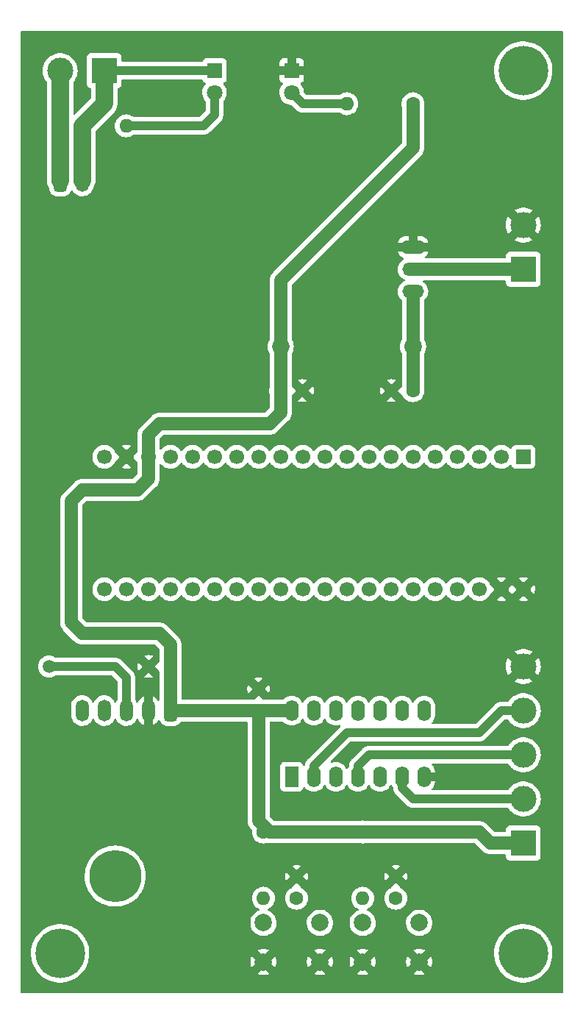
<source format=gbr>
%TF.GenerationSoftware,KiCad,Pcbnew,6.0.0*%
%TF.CreationDate,2022-01-29T19:02:30+01:00*%
%TF.ProjectId,clock-board,636c6f63-6b2d-4626-9f61-72642e6b6963,rev?*%
%TF.SameCoordinates,Original*%
%TF.FileFunction,Copper,L2,Bot*%
%TF.FilePolarity,Positive*%
%FSLAX46Y46*%
G04 Gerber Fmt 4.6, Leading zero omitted, Abs format (unit mm)*
G04 Created by KiCad (PCBNEW 6.0.0) date 2022-01-29 19:02:30*
%MOMM*%
%LPD*%
G01*
G04 APERTURE LIST*
G04 Aperture macros list*
%AMRoundRect*
0 Rectangle with rounded corners*
0 $1 Rounding radius*
0 $2 $3 $4 $5 $6 $7 $8 $9 X,Y pos of 4 corners*
0 Add a 4 corners polygon primitive as box body*
4,1,4,$2,$3,$4,$5,$6,$7,$8,$9,$2,$3,0*
0 Add four circle primitives for the rounded corners*
1,1,$1+$1,$2,$3*
1,1,$1+$1,$4,$5*
1,1,$1+$1,$6,$7*
1,1,$1+$1,$8,$9*
0 Add four rect primitives between the rounded corners*
20,1,$1+$1,$2,$3,$4,$5,0*
20,1,$1+$1,$4,$5,$6,$7,0*
20,1,$1+$1,$6,$7,$8,$9,0*
20,1,$1+$1,$8,$9,$2,$3,0*%
G04 Aperture macros list end*
%TA.AperFunction,ComponentPad*%
%ADD10C,5.700000*%
%TD*%
%TA.AperFunction,ComponentPad*%
%ADD11C,1.600000*%
%TD*%
%TA.AperFunction,ComponentPad*%
%ADD12O,1.600000X1.600000*%
%TD*%
%TA.AperFunction,ComponentPad*%
%ADD13RoundRect,0.375000X-0.375000X-0.875000X0.375000X-0.875000X0.375000X0.875000X-0.375000X0.875000X0*%
%TD*%
%TA.AperFunction,ComponentPad*%
%ADD14O,1.500000X2.500000*%
%TD*%
%TA.AperFunction,ComponentPad*%
%ADD15O,2.500000X1.500000*%
%TD*%
%TA.AperFunction,ComponentPad*%
%ADD16RoundRect,0.375000X-0.875000X-0.375000X0.875000X-0.375000X0.875000X0.375000X-0.875000X0.375000X0*%
%TD*%
%TA.AperFunction,ComponentPad*%
%ADD17RoundRect,0.375000X-0.375000X0.875000X-0.375000X-0.875000X0.375000X-0.875000X0.375000X0.875000X0*%
%TD*%
%TA.AperFunction,ComponentPad*%
%ADD18C,6.000000*%
%TD*%
%TA.AperFunction,ComponentPad*%
%ADD19R,1.800000X1.800000*%
%TD*%
%TA.AperFunction,ComponentPad*%
%ADD20C,1.800000*%
%TD*%
%TA.AperFunction,ComponentPad*%
%ADD21R,3.000000X3.000000*%
%TD*%
%TA.AperFunction,ComponentPad*%
%ADD22C,3.000000*%
%TD*%
%TA.AperFunction,ComponentPad*%
%ADD23R,1.700000X1.700000*%
%TD*%
%TA.AperFunction,ComponentPad*%
%ADD24C,1.700000*%
%TD*%
%TA.AperFunction,ComponentPad*%
%ADD25C,2.000000*%
%TD*%
%TA.AperFunction,ComponentPad*%
%ADD26O,2.000000X2.000000*%
%TD*%
%TA.AperFunction,ComponentPad*%
%ADD27R,1.600000X2.400000*%
%TD*%
%TA.AperFunction,ComponentPad*%
%ADD28O,1.600000X2.400000*%
%TD*%
%TA.AperFunction,ViaPad*%
%ADD29C,1.500000*%
%TD*%
%TA.AperFunction,Conductor*%
%ADD30C,1.500000*%
%TD*%
%TA.AperFunction,Conductor*%
%ADD31C,2.000000*%
%TD*%
%TA.AperFunction,Conductor*%
%ADD32C,1.000000*%
%TD*%
G04 APERTURE END LIST*
D10*
%TO.P,,1*%
%TO.N,N/C*%
X62230000Y-160020000D03*
%TD*%
%TO.P,,1*%
%TO.N,N/C*%
X115570000Y-160020000D03*
%TD*%
%TO.P,REF\u002A\u002A,1*%
%TO.N,N/C*%
X115570000Y-58420000D03*
%TD*%
D11*
%TO.P,R2,1*%
%TO.N,+5V*%
X85650000Y-146050000D03*
D12*
%TO.P,R2,2*%
%TO.N,BTN-Set*%
X85650000Y-153670000D03*
%TD*%
D13*
%TO.P,U1,1,12v*%
%TO.N,Net-(J1-Pad2)*%
X62230000Y-71120000D03*
D14*
%TO.P,U1,2,GND*%
%TO.N,Net-(D1-Pad1)*%
X64770000Y-71120000D03*
D15*
%TO.P,U1,3,5v*%
%TO.N,Net-(C3-Pad1)*%
X102870000Y-83820000D03*
%TO.P,U1,4,HV*%
%TO.N,HV*%
X102870000Y-81280000D03*
D16*
%TO.P,U1,5,GND*%
%TO.N,GND*%
X102870000Y-78740000D03*
%TD*%
D14*
%TO.P,U4,5,PPS*%
%TO.N,unconnected-(U4-Pad5)*%
X64770000Y-132080000D03*
%TO.P,U4,4,RXD*%
%TO.N,GPS-RX*%
X67310000Y-132080000D03*
%TO.P,U4,3,TXD*%
%TO.N,GPS-TX*%
X69850000Y-132080000D03*
%TO.P,U4,2,GND*%
%TO.N,GND*%
X72390000Y-132080000D03*
D17*
%TO.P,U4,1,Vcc*%
%TO.N,+5V*%
X74930000Y-132080000D03*
D18*
%TO.P,U4,*%
%TO.N,*%
X68580000Y-151130000D03*
%TD*%
D11*
%TO.P,R3,1*%
%TO.N,Net-(J1-Pad2)*%
X62230000Y-64770000D03*
D12*
%TO.P,R3,2*%
%TO.N,Net-(D1-Pad2)*%
X69850000Y-64770000D03*
%TD*%
D11*
%TO.P,R4,1*%
%TO.N,+5V*%
X102870000Y-62230000D03*
D12*
%TO.P,R4,2*%
%TO.N,Net-(D2-Pad2)*%
X95250000Y-62230000D03*
%TD*%
D19*
%TO.P,D1,1,K*%
%TO.N,Net-(D1-Pad1)*%
X80010000Y-58420000D03*
D20*
%TO.P,D1,2,A*%
%TO.N,Net-(D1-Pad2)*%
X80010000Y-60960000D03*
%TD*%
D11*
%TO.P,C5,1*%
%TO.N,+5V*%
X74930000Y-127000000D03*
%TO.P,C5,2*%
%TO.N,GND*%
X72430000Y-127000000D03*
%TD*%
D21*
%TO.P,J1,1,Pin_1*%
%TO.N,Net-(D1-Pad1)*%
X67310000Y-58420000D03*
D22*
%TO.P,J1,2,Pin_2*%
%TO.N,Net-(J1-Pad2)*%
X62230000Y-58420000D03*
%TD*%
D11*
%TO.P,C1,1*%
%TO.N,BTN-Zero*%
X100890000Y-153670000D03*
%TO.P,C1,2*%
%TO.N,GND*%
X100890000Y-151170000D03*
%TD*%
D19*
%TO.P,D2,1,K*%
%TO.N,GND*%
X88900000Y-58420000D03*
D20*
%TO.P,D2,2,A*%
%TO.N,Net-(D2-Pad2)*%
X88900000Y-60960000D03*
%TD*%
D11*
%TO.P,R1,1*%
%TO.N,+5V*%
X97080000Y-146050000D03*
D12*
%TO.P,R1,2*%
%TO.N,BTN-Zero*%
X97080000Y-153670000D03*
%TD*%
D23*
%TO.P,U2,1,PB12*%
%TO.N,unconnected-(U2-Pad1)*%
X115570000Y-102870000D03*
D24*
%TO.P,U2,2,PB13*%
%TO.N,unconnected-(U2-Pad2)*%
X113030000Y-102870000D03*
%TO.P,U2,3,PB14*%
%TO.N,unconnected-(U2-Pad3)*%
X110490000Y-102870000D03*
%TO.P,U2,4,PB15*%
%TO.N,unconnected-(U2-Pad4)*%
X107950000Y-102870000D03*
%TO.P,U2,5,PA8*%
%TO.N,unconnected-(U2-Pad5)*%
X105410000Y-102870000D03*
%TO.P,U2,6,PA9*%
%TO.N,GPS-RX*%
X102870000Y-102870000D03*
%TO.P,U2,7,PA10*%
%TO.N,GPS-TX*%
X100330000Y-102870000D03*
%TO.P,U2,8,PA11*%
%TO.N,unconnected-(U2-Pad8)*%
X97790000Y-102870000D03*
%TO.P,U2,9,PA12*%
%TO.N,unconnected-(U2-Pad9)*%
X95250000Y-102870000D03*
%TO.P,U2,10,PA15*%
%TO.N,unconnected-(U2-Pad10)*%
X92710000Y-102870000D03*
%TO.P,U2,11,PB3*%
%TO.N,unconnected-(U2-Pad11)*%
X90170000Y-102870000D03*
%TO.P,U2,12,PB4*%
%TO.N,unconnected-(U2-Pad12)*%
X87630000Y-102870000D03*
%TO.P,U2,13,PB5*%
%TO.N,unconnected-(U2-Pad13)*%
X85090000Y-102870000D03*
%TO.P,U2,14,PB6*%
%TO.N,unconnected-(U2-Pad14)*%
X82550000Y-102870000D03*
%TO.P,U2,15,PB7*%
%TO.N,unconnected-(U2-Pad15)*%
X80010000Y-102870000D03*
%TO.P,U2,16,PB8*%
%TO.N,unconnected-(U2-Pad16)*%
X77470000Y-102870000D03*
%TO.P,U2,17,PB9*%
%TO.N,unconnected-(U2-Pad17)*%
X74930000Y-102870000D03*
%TO.P,U2,18,5V*%
%TO.N,+5V*%
X72390000Y-102870000D03*
%TO.P,U2,19,GND*%
%TO.N,GND*%
X69850000Y-102870000D03*
%TO.P,U2,20,3V3*%
%TO.N,unconnected-(U2-Pad20)*%
X67310000Y-102870000D03*
%TO.P,U2,21,VBat*%
%TO.N,unconnected-(U2-Pad21)*%
X67310000Y-118110000D03*
%TO.P,U2,22,PC13*%
%TO.N,unconnected-(U2-Pad22)*%
X69850000Y-118110000D03*
%TO.P,U2,23,PC14*%
%TO.N,unconnected-(U2-Pad23)*%
X72390000Y-118110000D03*
%TO.P,U2,24,PC15*%
%TO.N,unconnected-(U2-Pad24)*%
X74930000Y-118110000D03*
%TO.P,U2,25,PA0*%
%TO.N,RCKL-3.3v*%
X77470000Y-118110000D03*
%TO.P,U2,26,PA1*%
%TO.N,unconnected-(U2-Pad26)*%
X80010000Y-118110000D03*
%TO.P,U2,27,PA2*%
%TO.N,unconnected-(U2-Pad27)*%
X82550000Y-118110000D03*
%TO.P,U2,28,PA3*%
%TO.N,unconnected-(U2-Pad28)*%
X85090000Y-118110000D03*
%TO.P,U2,29,PA4*%
%TO.N,unconnected-(U2-Pad29)*%
X87630000Y-118110000D03*
%TO.P,U2,30,PA5*%
%TO.N,SCLK-3.3v*%
X90170000Y-118110000D03*
%TO.P,U2,31,PA6*%
%TO.N,unconnected-(U2-Pad31)*%
X92710000Y-118110000D03*
%TO.P,U2,32,PA7*%
%TO.N,DO-3.3v*%
X95250000Y-118110000D03*
%TO.P,U2,33,PB0*%
%TO.N,BTN-Set*%
X97790000Y-118110000D03*
%TO.P,U2,34,PB1*%
%TO.N,BTN-Zero*%
X100330000Y-118110000D03*
%TO.P,U2,35,PB10*%
%TO.N,unconnected-(U2-Pad35)*%
X102870000Y-118110000D03*
%TO.P,U2,36,PB11*%
%TO.N,unconnected-(U2-Pad36)*%
X105410000Y-118110000D03*
%TO.P,U2,37,RST*%
%TO.N,unconnected-(U2-Pad37)*%
X107950000Y-118110000D03*
%TO.P,U2,38,3V3*%
%TO.N,unconnected-(U2-Pad38)*%
X110490000Y-118110000D03*
%TO.P,U2,39,GND*%
%TO.N,GND*%
X113030000Y-118110000D03*
%TO.P,U2,40,GND*%
X115570000Y-118110000D03*
%TD*%
D25*
%TO.P,SW2,1,1*%
%TO.N,GND*%
X85650000Y-161000000D03*
X92150000Y-161000000D03*
%TO.P,SW2,2,2*%
%TO.N,BTN-Set*%
X92150000Y-156500000D03*
X85650000Y-156500000D03*
%TD*%
D21*
%TO.P,J3,1,Pin_1*%
%TO.N,+5V*%
X115570000Y-147320000D03*
D22*
%TO.P,J3,2,Pin_2*%
%TO.N,DO-5v*%
X115570000Y-142240000D03*
%TO.P,J3,3,Pin_3*%
%TO.N,SCKL-5v*%
X115570000Y-137160000D03*
%TO.P,J3,4,Pin_4*%
%TO.N,RCKL-5v*%
X115570000Y-132080000D03*
%TO.P,J3,5,Pin_5*%
%TO.N,GND*%
X115570000Y-127000000D03*
%TD*%
D25*
%TO.P,SW1,1,1*%
%TO.N,GND*%
X103580000Y-161000000D03*
X97080000Y-161000000D03*
%TO.P,SW1,2,2*%
%TO.N,BTN-Zero*%
X97080000Y-156500000D03*
X103580000Y-156500000D03*
%TD*%
D11*
%TO.P,C6,1*%
%TO.N,+5V*%
X85090000Y-132080000D03*
%TO.P,C6,2*%
%TO.N,GND*%
X85090000Y-129580000D03*
%TD*%
D25*
%TO.P,L1,1,1*%
%TO.N,Net-(C3-Pad1)*%
X102875000Y-90170000D03*
D26*
%TO.P,L1,2,2*%
%TO.N,+5V*%
X87635000Y-90170000D03*
%TD*%
D21*
%TO.P,J2,1,Pin_1*%
%TO.N,HV*%
X115570000Y-81280000D03*
D22*
%TO.P,J2,2,Pin_2*%
%TO.N,GND*%
X115570000Y-76200000D03*
%TD*%
D11*
%TO.P,C2,1*%
%TO.N,BTN-Set*%
X89460000Y-153670000D03*
%TO.P,C2,2*%
%TO.N,GND*%
X89460000Y-151170000D03*
%TD*%
%TO.P,C3,1*%
%TO.N,Net-(C3-Pad1)*%
X102870000Y-95250000D03*
%TO.P,C3,2*%
%TO.N,GND*%
X100370000Y-95250000D03*
%TD*%
D27*
%TO.P,U3,1*%
%TO.N,Net-(U3-Pad12)*%
X88900000Y-139700000D03*
D28*
%TO.P,U3,2*%
%TO.N,RCKL-5v*%
X91440000Y-139700000D03*
%TO.P,U3,3*%
%TO.N,Net-(U3-Pad10)*%
X93980000Y-139700000D03*
%TO.P,U3,4*%
%TO.N,SCKL-5v*%
X96520000Y-139700000D03*
%TO.P,U3,5*%
%TO.N,Net-(U3-Pad5)*%
X99060000Y-139700000D03*
%TO.P,U3,6*%
%TO.N,DO-5v*%
X101600000Y-139700000D03*
%TO.P,U3,7,GND*%
%TO.N,GND*%
X104140000Y-139700000D03*
%TO.P,U3,8*%
%TO.N,Net-(U3-Pad5)*%
X104140000Y-132080000D03*
%TO.P,U3,9*%
%TO.N,DO-3.3v*%
X101600000Y-132080000D03*
%TO.P,U3,10*%
%TO.N,Net-(U3-Pad10)*%
X99060000Y-132080000D03*
%TO.P,U3,11*%
%TO.N,SCLK-3.3v*%
X96520000Y-132080000D03*
%TO.P,U3,12*%
%TO.N,Net-(U3-Pad12)*%
X93980000Y-132080000D03*
%TO.P,U3,13*%
%TO.N,RCKL-3.3v*%
X91440000Y-132080000D03*
%TO.P,U3,14,VCC*%
%TO.N,+5V*%
X88900000Y-132080000D03*
%TD*%
D11*
%TO.P,C4,1*%
%TO.N,+5V*%
X87630000Y-95250000D03*
%TO.P,C4,2*%
%TO.N,GND*%
X90130000Y-95250000D03*
%TD*%
D29*
%TO.N,GPS-TX*%
X60960000Y-127000000D03*
%TD*%
D30*
%TO.N,Net-(C3-Pad1)*%
X102875000Y-90170000D02*
X102875000Y-83825000D01*
X102875000Y-90170000D02*
X102875000Y-95245000D01*
X102875000Y-83825000D02*
X102870000Y-83820000D01*
D31*
X102870000Y-90165000D02*
X102875000Y-90170000D01*
D30*
X102875000Y-95245000D02*
X102870000Y-95250000D01*
%TO.N,+5V*%
X72390000Y-102870000D02*
X72390000Y-105410000D01*
X86360000Y-146050000D02*
X93980000Y-146050000D01*
X85090000Y-132080000D02*
X85090000Y-144780000D01*
X87635000Y-95245000D02*
X87630000Y-95250000D01*
X111760000Y-147320000D02*
X110490000Y-146050000D01*
X88900000Y-132080000D02*
X74930000Y-132080000D01*
X63500000Y-107950000D02*
X63500000Y-121920000D01*
X87635000Y-90170000D02*
X87635000Y-95245000D01*
X87635000Y-90170000D02*
X87635000Y-82545000D01*
X64770000Y-106680000D02*
X63500000Y-107950000D01*
X72390000Y-100330000D02*
X72390000Y-102870000D01*
X115570000Y-147320000D02*
X111760000Y-147320000D01*
X87630000Y-95250000D02*
X87630000Y-97790000D01*
X63500000Y-121920000D02*
X64770000Y-123190000D01*
X102870000Y-67310000D02*
X102870000Y-62230000D01*
X71120000Y-106680000D02*
X64770000Y-106680000D01*
X72390000Y-105410000D02*
X71120000Y-106680000D01*
X73660000Y-99060000D02*
X72390000Y-100330000D01*
X105410000Y-146050000D02*
X93980000Y-146050000D01*
X74930000Y-132080000D02*
X74930000Y-127000000D01*
X110490000Y-146050000D02*
X105410000Y-146050000D01*
X64770000Y-123190000D02*
X73660000Y-123190000D01*
X86360000Y-99060000D02*
X73660000Y-99060000D01*
X74930000Y-124460000D02*
X74930000Y-127000000D01*
X85090000Y-144780000D02*
X86360000Y-146050000D01*
X87635000Y-82545000D02*
X102870000Y-67310000D01*
X87630000Y-97790000D02*
X86360000Y-99060000D01*
X73660000Y-123190000D02*
X74930000Y-124460000D01*
D31*
%TO.N,Net-(D1-Pad1)*%
X64770000Y-64770000D02*
X67310000Y-62230000D01*
X64770000Y-71120000D02*
X64770000Y-64770000D01*
D32*
X80010000Y-58420000D02*
X67310000Y-58420000D01*
D31*
X67310000Y-62230000D02*
X67310000Y-58420000D01*
D32*
%TO.N,Net-(D1-Pad2)*%
X78740000Y-64770000D02*
X69850000Y-64770000D01*
X80010000Y-63500000D02*
X78740000Y-64770000D01*
X80010000Y-60960000D02*
X80010000Y-63500000D01*
%TO.N,Net-(D2-Pad2)*%
X88900000Y-60960000D02*
X90170000Y-62230000D01*
X90170000Y-62230000D02*
X95250000Y-62230000D01*
D31*
%TO.N,Net-(J1-Pad2)*%
X62230000Y-64770000D02*
X62230000Y-71120000D01*
X62230000Y-58420000D02*
X62230000Y-64770000D01*
D32*
%TO.N,GPS-TX*%
X69850000Y-132080000D02*
X69850000Y-128270000D01*
X68580000Y-127000000D02*
X60960000Y-127000000D01*
X69850000Y-128270000D02*
X68580000Y-127000000D01*
%TO.N,SCKL-5v*%
X96520000Y-138430000D02*
X97790000Y-137160000D01*
X97790000Y-137160000D02*
X115570000Y-137160000D01*
X96520000Y-139700000D02*
X96520000Y-138430000D01*
%TO.N,DO-5v*%
X101600000Y-140970000D02*
X102870000Y-142240000D01*
X101600000Y-139700000D02*
X101600000Y-140970000D01*
X102870000Y-142240000D02*
X115570000Y-142240000D01*
%TO.N,RCKL-5v*%
X91440000Y-138430000D02*
X95250000Y-134620000D01*
X91440000Y-139700000D02*
X91440000Y-138430000D01*
X110490000Y-134620000D02*
X113030000Y-132080000D01*
X95250000Y-134620000D02*
X110490000Y-134620000D01*
X113030000Y-132080000D02*
X115570000Y-132080000D01*
D30*
%TO.N,HV*%
X102870000Y-81280000D02*
X115570000Y-81280000D01*
%TD*%
%TA.AperFunction,Conductor*%
%TO.N,GND*%
G36*
X120084121Y-53868002D02*
G01*
X120130614Y-53921658D01*
X120142000Y-53974000D01*
X120142000Y-164466000D01*
X120121998Y-164534121D01*
X120068342Y-164580614D01*
X120016000Y-164592000D01*
X57784000Y-164592000D01*
X57715879Y-164571998D01*
X57669386Y-164518342D01*
X57658000Y-164466000D01*
X57658000Y-160008259D01*
X58866587Y-160008259D01*
X58884992Y-160371574D01*
X58885529Y-160374929D01*
X58885530Y-160374935D01*
X58910045Y-160527988D01*
X58942527Y-160730777D01*
X59038519Y-161081664D01*
X59171845Y-161420133D01*
X59173428Y-161423148D01*
X59339362Y-161739206D01*
X59339367Y-161739214D01*
X59340946Y-161742222D01*
X59342840Y-161745040D01*
X59342845Y-161745049D01*
X59535419Y-162031628D01*
X59543843Y-162044165D01*
X59778163Y-162322428D01*
X59900968Y-162439783D01*
X60038702Y-162571405D01*
X60038709Y-162571411D01*
X60041165Y-162573758D01*
X60329771Y-162795214D01*
X60332689Y-162796988D01*
X60637692Y-162982433D01*
X60637697Y-162982436D01*
X60640607Y-162984205D01*
X60643695Y-162985651D01*
X60643694Y-162985651D01*
X60966952Y-163137077D01*
X60966962Y-163137081D01*
X60970036Y-163138521D01*
X60973254Y-163139623D01*
X60973257Y-163139624D01*
X61310981Y-163255253D01*
X61310989Y-163255255D01*
X61314204Y-163256356D01*
X61669084Y-163336332D01*
X61722123Y-163342375D01*
X62027144Y-163377128D01*
X62027152Y-163377128D01*
X62030527Y-163377513D01*
X62033931Y-163377531D01*
X62033934Y-163377531D01*
X62232058Y-163378568D01*
X62394303Y-163379418D01*
X62397689Y-163379068D01*
X62397691Y-163379068D01*
X62752765Y-163342375D01*
X62752774Y-163342374D01*
X62756157Y-163342024D01*
X62759490Y-163341310D01*
X62759493Y-163341309D01*
X62869895Y-163317641D01*
X63111856Y-163265768D01*
X63457239Y-163151544D01*
X63460323Y-163150138D01*
X63460332Y-163150135D01*
X63785171Y-163002096D01*
X63788265Y-163000686D01*
X63832276Y-162974554D01*
X64098128Y-162816704D01*
X64098132Y-162816701D01*
X64101063Y-162814961D01*
X64391973Y-162596539D01*
X64643838Y-162360848D01*
X85001879Y-162360848D01*
X85005068Y-162365108D01*
X85177988Y-162436734D01*
X85187373Y-162439783D01*
X85408554Y-162492885D01*
X85418301Y-162494428D01*
X85645070Y-162512275D01*
X85654930Y-162512275D01*
X85881699Y-162494428D01*
X85891446Y-162492885D01*
X86112627Y-162439783D01*
X86122012Y-162436734D01*
X86287436Y-162368213D01*
X86296575Y-162360848D01*
X91501879Y-162360848D01*
X91505068Y-162365108D01*
X91677988Y-162436734D01*
X91687373Y-162439783D01*
X91908554Y-162492885D01*
X91918301Y-162494428D01*
X92145070Y-162512275D01*
X92154930Y-162512275D01*
X92381699Y-162494428D01*
X92391446Y-162492885D01*
X92612627Y-162439783D01*
X92622012Y-162436734D01*
X92787436Y-162368213D01*
X92796575Y-162360848D01*
X96431879Y-162360848D01*
X96435068Y-162365108D01*
X96607988Y-162436734D01*
X96617373Y-162439783D01*
X96838554Y-162492885D01*
X96848301Y-162494428D01*
X97075070Y-162512275D01*
X97084930Y-162512275D01*
X97311699Y-162494428D01*
X97321446Y-162492885D01*
X97542627Y-162439783D01*
X97552012Y-162436734D01*
X97717436Y-162368213D01*
X97726575Y-162360848D01*
X102931879Y-162360848D01*
X102935068Y-162365108D01*
X103107988Y-162436734D01*
X103117373Y-162439783D01*
X103338554Y-162492885D01*
X103348301Y-162494428D01*
X103575070Y-162512275D01*
X103584930Y-162512275D01*
X103811699Y-162494428D01*
X103821446Y-162492885D01*
X104042627Y-162439783D01*
X104052012Y-162436734D01*
X104217436Y-162368213D01*
X104228417Y-162359364D01*
X104227101Y-162354208D01*
X103592812Y-161719919D01*
X103578868Y-161712305D01*
X103577035Y-161712436D01*
X103570420Y-161716687D01*
X102938639Y-162348468D01*
X102931879Y-162360848D01*
X97726575Y-162360848D01*
X97728417Y-162359364D01*
X97727101Y-162354208D01*
X97092812Y-161719919D01*
X97078868Y-161712305D01*
X97077035Y-161712436D01*
X97070420Y-161716687D01*
X96438639Y-162348468D01*
X96431879Y-162360848D01*
X92796575Y-162360848D01*
X92798417Y-162359364D01*
X92797101Y-162354208D01*
X92162812Y-161719919D01*
X92148868Y-161712305D01*
X92147035Y-161712436D01*
X92140420Y-161716687D01*
X91508639Y-162348468D01*
X91501879Y-162360848D01*
X86296575Y-162360848D01*
X86298417Y-162359364D01*
X86297101Y-162354208D01*
X85662812Y-161719919D01*
X85648868Y-161712305D01*
X85647035Y-161712436D01*
X85640420Y-161716687D01*
X85008639Y-162348468D01*
X85001879Y-162360848D01*
X64643838Y-162360848D01*
X64657592Y-162347977D01*
X64894813Y-162072182D01*
X65002983Y-161914794D01*
X65098931Y-161775190D01*
X65098936Y-161775182D01*
X65100861Y-161772381D01*
X65102473Y-161769387D01*
X65102478Y-161769379D01*
X65271703Y-161455092D01*
X65273325Y-161452080D01*
X65410188Y-161115027D01*
X65441550Y-161004930D01*
X84137725Y-161004930D01*
X84155572Y-161231699D01*
X84157115Y-161241446D01*
X84210217Y-161462627D01*
X84213266Y-161472012D01*
X84281787Y-161637436D01*
X84290636Y-161648417D01*
X84295792Y-161647101D01*
X84930081Y-161012812D01*
X84936459Y-161001132D01*
X86362305Y-161001132D01*
X86362436Y-161002965D01*
X86366687Y-161009580D01*
X86998468Y-161641361D01*
X87010848Y-161648121D01*
X87015108Y-161644932D01*
X87086734Y-161472012D01*
X87089783Y-161462627D01*
X87142885Y-161241446D01*
X87144428Y-161231699D01*
X87162275Y-161004930D01*
X90637725Y-161004930D01*
X90655572Y-161231699D01*
X90657115Y-161241446D01*
X90710217Y-161462627D01*
X90713266Y-161472012D01*
X90781787Y-161637436D01*
X90790636Y-161648417D01*
X90795792Y-161647101D01*
X91430081Y-161012812D01*
X91436459Y-161001132D01*
X92862305Y-161001132D01*
X92862436Y-161002965D01*
X92866687Y-161009580D01*
X93498468Y-161641361D01*
X93510848Y-161648121D01*
X93515108Y-161644932D01*
X93586734Y-161472012D01*
X93589783Y-161462627D01*
X93642885Y-161241446D01*
X93644428Y-161231699D01*
X93662275Y-161004930D01*
X95567725Y-161004930D01*
X95585572Y-161231699D01*
X95587115Y-161241446D01*
X95640217Y-161462627D01*
X95643266Y-161472012D01*
X95711787Y-161637436D01*
X95720636Y-161648417D01*
X95725792Y-161647101D01*
X96360081Y-161012812D01*
X96366459Y-161001132D01*
X97792305Y-161001132D01*
X97792436Y-161002965D01*
X97796687Y-161009580D01*
X98428468Y-161641361D01*
X98440848Y-161648121D01*
X98445108Y-161644932D01*
X98516734Y-161472012D01*
X98519783Y-161462627D01*
X98572885Y-161241446D01*
X98574428Y-161231699D01*
X98592275Y-161004930D01*
X102067725Y-161004930D01*
X102085572Y-161231699D01*
X102087115Y-161241446D01*
X102140217Y-161462627D01*
X102143266Y-161472012D01*
X102211787Y-161637436D01*
X102220636Y-161648417D01*
X102225792Y-161647101D01*
X102860081Y-161012812D01*
X102866459Y-161001132D01*
X104292305Y-161001132D01*
X104292436Y-161002965D01*
X104296687Y-161009580D01*
X104928468Y-161641361D01*
X104940848Y-161648121D01*
X104945108Y-161644932D01*
X105016734Y-161472012D01*
X105019783Y-161462627D01*
X105072885Y-161241446D01*
X105074428Y-161231699D01*
X105092275Y-161004930D01*
X105092275Y-160995070D01*
X105074428Y-160768301D01*
X105072885Y-160758554D01*
X105019783Y-160537373D01*
X105016734Y-160527988D01*
X104948213Y-160362564D01*
X104939364Y-160351583D01*
X104934208Y-160352899D01*
X104299919Y-160987188D01*
X104292305Y-161001132D01*
X102866459Y-161001132D01*
X102867695Y-160998868D01*
X102867564Y-160997035D01*
X102863313Y-160990420D01*
X102231532Y-160358639D01*
X102219152Y-160351879D01*
X102214892Y-160355068D01*
X102143266Y-160527988D01*
X102140217Y-160537373D01*
X102087115Y-160758554D01*
X102085572Y-160768301D01*
X102067725Y-160995070D01*
X102067725Y-161004930D01*
X98592275Y-161004930D01*
X98592275Y-160995070D01*
X98574428Y-160768301D01*
X98572885Y-160758554D01*
X98519783Y-160537373D01*
X98516734Y-160527988D01*
X98448213Y-160362564D01*
X98439364Y-160351583D01*
X98434208Y-160352899D01*
X97799919Y-160987188D01*
X97792305Y-161001132D01*
X96366459Y-161001132D01*
X96367695Y-160998868D01*
X96367564Y-160997035D01*
X96363313Y-160990420D01*
X95731532Y-160358639D01*
X95719152Y-160351879D01*
X95714892Y-160355068D01*
X95643266Y-160527988D01*
X95640217Y-160537373D01*
X95587115Y-160758554D01*
X95585572Y-160768301D01*
X95567725Y-160995070D01*
X95567725Y-161004930D01*
X93662275Y-161004930D01*
X93662275Y-160995070D01*
X93644428Y-160768301D01*
X93642885Y-160758554D01*
X93589783Y-160537373D01*
X93586734Y-160527988D01*
X93518213Y-160362564D01*
X93509364Y-160351583D01*
X93504208Y-160352899D01*
X92869919Y-160987188D01*
X92862305Y-161001132D01*
X91436459Y-161001132D01*
X91437695Y-160998868D01*
X91437564Y-160997035D01*
X91433313Y-160990420D01*
X90801532Y-160358639D01*
X90789152Y-160351879D01*
X90784892Y-160355068D01*
X90713266Y-160527988D01*
X90710217Y-160537373D01*
X90657115Y-160758554D01*
X90655572Y-160768301D01*
X90637725Y-160995070D01*
X90637725Y-161004930D01*
X87162275Y-161004930D01*
X87162275Y-160995070D01*
X87144428Y-160768301D01*
X87142885Y-160758554D01*
X87089783Y-160537373D01*
X87086734Y-160527988D01*
X87018213Y-160362564D01*
X87009364Y-160351583D01*
X87004208Y-160352899D01*
X86369919Y-160987188D01*
X86362305Y-161001132D01*
X84936459Y-161001132D01*
X84937695Y-160998868D01*
X84937564Y-160997035D01*
X84933313Y-160990420D01*
X84301532Y-160358639D01*
X84289152Y-160351879D01*
X84284892Y-160355068D01*
X84213266Y-160527988D01*
X84210217Y-160537373D01*
X84157115Y-160758554D01*
X84155572Y-160768301D01*
X84137725Y-160995070D01*
X84137725Y-161004930D01*
X65441550Y-161004930D01*
X65509850Y-160765164D01*
X65571143Y-160406583D01*
X65573285Y-160371574D01*
X65593241Y-160045278D01*
X65593351Y-160043481D01*
X65593433Y-160020000D01*
X65573760Y-159656751D01*
X65571121Y-159640636D01*
X85001583Y-159640636D01*
X85002899Y-159645792D01*
X85637188Y-160280081D01*
X85651132Y-160287695D01*
X85652965Y-160287564D01*
X85659580Y-160283313D01*
X86291361Y-159651532D01*
X86297311Y-159640636D01*
X91501583Y-159640636D01*
X91502899Y-159645792D01*
X92137188Y-160280081D01*
X92151132Y-160287695D01*
X92152965Y-160287564D01*
X92159580Y-160283313D01*
X92791361Y-159651532D01*
X92797311Y-159640636D01*
X96431583Y-159640636D01*
X96432899Y-159645792D01*
X97067188Y-160280081D01*
X97081132Y-160287695D01*
X97082965Y-160287564D01*
X97089580Y-160283313D01*
X97721361Y-159651532D01*
X97727311Y-159640636D01*
X102931583Y-159640636D01*
X102932899Y-159645792D01*
X103567188Y-160280081D01*
X103581132Y-160287695D01*
X103582965Y-160287564D01*
X103589580Y-160283313D01*
X103864634Y-160008259D01*
X112206587Y-160008259D01*
X112224992Y-160371574D01*
X112225529Y-160374929D01*
X112225530Y-160374935D01*
X112250045Y-160527988D01*
X112282527Y-160730777D01*
X112378519Y-161081664D01*
X112511845Y-161420133D01*
X112513428Y-161423148D01*
X112679362Y-161739206D01*
X112679367Y-161739214D01*
X112680946Y-161742222D01*
X112682840Y-161745040D01*
X112682845Y-161745049D01*
X112875419Y-162031628D01*
X112883843Y-162044165D01*
X113118163Y-162322428D01*
X113240968Y-162439783D01*
X113378702Y-162571405D01*
X113378709Y-162571411D01*
X113381165Y-162573758D01*
X113669771Y-162795214D01*
X113672689Y-162796988D01*
X113977692Y-162982433D01*
X113977697Y-162982436D01*
X113980607Y-162984205D01*
X113983695Y-162985651D01*
X113983694Y-162985651D01*
X114306952Y-163137077D01*
X114306962Y-163137081D01*
X114310036Y-163138521D01*
X114313254Y-163139623D01*
X114313257Y-163139624D01*
X114650981Y-163255253D01*
X114650989Y-163255255D01*
X114654204Y-163256356D01*
X115009084Y-163336332D01*
X115062123Y-163342375D01*
X115367144Y-163377128D01*
X115367152Y-163377128D01*
X115370527Y-163377513D01*
X115373931Y-163377531D01*
X115373934Y-163377531D01*
X115572058Y-163378568D01*
X115734303Y-163379418D01*
X115737689Y-163379068D01*
X115737691Y-163379068D01*
X116092765Y-163342375D01*
X116092774Y-163342374D01*
X116096157Y-163342024D01*
X116099490Y-163341310D01*
X116099493Y-163341309D01*
X116209895Y-163317641D01*
X116451856Y-163265768D01*
X116797239Y-163151544D01*
X116800323Y-163150138D01*
X116800332Y-163150135D01*
X117125171Y-163002096D01*
X117128265Y-163000686D01*
X117172276Y-162974554D01*
X117438128Y-162816704D01*
X117438132Y-162816701D01*
X117441063Y-162814961D01*
X117731973Y-162596539D01*
X117997592Y-162347977D01*
X118234813Y-162072182D01*
X118342983Y-161914794D01*
X118438931Y-161775190D01*
X118438936Y-161775182D01*
X118440861Y-161772381D01*
X118442473Y-161769387D01*
X118442478Y-161769379D01*
X118611703Y-161455092D01*
X118613325Y-161452080D01*
X118750188Y-161115027D01*
X118849850Y-160765164D01*
X118911143Y-160406583D01*
X118913285Y-160371574D01*
X118933241Y-160045278D01*
X118933351Y-160043481D01*
X118933433Y-160020000D01*
X118913760Y-159656751D01*
X118854972Y-159297752D01*
X118757756Y-158947202D01*
X118753331Y-158936081D01*
X118624508Y-158612365D01*
X118623249Y-158609201D01*
X118592690Y-158551485D01*
X118454624Y-158290723D01*
X118454620Y-158290716D01*
X118453025Y-158287704D01*
X118451118Y-158284888D01*
X118451113Y-158284879D01*
X118250985Y-157989292D01*
X118249075Y-157986471D01*
X118013785Y-157709027D01*
X117867248Y-157569969D01*
X117752375Y-157460958D01*
X117752374Y-157460957D01*
X117749908Y-157458617D01*
X117460530Y-157238170D01*
X117457618Y-157236413D01*
X117457613Y-157236410D01*
X117151951Y-157052023D01*
X117151945Y-157052020D01*
X117149036Y-157050265D01*
X116819071Y-156897100D01*
X116474494Y-156780467D01*
X116465234Y-156778414D01*
X116298832Y-156741524D01*
X116119336Y-156701731D01*
X115990217Y-156687476D01*
X115761133Y-156662184D01*
X115761128Y-156662184D01*
X115757752Y-156661811D01*
X115754353Y-156661805D01*
X115754352Y-156661805D01*
X115582762Y-156661506D01*
X115393972Y-156661176D01*
X115258831Y-156675618D01*
X115035634Y-156699471D01*
X115035628Y-156699472D01*
X115032250Y-156699833D01*
X114676820Y-156777330D01*
X114331838Y-156892759D01*
X114001340Y-157044771D01*
X113689192Y-157231588D01*
X113399046Y-157451023D01*
X113134296Y-157700511D01*
X113132084Y-157703101D01*
X113132083Y-157703102D01*
X113008124Y-157848240D01*
X112898040Y-157977132D01*
X112693040Y-158277651D01*
X112521694Y-158598552D01*
X112520419Y-158601724D01*
X112520417Y-158601728D01*
X112518626Y-158606185D01*
X112386009Y-158936081D01*
X112287569Y-159286290D01*
X112227528Y-159645082D01*
X112206587Y-160008259D01*
X103864634Y-160008259D01*
X104221361Y-159651532D01*
X104228121Y-159639152D01*
X104224932Y-159634892D01*
X104052012Y-159563266D01*
X104042627Y-159560217D01*
X103821446Y-159507115D01*
X103811699Y-159505572D01*
X103584930Y-159487725D01*
X103575070Y-159487725D01*
X103348301Y-159505572D01*
X103338554Y-159507115D01*
X103117373Y-159560217D01*
X103107988Y-159563266D01*
X102942564Y-159631787D01*
X102931583Y-159640636D01*
X97727311Y-159640636D01*
X97728121Y-159639152D01*
X97724932Y-159634892D01*
X97552012Y-159563266D01*
X97542627Y-159560217D01*
X97321446Y-159507115D01*
X97311699Y-159505572D01*
X97084930Y-159487725D01*
X97075070Y-159487725D01*
X96848301Y-159505572D01*
X96838554Y-159507115D01*
X96617373Y-159560217D01*
X96607988Y-159563266D01*
X96442564Y-159631787D01*
X96431583Y-159640636D01*
X92797311Y-159640636D01*
X92798121Y-159639152D01*
X92794932Y-159634892D01*
X92622012Y-159563266D01*
X92612627Y-159560217D01*
X92391446Y-159507115D01*
X92381699Y-159505572D01*
X92154930Y-159487725D01*
X92145070Y-159487725D01*
X91918301Y-159505572D01*
X91908554Y-159507115D01*
X91687373Y-159560217D01*
X91677988Y-159563266D01*
X91512564Y-159631787D01*
X91501583Y-159640636D01*
X86297311Y-159640636D01*
X86298121Y-159639152D01*
X86294932Y-159634892D01*
X86122012Y-159563266D01*
X86112627Y-159560217D01*
X85891446Y-159507115D01*
X85881699Y-159505572D01*
X85654930Y-159487725D01*
X85645070Y-159487725D01*
X85418301Y-159505572D01*
X85408554Y-159507115D01*
X85187373Y-159560217D01*
X85177988Y-159563266D01*
X85012564Y-159631787D01*
X85001583Y-159640636D01*
X65571121Y-159640636D01*
X65514972Y-159297752D01*
X65417756Y-158947202D01*
X65413331Y-158936081D01*
X65284508Y-158612365D01*
X65283249Y-158609201D01*
X65252690Y-158551485D01*
X65114624Y-158290723D01*
X65114620Y-158290716D01*
X65113025Y-158287704D01*
X65111118Y-158284888D01*
X65111113Y-158284879D01*
X64910985Y-157989292D01*
X64909075Y-157986471D01*
X64673785Y-157709027D01*
X64527248Y-157569969D01*
X64412375Y-157460958D01*
X64412374Y-157460957D01*
X64409908Y-157458617D01*
X64120530Y-157238170D01*
X64117618Y-157236413D01*
X64117613Y-157236410D01*
X63811951Y-157052023D01*
X63811945Y-157052020D01*
X63809036Y-157050265D01*
X63479071Y-156897100D01*
X63134494Y-156780467D01*
X63125234Y-156778414D01*
X62958832Y-156741524D01*
X62779336Y-156701731D01*
X62650217Y-156687476D01*
X62421133Y-156662184D01*
X62421128Y-156662184D01*
X62417752Y-156661811D01*
X62414353Y-156661805D01*
X62414352Y-156661805D01*
X62242762Y-156661506D01*
X62053972Y-156661176D01*
X61918831Y-156675618D01*
X61695634Y-156699471D01*
X61695628Y-156699472D01*
X61692250Y-156699833D01*
X61336820Y-156777330D01*
X60991838Y-156892759D01*
X60661340Y-157044771D01*
X60349192Y-157231588D01*
X60059046Y-157451023D01*
X59794296Y-157700511D01*
X59792084Y-157703101D01*
X59792083Y-157703102D01*
X59668124Y-157848240D01*
X59558040Y-157977132D01*
X59353040Y-158277651D01*
X59181694Y-158598552D01*
X59180419Y-158601724D01*
X59180417Y-158601728D01*
X59178626Y-158606185D01*
X59046009Y-158936081D01*
X58947569Y-159286290D01*
X58887528Y-159645082D01*
X58866587Y-160008259D01*
X57658000Y-160008259D01*
X57658000Y-156500000D01*
X84136835Y-156500000D01*
X84155465Y-156736711D01*
X84156619Y-156741518D01*
X84156620Y-156741524D01*
X84191640Y-156887391D01*
X84210895Y-156967594D01*
X84212788Y-156972165D01*
X84212789Y-156972167D01*
X84242863Y-157044771D01*
X84301760Y-157186963D01*
X84304346Y-157191183D01*
X84423241Y-157385202D01*
X84423245Y-157385208D01*
X84425824Y-157389416D01*
X84580031Y-157569969D01*
X84760584Y-157724176D01*
X84764792Y-157726755D01*
X84764798Y-157726759D01*
X84958817Y-157845654D01*
X84963037Y-157848240D01*
X84967607Y-157850133D01*
X84967611Y-157850135D01*
X85177833Y-157937211D01*
X85182406Y-157939105D01*
X85262609Y-157958360D01*
X85408476Y-157993380D01*
X85408482Y-157993381D01*
X85413289Y-157994535D01*
X85650000Y-158013165D01*
X85886711Y-157994535D01*
X85891518Y-157993381D01*
X85891524Y-157993380D01*
X86037391Y-157958360D01*
X86117594Y-157939105D01*
X86122167Y-157937211D01*
X86332389Y-157850135D01*
X86332393Y-157850133D01*
X86336963Y-157848240D01*
X86341183Y-157845654D01*
X86535202Y-157726759D01*
X86535208Y-157726755D01*
X86539416Y-157724176D01*
X86719969Y-157569969D01*
X86874176Y-157389416D01*
X86876755Y-157385208D01*
X86876759Y-157385202D01*
X86995654Y-157191183D01*
X86998240Y-157186963D01*
X87057138Y-157044771D01*
X87087211Y-156972167D01*
X87087212Y-156972165D01*
X87089105Y-156967594D01*
X87108360Y-156887391D01*
X87143380Y-156741524D01*
X87143381Y-156741518D01*
X87144535Y-156736711D01*
X87163165Y-156500000D01*
X90636835Y-156500000D01*
X90655465Y-156736711D01*
X90656619Y-156741518D01*
X90656620Y-156741524D01*
X90691640Y-156887391D01*
X90710895Y-156967594D01*
X90712788Y-156972165D01*
X90712789Y-156972167D01*
X90742863Y-157044771D01*
X90801760Y-157186963D01*
X90804346Y-157191183D01*
X90923241Y-157385202D01*
X90923245Y-157385208D01*
X90925824Y-157389416D01*
X91080031Y-157569969D01*
X91260584Y-157724176D01*
X91264792Y-157726755D01*
X91264798Y-157726759D01*
X91458817Y-157845654D01*
X91463037Y-157848240D01*
X91467607Y-157850133D01*
X91467611Y-157850135D01*
X91677833Y-157937211D01*
X91682406Y-157939105D01*
X91762609Y-157958360D01*
X91908476Y-157993380D01*
X91908482Y-157993381D01*
X91913289Y-157994535D01*
X92150000Y-158013165D01*
X92386711Y-157994535D01*
X92391518Y-157993381D01*
X92391524Y-157993380D01*
X92537391Y-157958360D01*
X92617594Y-157939105D01*
X92622167Y-157937211D01*
X92832389Y-157850135D01*
X92832393Y-157850133D01*
X92836963Y-157848240D01*
X92841183Y-157845654D01*
X93035202Y-157726759D01*
X93035208Y-157726755D01*
X93039416Y-157724176D01*
X93219969Y-157569969D01*
X93374176Y-157389416D01*
X93376755Y-157385208D01*
X93376759Y-157385202D01*
X93495654Y-157191183D01*
X93498240Y-157186963D01*
X93557138Y-157044771D01*
X93587211Y-156972167D01*
X93587212Y-156972165D01*
X93589105Y-156967594D01*
X93608360Y-156887391D01*
X93643380Y-156741524D01*
X93643381Y-156741518D01*
X93644535Y-156736711D01*
X93663165Y-156500000D01*
X95566835Y-156500000D01*
X95585465Y-156736711D01*
X95586619Y-156741518D01*
X95586620Y-156741524D01*
X95621640Y-156887391D01*
X95640895Y-156967594D01*
X95642788Y-156972165D01*
X95642789Y-156972167D01*
X95672863Y-157044771D01*
X95731760Y-157186963D01*
X95734346Y-157191183D01*
X95853241Y-157385202D01*
X95853245Y-157385208D01*
X95855824Y-157389416D01*
X96010031Y-157569969D01*
X96190584Y-157724176D01*
X96194792Y-157726755D01*
X96194798Y-157726759D01*
X96388817Y-157845654D01*
X96393037Y-157848240D01*
X96397607Y-157850133D01*
X96397611Y-157850135D01*
X96607833Y-157937211D01*
X96612406Y-157939105D01*
X96692609Y-157958360D01*
X96838476Y-157993380D01*
X96838482Y-157993381D01*
X96843289Y-157994535D01*
X97080000Y-158013165D01*
X97316711Y-157994535D01*
X97321518Y-157993381D01*
X97321524Y-157993380D01*
X97467391Y-157958360D01*
X97547594Y-157939105D01*
X97552167Y-157937211D01*
X97762389Y-157850135D01*
X97762393Y-157850133D01*
X97766963Y-157848240D01*
X97771183Y-157845654D01*
X97965202Y-157726759D01*
X97965208Y-157726755D01*
X97969416Y-157724176D01*
X98149969Y-157569969D01*
X98304176Y-157389416D01*
X98306755Y-157385208D01*
X98306759Y-157385202D01*
X98425654Y-157191183D01*
X98428240Y-157186963D01*
X98487138Y-157044771D01*
X98517211Y-156972167D01*
X98517212Y-156972165D01*
X98519105Y-156967594D01*
X98538360Y-156887391D01*
X98573380Y-156741524D01*
X98573381Y-156741518D01*
X98574535Y-156736711D01*
X98593165Y-156500000D01*
X102066835Y-156500000D01*
X102085465Y-156736711D01*
X102086619Y-156741518D01*
X102086620Y-156741524D01*
X102121640Y-156887391D01*
X102140895Y-156967594D01*
X102142788Y-156972165D01*
X102142789Y-156972167D01*
X102172863Y-157044771D01*
X102231760Y-157186963D01*
X102234346Y-157191183D01*
X102353241Y-157385202D01*
X102353245Y-157385208D01*
X102355824Y-157389416D01*
X102510031Y-157569969D01*
X102690584Y-157724176D01*
X102694792Y-157726755D01*
X102694798Y-157726759D01*
X102888817Y-157845654D01*
X102893037Y-157848240D01*
X102897607Y-157850133D01*
X102897611Y-157850135D01*
X103107833Y-157937211D01*
X103112406Y-157939105D01*
X103192609Y-157958360D01*
X103338476Y-157993380D01*
X103338482Y-157993381D01*
X103343289Y-157994535D01*
X103580000Y-158013165D01*
X103816711Y-157994535D01*
X103821518Y-157993381D01*
X103821524Y-157993380D01*
X103967391Y-157958360D01*
X104047594Y-157939105D01*
X104052167Y-157937211D01*
X104262389Y-157850135D01*
X104262393Y-157850133D01*
X104266963Y-157848240D01*
X104271183Y-157845654D01*
X104465202Y-157726759D01*
X104465208Y-157726755D01*
X104469416Y-157724176D01*
X104649969Y-157569969D01*
X104804176Y-157389416D01*
X104806755Y-157385208D01*
X104806759Y-157385202D01*
X104925654Y-157191183D01*
X104928240Y-157186963D01*
X104987138Y-157044771D01*
X105017211Y-156972167D01*
X105017212Y-156972165D01*
X105019105Y-156967594D01*
X105038360Y-156887391D01*
X105073380Y-156741524D01*
X105073381Y-156741518D01*
X105074535Y-156736711D01*
X105093165Y-156500000D01*
X105074535Y-156263289D01*
X105019105Y-156032406D01*
X104928240Y-155813037D01*
X104925654Y-155808817D01*
X104806759Y-155614798D01*
X104806755Y-155614792D01*
X104804176Y-155610584D01*
X104649969Y-155430031D01*
X104469416Y-155275824D01*
X104465208Y-155273245D01*
X104465202Y-155273241D01*
X104271183Y-155154346D01*
X104266963Y-155151760D01*
X104262393Y-155149867D01*
X104262389Y-155149865D01*
X104052167Y-155062789D01*
X104052165Y-155062788D01*
X104047594Y-155060895D01*
X103967391Y-155041640D01*
X103821524Y-155006620D01*
X103821518Y-155006619D01*
X103816711Y-155005465D01*
X103580000Y-154986835D01*
X103343289Y-155005465D01*
X103338482Y-155006619D01*
X103338476Y-155006620D01*
X103192609Y-155041640D01*
X103112406Y-155060895D01*
X103107835Y-155062788D01*
X103107833Y-155062789D01*
X102897611Y-155149865D01*
X102897607Y-155149867D01*
X102893037Y-155151760D01*
X102888817Y-155154346D01*
X102694798Y-155273241D01*
X102694792Y-155273245D01*
X102690584Y-155275824D01*
X102510031Y-155430031D01*
X102355824Y-155610584D01*
X102353245Y-155614792D01*
X102353241Y-155614798D01*
X102234346Y-155808817D01*
X102231760Y-155813037D01*
X102140895Y-156032406D01*
X102085465Y-156263289D01*
X102066835Y-156500000D01*
X98593165Y-156500000D01*
X98574535Y-156263289D01*
X98519105Y-156032406D01*
X98428240Y-155813037D01*
X98425654Y-155808817D01*
X98306759Y-155614798D01*
X98306755Y-155614792D01*
X98304176Y-155610584D01*
X98149969Y-155430031D01*
X97969416Y-155275824D01*
X97965208Y-155273245D01*
X97965202Y-155273241D01*
X97771183Y-155154346D01*
X97766963Y-155151760D01*
X97762393Y-155149867D01*
X97762389Y-155149865D01*
X97624574Y-155092781D01*
X97569293Y-155048233D01*
X97546872Y-154980870D01*
X97564430Y-154912078D01*
X97619543Y-154862177D01*
X97731758Y-154809851D01*
X97731764Y-154809847D01*
X97736749Y-154807523D01*
X97841611Y-154734098D01*
X97919789Y-154679357D01*
X97919792Y-154679355D01*
X97924300Y-154676198D01*
X98086198Y-154514300D01*
X98217523Y-154326749D01*
X98219846Y-154321767D01*
X98219849Y-154321762D01*
X98311961Y-154124225D01*
X98311961Y-154124224D01*
X98314284Y-154119243D01*
X98373543Y-153898087D01*
X98393498Y-153670000D01*
X99576502Y-153670000D01*
X99596457Y-153898087D01*
X99655716Y-154119243D01*
X99658039Y-154124224D01*
X99658039Y-154124225D01*
X99750151Y-154321762D01*
X99750154Y-154321767D01*
X99752477Y-154326749D01*
X99883802Y-154514300D01*
X100045700Y-154676198D01*
X100050208Y-154679355D01*
X100050211Y-154679357D01*
X100128389Y-154734098D01*
X100233251Y-154807523D01*
X100238233Y-154809846D01*
X100238238Y-154809849D01*
X100435775Y-154901961D01*
X100440757Y-154904284D01*
X100446065Y-154905706D01*
X100446067Y-154905707D01*
X100656598Y-154962119D01*
X100656600Y-154962119D01*
X100661913Y-154963543D01*
X100890000Y-154983498D01*
X101118087Y-154963543D01*
X101123400Y-154962119D01*
X101123402Y-154962119D01*
X101333933Y-154905707D01*
X101333935Y-154905706D01*
X101339243Y-154904284D01*
X101344225Y-154901961D01*
X101541762Y-154809849D01*
X101541767Y-154809846D01*
X101546749Y-154807523D01*
X101651611Y-154734098D01*
X101729789Y-154679357D01*
X101729792Y-154679355D01*
X101734300Y-154676198D01*
X101896198Y-154514300D01*
X102027523Y-154326749D01*
X102029846Y-154321767D01*
X102029849Y-154321762D01*
X102121961Y-154124225D01*
X102121961Y-154124224D01*
X102124284Y-154119243D01*
X102183543Y-153898087D01*
X102203498Y-153670000D01*
X102183543Y-153441913D01*
X102124284Y-153220757D01*
X102113510Y-153197651D01*
X102029849Y-153018238D01*
X102029846Y-153018233D01*
X102027523Y-153013251D01*
X101896198Y-152825700D01*
X101734300Y-152663802D01*
X101729792Y-152660645D01*
X101729789Y-152660643D01*
X101651611Y-152605902D01*
X101546749Y-152532477D01*
X101541761Y-152530151D01*
X101541758Y-152530149D01*
X101464280Y-152494021D01*
X101410994Y-152447104D01*
X101401381Y-152413378D01*
X101397403Y-152414580D01*
X101384377Y-152371483D01*
X100902808Y-151889915D01*
X100888870Y-151882304D01*
X100887034Y-151882436D01*
X100880422Y-151886685D01*
X100400793Y-152366313D01*
X100387710Y-152390272D01*
X100377274Y-152438246D01*
X100327072Y-152488448D01*
X100319939Y-152492054D01*
X100233251Y-152532477D01*
X100128389Y-152605902D01*
X100050211Y-152660643D01*
X100050208Y-152660645D01*
X100045700Y-152663802D01*
X99883802Y-152825700D01*
X99752477Y-153013251D01*
X99750154Y-153018233D01*
X99750151Y-153018238D01*
X99666490Y-153197651D01*
X99655716Y-153220757D01*
X99596457Y-153441913D01*
X99576502Y-153670000D01*
X98393498Y-153670000D01*
X98373543Y-153441913D01*
X98314284Y-153220757D01*
X98303510Y-153197651D01*
X98219849Y-153018238D01*
X98219846Y-153018233D01*
X98217523Y-153013251D01*
X98086198Y-152825700D01*
X97924300Y-152663802D01*
X97919792Y-152660645D01*
X97919789Y-152660643D01*
X97841611Y-152605902D01*
X97736749Y-152532477D01*
X97731767Y-152530154D01*
X97731762Y-152530151D01*
X97534225Y-152438039D01*
X97534224Y-152438039D01*
X97529243Y-152435716D01*
X97523935Y-152434294D01*
X97523933Y-152434293D01*
X97313402Y-152377881D01*
X97313400Y-152377881D01*
X97308087Y-152376457D01*
X97080000Y-152356502D01*
X96851913Y-152376457D01*
X96846600Y-152377881D01*
X96846598Y-152377881D01*
X96636067Y-152434293D01*
X96636065Y-152434294D01*
X96630757Y-152435716D01*
X96625776Y-152438039D01*
X96625775Y-152438039D01*
X96428238Y-152530151D01*
X96428233Y-152530154D01*
X96423251Y-152532477D01*
X96318389Y-152605902D01*
X96240211Y-152660643D01*
X96240208Y-152660645D01*
X96235700Y-152663802D01*
X96073802Y-152825700D01*
X95942477Y-153013251D01*
X95940154Y-153018233D01*
X95940151Y-153018238D01*
X95856490Y-153197651D01*
X95845716Y-153220757D01*
X95786457Y-153441913D01*
X95766502Y-153670000D01*
X95786457Y-153898087D01*
X95845716Y-154119243D01*
X95848039Y-154124224D01*
X95848039Y-154124225D01*
X95940151Y-154321762D01*
X95940154Y-154321767D01*
X95942477Y-154326749D01*
X96073802Y-154514300D01*
X96235700Y-154676198D01*
X96240208Y-154679355D01*
X96240211Y-154679357D01*
X96318389Y-154734098D01*
X96423251Y-154807523D01*
X96428236Y-154809847D01*
X96428242Y-154809851D01*
X96540457Y-154862177D01*
X96593743Y-154909094D01*
X96613204Y-154977371D01*
X96592662Y-155045331D01*
X96535426Y-155092781D01*
X96397611Y-155149865D01*
X96397607Y-155149867D01*
X96393037Y-155151760D01*
X96388817Y-155154346D01*
X96194798Y-155273241D01*
X96194792Y-155273245D01*
X96190584Y-155275824D01*
X96010031Y-155430031D01*
X95855824Y-155610584D01*
X95853245Y-155614792D01*
X95853241Y-155614798D01*
X95734346Y-155808817D01*
X95731760Y-155813037D01*
X95640895Y-156032406D01*
X95585465Y-156263289D01*
X95566835Y-156500000D01*
X93663165Y-156500000D01*
X93644535Y-156263289D01*
X93589105Y-156032406D01*
X93498240Y-155813037D01*
X93495654Y-155808817D01*
X93376759Y-155614798D01*
X93376755Y-155614792D01*
X93374176Y-155610584D01*
X93219969Y-155430031D01*
X93039416Y-155275824D01*
X93035208Y-155273245D01*
X93035202Y-155273241D01*
X92841183Y-155154346D01*
X92836963Y-155151760D01*
X92832393Y-155149867D01*
X92832389Y-155149865D01*
X92622167Y-155062789D01*
X92622165Y-155062788D01*
X92617594Y-155060895D01*
X92537391Y-155041640D01*
X92391524Y-155006620D01*
X92391518Y-155006619D01*
X92386711Y-155005465D01*
X92150000Y-154986835D01*
X91913289Y-155005465D01*
X91908482Y-155006619D01*
X91908476Y-155006620D01*
X91762609Y-155041640D01*
X91682406Y-155060895D01*
X91677835Y-155062788D01*
X91677833Y-155062789D01*
X91467611Y-155149865D01*
X91467607Y-155149867D01*
X91463037Y-155151760D01*
X91458817Y-155154346D01*
X91264798Y-155273241D01*
X91264792Y-155273245D01*
X91260584Y-155275824D01*
X91080031Y-155430031D01*
X90925824Y-155610584D01*
X90923245Y-155614792D01*
X90923241Y-155614798D01*
X90804346Y-155808817D01*
X90801760Y-155813037D01*
X90710895Y-156032406D01*
X90655465Y-156263289D01*
X90636835Y-156500000D01*
X87163165Y-156500000D01*
X87144535Y-156263289D01*
X87089105Y-156032406D01*
X86998240Y-155813037D01*
X86995654Y-155808817D01*
X86876759Y-155614798D01*
X86876755Y-155614792D01*
X86874176Y-155610584D01*
X86719969Y-155430031D01*
X86539416Y-155275824D01*
X86535208Y-155273245D01*
X86535202Y-155273241D01*
X86341183Y-155154346D01*
X86336963Y-155151760D01*
X86332393Y-155149867D01*
X86332389Y-155149865D01*
X86194574Y-155092781D01*
X86139293Y-155048233D01*
X86116872Y-154980870D01*
X86134430Y-154912078D01*
X86189543Y-154862177D01*
X86301758Y-154809851D01*
X86301764Y-154809847D01*
X86306749Y-154807523D01*
X86411611Y-154734098D01*
X86489789Y-154679357D01*
X86489792Y-154679355D01*
X86494300Y-154676198D01*
X86656198Y-154514300D01*
X86787523Y-154326749D01*
X86789846Y-154321767D01*
X86789849Y-154321762D01*
X86881961Y-154124225D01*
X86881961Y-154124224D01*
X86884284Y-154119243D01*
X86943543Y-153898087D01*
X86963498Y-153670000D01*
X88146502Y-153670000D01*
X88166457Y-153898087D01*
X88225716Y-154119243D01*
X88228039Y-154124224D01*
X88228039Y-154124225D01*
X88320151Y-154321762D01*
X88320154Y-154321767D01*
X88322477Y-154326749D01*
X88453802Y-154514300D01*
X88615700Y-154676198D01*
X88620208Y-154679355D01*
X88620211Y-154679357D01*
X88698389Y-154734098D01*
X88803251Y-154807523D01*
X88808233Y-154809846D01*
X88808238Y-154809849D01*
X89005775Y-154901961D01*
X89010757Y-154904284D01*
X89016065Y-154905706D01*
X89016067Y-154905707D01*
X89226598Y-154962119D01*
X89226600Y-154962119D01*
X89231913Y-154963543D01*
X89460000Y-154983498D01*
X89688087Y-154963543D01*
X89693400Y-154962119D01*
X89693402Y-154962119D01*
X89903933Y-154905707D01*
X89903935Y-154905706D01*
X89909243Y-154904284D01*
X89914225Y-154901961D01*
X90111762Y-154809849D01*
X90111767Y-154809846D01*
X90116749Y-154807523D01*
X90221611Y-154734098D01*
X90299789Y-154679357D01*
X90299792Y-154679355D01*
X90304300Y-154676198D01*
X90466198Y-154514300D01*
X90597523Y-154326749D01*
X90599846Y-154321767D01*
X90599849Y-154321762D01*
X90691961Y-154124225D01*
X90691961Y-154124224D01*
X90694284Y-154119243D01*
X90753543Y-153898087D01*
X90773498Y-153670000D01*
X90753543Y-153441913D01*
X90694284Y-153220757D01*
X90683510Y-153197651D01*
X90599849Y-153018238D01*
X90599846Y-153018233D01*
X90597523Y-153013251D01*
X90466198Y-152825700D01*
X90304300Y-152663802D01*
X90299792Y-152660645D01*
X90299789Y-152660643D01*
X90221611Y-152605902D01*
X90116749Y-152532477D01*
X90111761Y-152530151D01*
X90111758Y-152530149D01*
X90034280Y-152494021D01*
X89980994Y-152447104D01*
X89971381Y-152413378D01*
X89967403Y-152414580D01*
X89954377Y-152371483D01*
X89472808Y-151889915D01*
X89458870Y-151882304D01*
X89457034Y-151882436D01*
X89450422Y-151886685D01*
X88970793Y-152366313D01*
X88957710Y-152390272D01*
X88947274Y-152438246D01*
X88897072Y-152488448D01*
X88889939Y-152492054D01*
X88803251Y-152532477D01*
X88698389Y-152605902D01*
X88620211Y-152660643D01*
X88620208Y-152660645D01*
X88615700Y-152663802D01*
X88453802Y-152825700D01*
X88322477Y-153013251D01*
X88320154Y-153018233D01*
X88320151Y-153018238D01*
X88236490Y-153197651D01*
X88225716Y-153220757D01*
X88166457Y-153441913D01*
X88146502Y-153670000D01*
X86963498Y-153670000D01*
X86943543Y-153441913D01*
X86884284Y-153220757D01*
X86873510Y-153197651D01*
X86789849Y-153018238D01*
X86789846Y-153018233D01*
X86787523Y-153013251D01*
X86656198Y-152825700D01*
X86494300Y-152663802D01*
X86489792Y-152660645D01*
X86489789Y-152660643D01*
X86411611Y-152605902D01*
X86306749Y-152532477D01*
X86301767Y-152530154D01*
X86301762Y-152530151D01*
X86104225Y-152438039D01*
X86104224Y-152438039D01*
X86099243Y-152435716D01*
X86093935Y-152434294D01*
X86093933Y-152434293D01*
X85883402Y-152377881D01*
X85883400Y-152377881D01*
X85878087Y-152376457D01*
X85650000Y-152356502D01*
X85421913Y-152376457D01*
X85416600Y-152377881D01*
X85416598Y-152377881D01*
X85206067Y-152434293D01*
X85206065Y-152434294D01*
X85200757Y-152435716D01*
X85195776Y-152438039D01*
X85195775Y-152438039D01*
X84998238Y-152530151D01*
X84998233Y-152530154D01*
X84993251Y-152532477D01*
X84888389Y-152605902D01*
X84810211Y-152660643D01*
X84810208Y-152660645D01*
X84805700Y-152663802D01*
X84643802Y-152825700D01*
X84512477Y-153013251D01*
X84510154Y-153018233D01*
X84510151Y-153018238D01*
X84426490Y-153197651D01*
X84415716Y-153220757D01*
X84356457Y-153441913D01*
X84336502Y-153670000D01*
X84356457Y-153898087D01*
X84415716Y-154119243D01*
X84418039Y-154124224D01*
X84418039Y-154124225D01*
X84510151Y-154321762D01*
X84510154Y-154321767D01*
X84512477Y-154326749D01*
X84643802Y-154514300D01*
X84805700Y-154676198D01*
X84810208Y-154679355D01*
X84810211Y-154679357D01*
X84888389Y-154734098D01*
X84993251Y-154807523D01*
X84998236Y-154809847D01*
X84998242Y-154809851D01*
X85110457Y-154862177D01*
X85163743Y-154909094D01*
X85183204Y-154977371D01*
X85162662Y-155045331D01*
X85105426Y-155092781D01*
X84967611Y-155149865D01*
X84967607Y-155149867D01*
X84963037Y-155151760D01*
X84958817Y-155154346D01*
X84764798Y-155273241D01*
X84764792Y-155273245D01*
X84760584Y-155275824D01*
X84580031Y-155430031D01*
X84425824Y-155610584D01*
X84423245Y-155614792D01*
X84423241Y-155614798D01*
X84304346Y-155808817D01*
X84301760Y-155813037D01*
X84210895Y-156032406D01*
X84155465Y-156263289D01*
X84136835Y-156500000D01*
X57658000Y-156500000D01*
X57658000Y-151130000D01*
X65066685Y-151130000D01*
X65085931Y-151497241D01*
X65143459Y-151860459D01*
X65238639Y-152215674D01*
X65370427Y-152558994D01*
X65371925Y-152561934D01*
X65506321Y-152825700D01*
X65537380Y-152886657D01*
X65737668Y-153195075D01*
X65969098Y-153480867D01*
X66229133Y-153740902D01*
X66514925Y-153972332D01*
X66823342Y-154172620D01*
X66826276Y-154174115D01*
X66826283Y-154174119D01*
X67116050Y-154321762D01*
X67151006Y-154339573D01*
X67494326Y-154471361D01*
X67849541Y-154566541D01*
X68042558Y-154597112D01*
X68209511Y-154623555D01*
X68209519Y-154623556D01*
X68212759Y-154624069D01*
X68580000Y-154643315D01*
X68947241Y-154624069D01*
X68950481Y-154623556D01*
X68950489Y-154623555D01*
X69117442Y-154597112D01*
X69310459Y-154566541D01*
X69665674Y-154471361D01*
X70008994Y-154339573D01*
X70043950Y-154321762D01*
X70333717Y-154174119D01*
X70333724Y-154174115D01*
X70336658Y-154172620D01*
X70645075Y-153972332D01*
X70930867Y-153740902D01*
X71190902Y-153480867D01*
X71422332Y-153195075D01*
X71622620Y-152886657D01*
X71653680Y-152825700D01*
X71788075Y-152561934D01*
X71789573Y-152558994D01*
X71921361Y-152215674D01*
X72016541Y-151860459D01*
X72074069Y-151497241D01*
X72090932Y-151175475D01*
X88147483Y-151175475D01*
X88166472Y-151392519D01*
X88168375Y-151403312D01*
X88224763Y-151613756D01*
X88228513Y-151624060D01*
X88243220Y-151655599D01*
X88252539Y-151666184D01*
X88258517Y-151664377D01*
X88740085Y-151182808D01*
X88746462Y-151171130D01*
X90172304Y-151171130D01*
X90172436Y-151172966D01*
X90176685Y-151179578D01*
X90656313Y-151659207D01*
X90668692Y-151665966D01*
X90673691Y-151662224D01*
X90691487Y-151624060D01*
X90695237Y-151613756D01*
X90751625Y-151403312D01*
X90753528Y-151392519D01*
X90772517Y-151175475D01*
X99577483Y-151175475D01*
X99596472Y-151392519D01*
X99598375Y-151403312D01*
X99654763Y-151613756D01*
X99658513Y-151624060D01*
X99673220Y-151655599D01*
X99682539Y-151666184D01*
X99688517Y-151664377D01*
X100170085Y-151182808D01*
X100176462Y-151171130D01*
X101602304Y-151171130D01*
X101602436Y-151172966D01*
X101606685Y-151179578D01*
X102086313Y-151659207D01*
X102098692Y-151665966D01*
X102103691Y-151662224D01*
X102121487Y-151624060D01*
X102125237Y-151613756D01*
X102181625Y-151403312D01*
X102183528Y-151392519D01*
X102202517Y-151175475D01*
X102202517Y-151164525D01*
X102183528Y-150947481D01*
X102181625Y-150936688D01*
X102125237Y-150726244D01*
X102121487Y-150715940D01*
X102106780Y-150684401D01*
X102097461Y-150673816D01*
X102091483Y-150675623D01*
X101609915Y-151157192D01*
X101602304Y-151171130D01*
X100176462Y-151171130D01*
X100177696Y-151168870D01*
X100177564Y-151167034D01*
X100173315Y-151160422D01*
X99693687Y-150680793D01*
X99681308Y-150674034D01*
X99676309Y-150677776D01*
X99658513Y-150715940D01*
X99654763Y-150726244D01*
X99598375Y-150936688D01*
X99596472Y-150947481D01*
X99577483Y-151164525D01*
X99577483Y-151175475D01*
X90772517Y-151175475D01*
X90772517Y-151164525D01*
X90753528Y-150947481D01*
X90751625Y-150936688D01*
X90695237Y-150726244D01*
X90691487Y-150715940D01*
X90676780Y-150684401D01*
X90667461Y-150673816D01*
X90661483Y-150675623D01*
X90179915Y-151157192D01*
X90172304Y-151171130D01*
X88746462Y-151171130D01*
X88747696Y-151168870D01*
X88747564Y-151167034D01*
X88743315Y-151160422D01*
X88263687Y-150680793D01*
X88251308Y-150674034D01*
X88246309Y-150677776D01*
X88228513Y-150715940D01*
X88224763Y-150726244D01*
X88168375Y-150936688D01*
X88166472Y-150947481D01*
X88147483Y-151164525D01*
X88147483Y-151175475D01*
X72090932Y-151175475D01*
X72093315Y-151130000D01*
X72074069Y-150762759D01*
X72061659Y-150684401D01*
X72047112Y-150592558D01*
X72016541Y-150399541D01*
X71921361Y-150044326D01*
X71889966Y-149962539D01*
X88963816Y-149962539D01*
X88965623Y-149968517D01*
X89447192Y-150450085D01*
X89461130Y-150457696D01*
X89462966Y-150457564D01*
X89469578Y-150453315D01*
X89949207Y-149973687D01*
X89955294Y-149962539D01*
X100393816Y-149962539D01*
X100395623Y-149968517D01*
X100877192Y-150450085D01*
X100891130Y-150457696D01*
X100892966Y-150457564D01*
X100899578Y-150453315D01*
X101379207Y-149973687D01*
X101385966Y-149961308D01*
X101382224Y-149956309D01*
X101344060Y-149938513D01*
X101333756Y-149934763D01*
X101123312Y-149878375D01*
X101112519Y-149876472D01*
X100895475Y-149857483D01*
X100884525Y-149857483D01*
X100667481Y-149876472D01*
X100656688Y-149878375D01*
X100446244Y-149934763D01*
X100435940Y-149938513D01*
X100404401Y-149953220D01*
X100393816Y-149962539D01*
X89955294Y-149962539D01*
X89955966Y-149961308D01*
X89952224Y-149956309D01*
X89914060Y-149938513D01*
X89903756Y-149934763D01*
X89693312Y-149878375D01*
X89682519Y-149876472D01*
X89465475Y-149857483D01*
X89454525Y-149857483D01*
X89237481Y-149876472D01*
X89226688Y-149878375D01*
X89016244Y-149934763D01*
X89005940Y-149938513D01*
X88974401Y-149953220D01*
X88963816Y-149962539D01*
X71889966Y-149962539D01*
X71887575Y-149956309D01*
X71790757Y-149704091D01*
X71789573Y-149701006D01*
X71622620Y-149373343D01*
X71422332Y-149064925D01*
X71190902Y-148779133D01*
X70930867Y-148519098D01*
X70645075Y-148287668D01*
X70541526Y-148220423D01*
X70339427Y-148089178D01*
X70339424Y-148089176D01*
X70336658Y-148087380D01*
X70333724Y-148085885D01*
X70333717Y-148085881D01*
X70011934Y-147921925D01*
X70008994Y-147920427D01*
X69665674Y-147788639D01*
X69310459Y-147693459D01*
X69117442Y-147662888D01*
X68950489Y-147636445D01*
X68950481Y-147636444D01*
X68947241Y-147635931D01*
X68580000Y-147616685D01*
X68212759Y-147635931D01*
X68209519Y-147636444D01*
X68209511Y-147636445D01*
X68042558Y-147662888D01*
X67849541Y-147693459D01*
X67494326Y-147788639D01*
X67151006Y-147920427D01*
X67148066Y-147921925D01*
X66826284Y-148085881D01*
X66826277Y-148085885D01*
X66823343Y-148087380D01*
X66514925Y-148287668D01*
X66229133Y-148519098D01*
X65969098Y-148779133D01*
X65737668Y-149064925D01*
X65537380Y-149373343D01*
X65370427Y-149701006D01*
X65369243Y-149704091D01*
X65272426Y-149956309D01*
X65238639Y-150044326D01*
X65143459Y-150399541D01*
X65112888Y-150592558D01*
X65098342Y-150684401D01*
X65085931Y-150762759D01*
X65066685Y-151130000D01*
X57658000Y-151130000D01*
X57658000Y-127000000D01*
X59696693Y-127000000D01*
X59715885Y-127219371D01*
X59772880Y-127432076D01*
X59802774Y-127496184D01*
X59863618Y-127626666D01*
X59863621Y-127626671D01*
X59865944Y-127631653D01*
X59869100Y-127636160D01*
X59869101Y-127636162D01*
X59972464Y-127783779D01*
X59992251Y-127812038D01*
X60147962Y-127967749D01*
X60152471Y-127970906D01*
X60152473Y-127970908D01*
X60206160Y-128008500D01*
X60328346Y-128094056D01*
X60527924Y-128187120D01*
X60740629Y-128244115D01*
X60960000Y-128263307D01*
X61179371Y-128244115D01*
X61392076Y-128187120D01*
X61591654Y-128094056D01*
X61681297Y-128031287D01*
X61753568Y-128008500D01*
X68110074Y-128008500D01*
X68178195Y-128028502D01*
X68199169Y-128045404D01*
X68804595Y-128650829D01*
X68838620Y-128713142D01*
X68841500Y-128739925D01*
X68841500Y-130782999D01*
X68822238Y-130849954D01*
X68724136Y-131006344D01*
X68697039Y-131073750D01*
X68653075Y-131129490D01*
X68585950Y-131152616D01*
X68516979Y-131135779D01*
X68466408Y-131080995D01*
X68463242Y-131074358D01*
X68397622Y-130936782D01*
X68266529Y-130754346D01*
X68158726Y-130649877D01*
X68109229Y-130601911D01*
X68109226Y-130601909D01*
X68105201Y-130598008D01*
X67918738Y-130472710D01*
X67713033Y-130382412D01*
X67707582Y-130381103D01*
X67707578Y-130381102D01*
X67500046Y-130331278D01*
X67500045Y-130331278D01*
X67494589Y-130329968D01*
X67410525Y-130325121D01*
X67275917Y-130317360D01*
X67275914Y-130317360D01*
X67270310Y-130317037D01*
X67047285Y-130344025D01*
X66832565Y-130410082D01*
X66827585Y-130412652D01*
X66827581Y-130412654D01*
X66637919Y-130510546D01*
X66632936Y-130513118D01*
X66454708Y-130649877D01*
X66303515Y-130816036D01*
X66300537Y-130820783D01*
X66300535Y-130820786D01*
X66257304Y-130889703D01*
X66184136Y-131006344D01*
X66157039Y-131073750D01*
X66113075Y-131129490D01*
X66045950Y-131152616D01*
X65976979Y-131135779D01*
X65926408Y-131080995D01*
X65923242Y-131074358D01*
X65857622Y-130936782D01*
X65726529Y-130754346D01*
X65618726Y-130649877D01*
X65569229Y-130601911D01*
X65569226Y-130601909D01*
X65565201Y-130598008D01*
X65378738Y-130472710D01*
X65173033Y-130382412D01*
X65167582Y-130381103D01*
X65167578Y-130381102D01*
X64960046Y-130331278D01*
X64960045Y-130331278D01*
X64954589Y-130329968D01*
X64870525Y-130325121D01*
X64735917Y-130317360D01*
X64735914Y-130317360D01*
X64730310Y-130317037D01*
X64507285Y-130344025D01*
X64292565Y-130410082D01*
X64287585Y-130412652D01*
X64287581Y-130412654D01*
X64097919Y-130510546D01*
X64092936Y-130513118D01*
X63914708Y-130649877D01*
X63763515Y-130816036D01*
X63760537Y-130820783D01*
X63760535Y-130820786D01*
X63717304Y-130889703D01*
X63644136Y-131006344D01*
X63560344Y-131214783D01*
X63514787Y-131434767D01*
X63511500Y-131491775D01*
X63511500Y-132636999D01*
X63511749Y-132639786D01*
X63511749Y-132639792D01*
X63513720Y-132661877D01*
X63526383Y-132803762D01*
X63585663Y-133020451D01*
X63588075Y-133025509D01*
X63588077Y-133025513D01*
X63597018Y-133044258D01*
X63682378Y-133223218D01*
X63813471Y-133405654D01*
X63847715Y-133438839D01*
X63970362Y-133557692D01*
X63974799Y-133561992D01*
X64161262Y-133687290D01*
X64366967Y-133777588D01*
X64372418Y-133778897D01*
X64372422Y-133778898D01*
X64579954Y-133828722D01*
X64585411Y-133830032D01*
X64669475Y-133834879D01*
X64804083Y-133842640D01*
X64804086Y-133842640D01*
X64809690Y-133842963D01*
X65032715Y-133815975D01*
X65247435Y-133749918D01*
X65252415Y-133747348D01*
X65252419Y-133747346D01*
X65442081Y-133649454D01*
X65442082Y-133649454D01*
X65447064Y-133646882D01*
X65625292Y-133510123D01*
X65776485Y-133343964D01*
X65817086Y-133279241D01*
X65892885Y-133158405D01*
X65895864Y-133153656D01*
X65922961Y-133086250D01*
X65966925Y-133030510D01*
X66034050Y-133007384D01*
X66103021Y-133024221D01*
X66153592Y-133079005D01*
X66222378Y-133223218D01*
X66353471Y-133405654D01*
X66387715Y-133438839D01*
X66510362Y-133557692D01*
X66514799Y-133561992D01*
X66701262Y-133687290D01*
X66906967Y-133777588D01*
X66912418Y-133778897D01*
X66912422Y-133778898D01*
X67119954Y-133828722D01*
X67125411Y-133830032D01*
X67209475Y-133834879D01*
X67344083Y-133842640D01*
X67344086Y-133842640D01*
X67349690Y-133842963D01*
X67572715Y-133815975D01*
X67787435Y-133749918D01*
X67792415Y-133747348D01*
X67792419Y-133747346D01*
X67982081Y-133649454D01*
X67982082Y-133649454D01*
X67987064Y-133646882D01*
X68165292Y-133510123D01*
X68316485Y-133343964D01*
X68357086Y-133279241D01*
X68432885Y-133158405D01*
X68435864Y-133153656D01*
X68462961Y-133086250D01*
X68506925Y-133030510D01*
X68574050Y-133007384D01*
X68643021Y-133024221D01*
X68693592Y-133079005D01*
X68762378Y-133223218D01*
X68893471Y-133405654D01*
X68927715Y-133438839D01*
X69050362Y-133557692D01*
X69054799Y-133561992D01*
X69241262Y-133687290D01*
X69446967Y-133777588D01*
X69452418Y-133778897D01*
X69452422Y-133778898D01*
X69659954Y-133828722D01*
X69665411Y-133830032D01*
X69749475Y-133834879D01*
X69884083Y-133842640D01*
X69884086Y-133842640D01*
X69889690Y-133842963D01*
X70112715Y-133815975D01*
X70327435Y-133749918D01*
X70332415Y-133747348D01*
X70332419Y-133747346D01*
X70522081Y-133649454D01*
X70522082Y-133649454D01*
X70527064Y-133646882D01*
X70705292Y-133510123D01*
X70856485Y-133343964D01*
X70897086Y-133279241D01*
X70972885Y-133158405D01*
X70975864Y-133153656D01*
X71003214Y-133085622D01*
X71047178Y-133029880D01*
X71114303Y-133006755D01*
X71183274Y-133023592D01*
X71233845Y-133078376D01*
X71300397Y-133217903D01*
X71306082Y-133227516D01*
X71430575Y-133400767D01*
X71437883Y-133409233D01*
X71591082Y-133557692D01*
X71599779Y-133564735D01*
X71776844Y-133683719D01*
X71786641Y-133689105D01*
X71873411Y-133727194D01*
X71887398Y-133728995D01*
X71890000Y-133724812D01*
X71890000Y-130440407D01*
X71886027Y-130426876D01*
X71882842Y-130426418D01*
X71880640Y-130427123D01*
X71718196Y-130510966D01*
X71708748Y-130516962D01*
X71539499Y-130646832D01*
X71531276Y-130654393D01*
X71387688Y-130812194D01*
X71380933Y-130821094D01*
X71267566Y-131001815D01*
X71262489Y-131011781D01*
X71237333Y-131074358D01*
X71193367Y-131130103D01*
X71126242Y-131153228D01*
X71057271Y-131136391D01*
X71006700Y-131081607D01*
X71003242Y-131074358D01*
X70937622Y-130936782D01*
X70882177Y-130859622D01*
X70858500Y-130786096D01*
X70858500Y-128331842D01*
X70859237Y-128318235D01*
X70862659Y-128286737D01*
X70862659Y-128286732D01*
X70863324Y-128280611D01*
X70860007Y-128242692D01*
X70858950Y-128230609D01*
X70858621Y-128225784D01*
X70858500Y-128223313D01*
X70858500Y-128220231D01*
X70857369Y-128208692D01*
X71934034Y-128208692D01*
X71937776Y-128213691D01*
X71975940Y-128231487D01*
X71986244Y-128235237D01*
X72196688Y-128291625D01*
X72207481Y-128293528D01*
X72424525Y-128312517D01*
X72435475Y-128312517D01*
X72652519Y-128293528D01*
X72663312Y-128291625D01*
X72873756Y-128235237D01*
X72884060Y-128231487D01*
X72915599Y-128216780D01*
X72926184Y-128207461D01*
X72924377Y-128201483D01*
X72442808Y-127719915D01*
X72428870Y-127712304D01*
X72427034Y-127712436D01*
X72420422Y-127716685D01*
X71940793Y-128196313D01*
X71934034Y-128208692D01*
X70857369Y-128208692D01*
X70854309Y-128177489D01*
X70854187Y-128176174D01*
X70847206Y-128096381D01*
X70846087Y-128083587D01*
X70844600Y-128078468D01*
X70844080Y-128073167D01*
X70817218Y-127984194D01*
X70816862Y-127982994D01*
X70811301Y-127963852D01*
X70790909Y-127893663D01*
X70788455Y-127888929D01*
X70786916Y-127883831D01*
X70764472Y-127841620D01*
X70743316Y-127801831D01*
X70742702Y-127800663D01*
X70702726Y-127723541D01*
X70702725Y-127723540D01*
X70699892Y-127718074D01*
X70696569Y-127713911D01*
X70694066Y-127709204D01*
X70635245Y-127637082D01*
X70634554Y-127636226D01*
X70603262Y-127597027D01*
X70600758Y-127594523D01*
X70600116Y-127593805D01*
X70596415Y-127589472D01*
X70569065Y-127555938D01*
X70533737Y-127526712D01*
X70524958Y-127518723D01*
X70011710Y-127005475D01*
X71117483Y-127005475D01*
X71136472Y-127222519D01*
X71138375Y-127233312D01*
X71194763Y-127443756D01*
X71198513Y-127454060D01*
X71213220Y-127485599D01*
X71222539Y-127496184D01*
X71228517Y-127494377D01*
X71710085Y-127012808D01*
X71717696Y-126998870D01*
X71717564Y-126997034D01*
X71713315Y-126990422D01*
X71233687Y-126510793D01*
X71221308Y-126504034D01*
X71216309Y-126507776D01*
X71198513Y-126545940D01*
X71194763Y-126556244D01*
X71138375Y-126766688D01*
X71136472Y-126777481D01*
X71117483Y-126994525D01*
X71117483Y-127005475D01*
X70011710Y-127005475D01*
X69336855Y-126330621D01*
X69327753Y-126320478D01*
X69307897Y-126295782D01*
X69304032Y-126290975D01*
X69265578Y-126258708D01*
X69261931Y-126255528D01*
X69260119Y-126253885D01*
X69257925Y-126251691D01*
X69224651Y-126224358D01*
X69223853Y-126223696D01*
X69152526Y-126163846D01*
X69147856Y-126161278D01*
X69143739Y-126157897D01*
X69061914Y-126114023D01*
X69060755Y-126113394D01*
X68984619Y-126071538D01*
X68984611Y-126071535D01*
X68979213Y-126068567D01*
X68974131Y-126066955D01*
X68969437Y-126064438D01*
X68880469Y-126037238D01*
X68879441Y-126036918D01*
X68790694Y-126008765D01*
X68785398Y-126008171D01*
X68780302Y-126006613D01*
X68687743Y-125997210D01*
X68686607Y-125997089D01*
X68652992Y-125993319D01*
X68640270Y-125991892D01*
X68640266Y-125991892D01*
X68636773Y-125991500D01*
X68633246Y-125991500D01*
X68632261Y-125991445D01*
X68626581Y-125990998D01*
X68597175Y-125988011D01*
X68589663Y-125987248D01*
X68589661Y-125987248D01*
X68583538Y-125986626D01*
X68541259Y-125990623D01*
X68537891Y-125990941D01*
X68526033Y-125991500D01*
X61753568Y-125991500D01*
X61681297Y-125968713D01*
X61676218Y-125965156D01*
X61591654Y-125905944D01*
X61392076Y-125812880D01*
X61316164Y-125792539D01*
X71933816Y-125792539D01*
X71935623Y-125798517D01*
X72417192Y-126280085D01*
X72431130Y-126287696D01*
X72432966Y-126287564D01*
X72439578Y-126283315D01*
X72919207Y-125803687D01*
X72925966Y-125791308D01*
X72922224Y-125786309D01*
X72884060Y-125768513D01*
X72873756Y-125764763D01*
X72663312Y-125708375D01*
X72652519Y-125706472D01*
X72435475Y-125687483D01*
X72424525Y-125687483D01*
X72207481Y-125706472D01*
X72196688Y-125708375D01*
X71986244Y-125764763D01*
X71975940Y-125768513D01*
X71944401Y-125783220D01*
X71933816Y-125792539D01*
X61316164Y-125792539D01*
X61179371Y-125755885D01*
X60960000Y-125736693D01*
X60740629Y-125755885D01*
X60527924Y-125812880D01*
X60434562Y-125856415D01*
X60333334Y-125903618D01*
X60333329Y-125903621D01*
X60328347Y-125905944D01*
X60323840Y-125909100D01*
X60323838Y-125909101D01*
X60152473Y-126029092D01*
X60152470Y-126029094D01*
X60147962Y-126032251D01*
X59992251Y-126187962D01*
X59989094Y-126192470D01*
X59989092Y-126192473D01*
X59892360Y-126330621D01*
X59865944Y-126368347D01*
X59863621Y-126373329D01*
X59863618Y-126373334D01*
X59831287Y-126442670D01*
X59772880Y-126567924D01*
X59715885Y-126780629D01*
X59696693Y-127000000D01*
X57658000Y-127000000D01*
X57658000Y-121867086D01*
X62237521Y-121867086D01*
X62239616Y-121911498D01*
X62241360Y-121948488D01*
X62241500Y-121954424D01*
X62241500Y-121976999D01*
X62241985Y-121982434D01*
X62243819Y-122002988D01*
X62244178Y-122008248D01*
X62248104Y-122091488D01*
X62249354Y-122096947D01*
X62249355Y-122096952D01*
X62252108Y-122108970D01*
X62254789Y-122125899D01*
X62256383Y-122143762D01*
X62257865Y-122149178D01*
X62257865Y-122149180D01*
X62278370Y-122224133D01*
X62279656Y-122229251D01*
X62298258Y-122310470D01*
X62300460Y-122315632D01*
X62305294Y-122326967D01*
X62310927Y-122343142D01*
X62314182Y-122355039D01*
X62315663Y-122360451D01*
X62318079Y-122365516D01*
X62351539Y-122435667D01*
X62353710Y-122440476D01*
X62386397Y-122517109D01*
X62396251Y-122532110D01*
X62404654Y-122547025D01*
X62412378Y-122563218D01*
X62415648Y-122567769D01*
X62415650Y-122567772D01*
X62460999Y-122630881D01*
X62463989Y-122635232D01*
X62507196Y-122701010D01*
X62507202Y-122701018D01*
X62509735Y-122704874D01*
X62528257Y-122725662D01*
X62536490Y-122735939D01*
X62543471Y-122745654D01*
X62547498Y-122749556D01*
X62620254Y-122820062D01*
X62621664Y-122821451D01*
X63815475Y-124015263D01*
X63826342Y-124027653D01*
X63839877Y-124045292D01*
X63844023Y-124049065D01*
X63844028Y-124049070D01*
X63900164Y-124100149D01*
X63904459Y-124104247D01*
X63920410Y-124120198D01*
X63940436Y-124136942D01*
X63944391Y-124140392D01*
X64006036Y-124196485D01*
X64010790Y-124199467D01*
X64021230Y-124206016D01*
X64035090Y-124216085D01*
X64048853Y-124227593D01*
X64053734Y-124230377D01*
X64121218Y-124268869D01*
X64125748Y-124271579D01*
X64196344Y-124315864D01*
X64201548Y-124317956D01*
X64212983Y-124322553D01*
X64228413Y-124330012D01*
X64239119Y-124336119D01*
X64239128Y-124336123D01*
X64243993Y-124338898D01*
X64322546Y-124366715D01*
X64327458Y-124368571D01*
X64404783Y-124399656D01*
X64410273Y-124400793D01*
X64422349Y-124403294D01*
X64438844Y-124407899D01*
X64455759Y-124413889D01*
X64538010Y-124427359D01*
X64543180Y-124428317D01*
X64624767Y-124445213D01*
X64629379Y-124445479D01*
X64629380Y-124445479D01*
X64652548Y-124446815D01*
X64665653Y-124448262D01*
X64671910Y-124449286D01*
X64671914Y-124449286D01*
X64677457Y-124450194D01*
X64683070Y-124450106D01*
X64683072Y-124450106D01*
X64784264Y-124448516D01*
X64786243Y-124448500D01*
X73086522Y-124448500D01*
X73154643Y-124468502D01*
X73175618Y-124485405D01*
X73634596Y-124944384D01*
X73668621Y-125006696D01*
X73671500Y-125033479D01*
X73671500Y-126413415D01*
X73651498Y-126481536D01*
X73634596Y-126502510D01*
X73149915Y-126987192D01*
X73142304Y-127001130D01*
X73142436Y-127002966D01*
X73146685Y-127009578D01*
X73634596Y-127497490D01*
X73668621Y-127559802D01*
X73671500Y-127586585D01*
X73671500Y-130816177D01*
X73651498Y-130884298D01*
X73597842Y-130930791D01*
X73527568Y-130940895D01*
X73462988Y-130911401D01*
X73443177Y-130889703D01*
X73349425Y-130759233D01*
X73342117Y-130750767D01*
X73188918Y-130602308D01*
X73180221Y-130595265D01*
X73003156Y-130476281D01*
X72993359Y-130470895D01*
X72906589Y-130432806D01*
X72892602Y-130431005D01*
X72890000Y-130435188D01*
X72890000Y-133719593D01*
X72893973Y-133733124D01*
X72897158Y-133733582D01*
X72899360Y-133732877D01*
X73061804Y-133649034D01*
X73071252Y-133643038D01*
X73240501Y-133513168D01*
X73248724Y-133505607D01*
X73392312Y-133347806D01*
X73399067Y-133338906D01*
X73486579Y-133199401D01*
X73539722Y-133152323D01*
X73609882Y-133141451D01*
X73674781Y-133170235D01*
X73715023Y-133233746D01*
X73725638Y-133273362D01*
X73809953Y-133438839D01*
X73814106Y-133443968D01*
X73814109Y-133443972D01*
X73906198Y-133557692D01*
X73926830Y-133583170D01*
X73931961Y-133587325D01*
X74066028Y-133695891D01*
X74066032Y-133695894D01*
X74071161Y-133700047D01*
X74236638Y-133784362D01*
X74243011Y-133786070D01*
X74243012Y-133786070D01*
X74410452Y-133830936D01*
X74410456Y-133830937D01*
X74416029Y-133832430D01*
X74421785Y-133832883D01*
X74490700Y-133838307D01*
X74490709Y-133838307D01*
X74493157Y-133838500D01*
X74929823Y-133838500D01*
X75366842Y-133838499D01*
X75413674Y-133834814D01*
X75438217Y-133832883D01*
X75438220Y-133832883D01*
X75443971Y-133832430D01*
X75623362Y-133784362D01*
X75788839Y-133700047D01*
X75793968Y-133695894D01*
X75793972Y-133695891D01*
X75928039Y-133587325D01*
X75933170Y-133583170D01*
X75953802Y-133557692D01*
X76045891Y-133443972D01*
X76045894Y-133443968D01*
X76050047Y-133438839D01*
X76054230Y-133430631D01*
X76066118Y-133407298D01*
X76114865Y-133355683D01*
X76178385Y-133338500D01*
X83705500Y-133338500D01*
X83773621Y-133358502D01*
X83820114Y-133412158D01*
X83831500Y-133464500D01*
X83831500Y-144688604D01*
X83830422Y-144705051D01*
X83827521Y-144727086D01*
X83829616Y-144771498D01*
X83831360Y-144808488D01*
X83831500Y-144814424D01*
X83831500Y-144836999D01*
X83831985Y-144842434D01*
X83833819Y-144862988D01*
X83834178Y-144868248D01*
X83838104Y-144951488D01*
X83839354Y-144956947D01*
X83839355Y-144956952D01*
X83842108Y-144968970D01*
X83844789Y-144985899D01*
X83846383Y-145003762D01*
X83847865Y-145009178D01*
X83847865Y-145009180D01*
X83868370Y-145084133D01*
X83869656Y-145089251D01*
X83888258Y-145170470D01*
X83890460Y-145175632D01*
X83895294Y-145186967D01*
X83900927Y-145203142D01*
X83904182Y-145215039D01*
X83905663Y-145220451D01*
X83908079Y-145225516D01*
X83941539Y-145295667D01*
X83943710Y-145300476D01*
X83952477Y-145321029D01*
X83976397Y-145377109D01*
X83986251Y-145392110D01*
X83994654Y-145407025D01*
X84002378Y-145423218D01*
X84005648Y-145427769D01*
X84005650Y-145427772D01*
X84050999Y-145490881D01*
X84053989Y-145495232D01*
X84097196Y-145561010D01*
X84097202Y-145561018D01*
X84099735Y-145564874D01*
X84118257Y-145585662D01*
X84126490Y-145595939D01*
X84133471Y-145605654D01*
X84137498Y-145609556D01*
X84210254Y-145680062D01*
X84211664Y-145681451D01*
X84314562Y-145784349D01*
X84348588Y-145846661D01*
X84350988Y-145884426D01*
X84336502Y-146050000D01*
X84356457Y-146278087D01*
X84415716Y-146499243D01*
X84418039Y-146504224D01*
X84418039Y-146504225D01*
X84510151Y-146701762D01*
X84510154Y-146701767D01*
X84512477Y-146706749D01*
X84643802Y-146894300D01*
X84805700Y-147056198D01*
X84810208Y-147059355D01*
X84810211Y-147059357D01*
X84888389Y-147114098D01*
X84993251Y-147187523D01*
X84998233Y-147189846D01*
X84998238Y-147189849D01*
X85195775Y-147281961D01*
X85200757Y-147284284D01*
X85206065Y-147285706D01*
X85206067Y-147285707D01*
X85416598Y-147342119D01*
X85416600Y-147342119D01*
X85421913Y-147343543D01*
X85650000Y-147363498D01*
X85878087Y-147343543D01*
X85883400Y-147342119D01*
X85883402Y-147342119D01*
X86076666Y-147290334D01*
X86134827Y-147288659D01*
X86210239Y-147304276D01*
X86210248Y-147304277D01*
X86214767Y-147305213D01*
X86219379Y-147305479D01*
X86219380Y-147305479D01*
X86242548Y-147306815D01*
X86255653Y-147308262D01*
X86261910Y-147309286D01*
X86261914Y-147309286D01*
X86267457Y-147310194D01*
X86273070Y-147310106D01*
X86273072Y-147310106D01*
X86374264Y-147308516D01*
X86376243Y-147308500D01*
X96704543Y-147308500D01*
X96737152Y-147312793D01*
X96851913Y-147343543D01*
X97080000Y-147363498D01*
X97308087Y-147343543D01*
X97422848Y-147312793D01*
X97455457Y-147308500D01*
X109916522Y-147308500D01*
X109984643Y-147328502D01*
X110005618Y-147345405D01*
X110805479Y-148145267D01*
X110816346Y-148157658D01*
X110829877Y-148175292D01*
X110834023Y-148179065D01*
X110834028Y-148179070D01*
X110890164Y-148230149D01*
X110894459Y-148234247D01*
X110910410Y-148250198D01*
X110930436Y-148266942D01*
X110934391Y-148270392D01*
X110996036Y-148326485D01*
X111000790Y-148329467D01*
X111011230Y-148336016D01*
X111025090Y-148346085D01*
X111038853Y-148357593D01*
X111043734Y-148360377D01*
X111111218Y-148398869D01*
X111115748Y-148401579D01*
X111186344Y-148445864D01*
X111191548Y-148447956D01*
X111202983Y-148452553D01*
X111218413Y-148460012D01*
X111229119Y-148466119D01*
X111229128Y-148466123D01*
X111233993Y-148468898D01*
X111312546Y-148496715D01*
X111317458Y-148498571D01*
X111394783Y-148529656D01*
X111400273Y-148530793D01*
X111412349Y-148533294D01*
X111428844Y-148537899D01*
X111445759Y-148543889D01*
X111528010Y-148557359D01*
X111533180Y-148558317D01*
X111614767Y-148575213D01*
X111619379Y-148575479D01*
X111619380Y-148575479D01*
X111642548Y-148576815D01*
X111655653Y-148578262D01*
X111661910Y-148579286D01*
X111661914Y-148579286D01*
X111667457Y-148580194D01*
X111673070Y-148580106D01*
X111673072Y-148580106D01*
X111774264Y-148578516D01*
X111776243Y-148578500D01*
X113435500Y-148578500D01*
X113503621Y-148598502D01*
X113550114Y-148652158D01*
X113561500Y-148704500D01*
X113561500Y-148868134D01*
X113568255Y-148930316D01*
X113619385Y-149066705D01*
X113706739Y-149183261D01*
X113823295Y-149270615D01*
X113959684Y-149321745D01*
X114021866Y-149328500D01*
X117118134Y-149328500D01*
X117180316Y-149321745D01*
X117316705Y-149270615D01*
X117433261Y-149183261D01*
X117520615Y-149066705D01*
X117571745Y-148930316D01*
X117578500Y-148868134D01*
X117578500Y-145771866D01*
X117571745Y-145709684D01*
X117520615Y-145573295D01*
X117433261Y-145456739D01*
X117316705Y-145369385D01*
X117180316Y-145318255D01*
X117118134Y-145311500D01*
X114021866Y-145311500D01*
X113959684Y-145318255D01*
X113823295Y-145369385D01*
X113706739Y-145456739D01*
X113619385Y-145573295D01*
X113568255Y-145709684D01*
X113561500Y-145771866D01*
X113561500Y-145935500D01*
X113541498Y-146003621D01*
X113487842Y-146050114D01*
X113435500Y-146061500D01*
X112333478Y-146061500D01*
X112265357Y-146041498D01*
X112244383Y-146024595D01*
X111444525Y-145224737D01*
X111433657Y-145212346D01*
X111423533Y-145199152D01*
X111420123Y-145194708D01*
X111359826Y-145139842D01*
X111355531Y-145135743D01*
X111339590Y-145119802D01*
X111337440Y-145118004D01*
X111319577Y-145103068D01*
X111315602Y-145099600D01*
X111258112Y-145047288D01*
X111258103Y-145047281D01*
X111253964Y-145043515D01*
X111238773Y-145033986D01*
X111224907Y-145023911D01*
X111215451Y-145016004D01*
X111215441Y-145015997D01*
X111211146Y-145012406D01*
X111138752Y-144971113D01*
X111134232Y-144968408D01*
X111068404Y-144927114D01*
X111068401Y-144927112D01*
X111063656Y-144924136D01*
X111058451Y-144922043D01*
X111058448Y-144922042D01*
X111047021Y-144917448D01*
X111031589Y-144909988D01*
X111020881Y-144903880D01*
X111020872Y-144903876D01*
X111016007Y-144901101D01*
X111010730Y-144899232D01*
X111010725Y-144899230D01*
X110937458Y-144873285D01*
X110932522Y-144871420D01*
X110860416Y-144842434D01*
X110855217Y-144840344D01*
X110849730Y-144839208D01*
X110849728Y-144839207D01*
X110837651Y-144836706D01*
X110821156Y-144832101D01*
X110804241Y-144826111D01*
X110721990Y-144812641D01*
X110716820Y-144811683D01*
X110635233Y-144794787D01*
X110630621Y-144794521D01*
X110630620Y-144794521D01*
X110607452Y-144793185D01*
X110594347Y-144791738D01*
X110588090Y-144790714D01*
X110588086Y-144790714D01*
X110582543Y-144789806D01*
X110576930Y-144789894D01*
X110576928Y-144789894D01*
X110475736Y-144791484D01*
X110473757Y-144791500D01*
X97455457Y-144791500D01*
X97422848Y-144787207D01*
X97308087Y-144756457D01*
X97080000Y-144736502D01*
X96851913Y-144756457D01*
X96737152Y-144787207D01*
X96704543Y-144791500D01*
X86933478Y-144791500D01*
X86865357Y-144771498D01*
X86844383Y-144754595D01*
X86385405Y-144295617D01*
X86351379Y-144233305D01*
X86348500Y-144206522D01*
X86348500Y-133464500D01*
X86368502Y-133396379D01*
X86422158Y-133349886D01*
X86474500Y-133338500D01*
X87855812Y-133338500D01*
X87923933Y-133358502D01*
X87944907Y-133375405D01*
X88055700Y-133486198D01*
X88060208Y-133489355D01*
X88060211Y-133489357D01*
X88122601Y-133533043D01*
X88243251Y-133617523D01*
X88248233Y-133619846D01*
X88248238Y-133619849D01*
X88438797Y-133708707D01*
X88450757Y-133714284D01*
X88456065Y-133715706D01*
X88456067Y-133715707D01*
X88666598Y-133772119D01*
X88666600Y-133772119D01*
X88671913Y-133773543D01*
X88900000Y-133793498D01*
X89128087Y-133773543D01*
X89133400Y-133772119D01*
X89133402Y-133772119D01*
X89343933Y-133715707D01*
X89343935Y-133715706D01*
X89349243Y-133714284D01*
X89361203Y-133708707D01*
X89551762Y-133619849D01*
X89551767Y-133619846D01*
X89556749Y-133617523D01*
X89677399Y-133533043D01*
X89739789Y-133489357D01*
X89739792Y-133489355D01*
X89744300Y-133486198D01*
X89906198Y-133324300D01*
X89946329Y-133266988D01*
X89969605Y-133233746D01*
X90037523Y-133136749D01*
X90039846Y-133131767D01*
X90039849Y-133131762D01*
X90055805Y-133097543D01*
X90102722Y-133044258D01*
X90170999Y-133024797D01*
X90238959Y-133045339D01*
X90284195Y-133097543D01*
X90300151Y-133131762D01*
X90300154Y-133131767D01*
X90302477Y-133136749D01*
X90370395Y-133233746D01*
X90393672Y-133266988D01*
X90433802Y-133324300D01*
X90595700Y-133486198D01*
X90600208Y-133489355D01*
X90600211Y-133489357D01*
X90662601Y-133533043D01*
X90783251Y-133617523D01*
X90788233Y-133619846D01*
X90788238Y-133619849D01*
X90978797Y-133708707D01*
X90990757Y-133714284D01*
X90996065Y-133715706D01*
X90996067Y-133715707D01*
X91206598Y-133772119D01*
X91206600Y-133772119D01*
X91211913Y-133773543D01*
X91440000Y-133793498D01*
X91668087Y-133773543D01*
X91673400Y-133772119D01*
X91673402Y-133772119D01*
X91883933Y-133715707D01*
X91883935Y-133715706D01*
X91889243Y-133714284D01*
X91901203Y-133708707D01*
X92091762Y-133619849D01*
X92091767Y-133619846D01*
X92096749Y-133617523D01*
X92217399Y-133533043D01*
X92279789Y-133489357D01*
X92279792Y-133489355D01*
X92284300Y-133486198D01*
X92446198Y-133324300D01*
X92486329Y-133266988D01*
X92509605Y-133233746D01*
X92577523Y-133136749D01*
X92579846Y-133131767D01*
X92579849Y-133131762D01*
X92595805Y-133097543D01*
X92642722Y-133044258D01*
X92710999Y-133024797D01*
X92778959Y-133045339D01*
X92824195Y-133097543D01*
X92840151Y-133131762D01*
X92840154Y-133131767D01*
X92842477Y-133136749D01*
X92910395Y-133233746D01*
X92933672Y-133266988D01*
X92973802Y-133324300D01*
X93135700Y-133486198D01*
X93140208Y-133489355D01*
X93140211Y-133489357D01*
X93202601Y-133533043D01*
X93323251Y-133617523D01*
X93328233Y-133619846D01*
X93328238Y-133619849D01*
X93518797Y-133708707D01*
X93530757Y-133714284D01*
X93536065Y-133715706D01*
X93536067Y-133715707D01*
X93746598Y-133772119D01*
X93746600Y-133772119D01*
X93751913Y-133773543D01*
X93980000Y-133793498D01*
X94208087Y-133773543D01*
X94383354Y-133726580D01*
X94454329Y-133728270D01*
X94513125Y-133768064D01*
X94541073Y-133833328D01*
X94529300Y-133903342D01*
X94513049Y-133928602D01*
X94506703Y-133936273D01*
X94498713Y-133945053D01*
X90770621Y-137673145D01*
X90760478Y-137682247D01*
X90730975Y-137705968D01*
X90727008Y-137710696D01*
X90698709Y-137744421D01*
X90695528Y-137748069D01*
X90693885Y-137749881D01*
X90691691Y-137752075D01*
X90664358Y-137785349D01*
X90663696Y-137786147D01*
X90603846Y-137857474D01*
X90601278Y-137862144D01*
X90597897Y-137866261D01*
X90592063Y-137877142D01*
X90554023Y-137948086D01*
X90553394Y-137949245D01*
X90511538Y-138025381D01*
X90511535Y-138025389D01*
X90508567Y-138030787D01*
X90506955Y-138035869D01*
X90504438Y-138040563D01*
X90477238Y-138129531D01*
X90476918Y-138130559D01*
X90448765Y-138219306D01*
X90448171Y-138224602D01*
X90446613Y-138229698D01*
X90437310Y-138321283D01*
X90437218Y-138322187D01*
X90437091Y-138323376D01*
X90435781Y-138335062D01*
X90408309Y-138400529D01*
X90349805Y-138440750D01*
X90278843Y-138442957D01*
X90217952Y-138406449D01*
X90192584Y-138365246D01*
X90153767Y-138261703D01*
X90150615Y-138253295D01*
X90063261Y-138136739D01*
X89946705Y-138049385D01*
X89810316Y-137998255D01*
X89748134Y-137991500D01*
X88051866Y-137991500D01*
X87989684Y-137998255D01*
X87853295Y-138049385D01*
X87736739Y-138136739D01*
X87649385Y-138253295D01*
X87598255Y-138389684D01*
X87591500Y-138451866D01*
X87591500Y-140948134D01*
X87598255Y-141010316D01*
X87649385Y-141146705D01*
X87736739Y-141263261D01*
X87853295Y-141350615D01*
X87989684Y-141401745D01*
X88051866Y-141408500D01*
X89748134Y-141408500D01*
X89810316Y-141401745D01*
X89946705Y-141350615D01*
X90063261Y-141263261D01*
X90150615Y-141146705D01*
X90201745Y-141010316D01*
X90202917Y-140999526D01*
X90203803Y-140997394D01*
X90204425Y-140994778D01*
X90204848Y-140994879D01*
X90230155Y-140933965D01*
X90288517Y-140893537D01*
X90359471Y-140891078D01*
X90420490Y-140927371D01*
X90427489Y-140936031D01*
X90430643Y-140939789D01*
X90433802Y-140944300D01*
X90595700Y-141106198D01*
X90600208Y-141109355D01*
X90600211Y-141109357D01*
X90641542Y-141138297D01*
X90783251Y-141237523D01*
X90788233Y-141239846D01*
X90788238Y-141239849D01*
X90985775Y-141331961D01*
X90990757Y-141334284D01*
X90996065Y-141335706D01*
X90996067Y-141335707D01*
X91206598Y-141392119D01*
X91206600Y-141392119D01*
X91211913Y-141393543D01*
X91440000Y-141413498D01*
X91668087Y-141393543D01*
X91673400Y-141392119D01*
X91673402Y-141392119D01*
X91883933Y-141335707D01*
X91883935Y-141335706D01*
X91889243Y-141334284D01*
X91894225Y-141331961D01*
X92091762Y-141239849D01*
X92091767Y-141239846D01*
X92096749Y-141237523D01*
X92238458Y-141138297D01*
X92279789Y-141109357D01*
X92279792Y-141109355D01*
X92284300Y-141106198D01*
X92446198Y-140944300D01*
X92450949Y-140937516D01*
X92504098Y-140861611D01*
X92577523Y-140756749D01*
X92579846Y-140751767D01*
X92579849Y-140751762D01*
X92595805Y-140717543D01*
X92642722Y-140664258D01*
X92710999Y-140644797D01*
X92778959Y-140665339D01*
X92824195Y-140717543D01*
X92840151Y-140751762D01*
X92840154Y-140751767D01*
X92842477Y-140756749D01*
X92915902Y-140861611D01*
X92969052Y-140937516D01*
X92973802Y-140944300D01*
X93135700Y-141106198D01*
X93140208Y-141109355D01*
X93140211Y-141109357D01*
X93181542Y-141138297D01*
X93323251Y-141237523D01*
X93328233Y-141239846D01*
X93328238Y-141239849D01*
X93525775Y-141331961D01*
X93530757Y-141334284D01*
X93536065Y-141335706D01*
X93536067Y-141335707D01*
X93746598Y-141392119D01*
X93746600Y-141392119D01*
X93751913Y-141393543D01*
X93980000Y-141413498D01*
X94208087Y-141393543D01*
X94213400Y-141392119D01*
X94213402Y-141392119D01*
X94423933Y-141335707D01*
X94423935Y-141335706D01*
X94429243Y-141334284D01*
X94434225Y-141331961D01*
X94631762Y-141239849D01*
X94631767Y-141239846D01*
X94636749Y-141237523D01*
X94778458Y-141138297D01*
X94819789Y-141109357D01*
X94819792Y-141109355D01*
X94824300Y-141106198D01*
X94986198Y-140944300D01*
X94990949Y-140937516D01*
X95044098Y-140861611D01*
X95117523Y-140756749D01*
X95119846Y-140751767D01*
X95119849Y-140751762D01*
X95135805Y-140717543D01*
X95182722Y-140664258D01*
X95250999Y-140644797D01*
X95318959Y-140665339D01*
X95364195Y-140717543D01*
X95380151Y-140751762D01*
X95380154Y-140751767D01*
X95382477Y-140756749D01*
X95455902Y-140861611D01*
X95509052Y-140937516D01*
X95513802Y-140944300D01*
X95675700Y-141106198D01*
X95680208Y-141109355D01*
X95680211Y-141109357D01*
X95721542Y-141138297D01*
X95863251Y-141237523D01*
X95868233Y-141239846D01*
X95868238Y-141239849D01*
X96065775Y-141331961D01*
X96070757Y-141334284D01*
X96076065Y-141335706D01*
X96076067Y-141335707D01*
X96286598Y-141392119D01*
X96286600Y-141392119D01*
X96291913Y-141393543D01*
X96520000Y-141413498D01*
X96748087Y-141393543D01*
X96753400Y-141392119D01*
X96753402Y-141392119D01*
X96963933Y-141335707D01*
X96963935Y-141335706D01*
X96969243Y-141334284D01*
X96974225Y-141331961D01*
X97171762Y-141239849D01*
X97171767Y-141239846D01*
X97176749Y-141237523D01*
X97318458Y-141138297D01*
X97359789Y-141109357D01*
X97359792Y-141109355D01*
X97364300Y-141106198D01*
X97526198Y-140944300D01*
X97530949Y-140937516D01*
X97584098Y-140861611D01*
X97657523Y-140756749D01*
X97659846Y-140751767D01*
X97659849Y-140751762D01*
X97675805Y-140717543D01*
X97722722Y-140664258D01*
X97790999Y-140644797D01*
X97858959Y-140665339D01*
X97904195Y-140717543D01*
X97920151Y-140751762D01*
X97920154Y-140751767D01*
X97922477Y-140756749D01*
X97995902Y-140861611D01*
X98049052Y-140937516D01*
X98053802Y-140944300D01*
X98215700Y-141106198D01*
X98220208Y-141109355D01*
X98220211Y-141109357D01*
X98261542Y-141138297D01*
X98403251Y-141237523D01*
X98408233Y-141239846D01*
X98408238Y-141239849D01*
X98605775Y-141331961D01*
X98610757Y-141334284D01*
X98616065Y-141335706D01*
X98616067Y-141335707D01*
X98826598Y-141392119D01*
X98826600Y-141392119D01*
X98831913Y-141393543D01*
X99060000Y-141413498D01*
X99288087Y-141393543D01*
X99293400Y-141392119D01*
X99293402Y-141392119D01*
X99503933Y-141335707D01*
X99503935Y-141335706D01*
X99509243Y-141334284D01*
X99514225Y-141331961D01*
X99711762Y-141239849D01*
X99711767Y-141239846D01*
X99716749Y-141237523D01*
X99858458Y-141138297D01*
X99899789Y-141109357D01*
X99899792Y-141109355D01*
X99904300Y-141106198D01*
X100066198Y-140944300D01*
X100070949Y-140937516D01*
X100124098Y-140861611D01*
X100197523Y-140756749D01*
X100199846Y-140751767D01*
X100199849Y-140751762D01*
X100215805Y-140717543D01*
X100262722Y-140664258D01*
X100330999Y-140644797D01*
X100398959Y-140665339D01*
X100444195Y-140717543D01*
X100460151Y-140751762D01*
X100460154Y-140751767D01*
X100462477Y-140756749D01*
X100465633Y-140761257D01*
X100465637Y-140761263D01*
X100564784Y-140902860D01*
X100587092Y-140964148D01*
X100591050Y-141009387D01*
X100591379Y-141014214D01*
X100591500Y-141016686D01*
X100591500Y-141019769D01*
X100591801Y-141022837D01*
X100595690Y-141062506D01*
X100595812Y-141063819D01*
X100603913Y-141156413D01*
X100605400Y-141161532D01*
X100605920Y-141166833D01*
X100632791Y-141255834D01*
X100633126Y-141256967D01*
X100656003Y-141335707D01*
X100659091Y-141346336D01*
X100661544Y-141351068D01*
X100663084Y-141356169D01*
X100665978Y-141361612D01*
X100706731Y-141438260D01*
X100707343Y-141439426D01*
X100747271Y-141516453D01*
X100750108Y-141521926D01*
X100753431Y-141526089D01*
X100755934Y-141530796D01*
X100814755Y-141602918D01*
X100815446Y-141603774D01*
X100846738Y-141642973D01*
X100849242Y-141645477D01*
X100849884Y-141646195D01*
X100853585Y-141650528D01*
X100880935Y-141684062D01*
X100885682Y-141687989D01*
X100885684Y-141687991D01*
X100916262Y-141713287D01*
X100925042Y-141721277D01*
X102113145Y-142909379D01*
X102122247Y-142919522D01*
X102145968Y-142949025D01*
X102184456Y-142981320D01*
X102188075Y-142984478D01*
X102189890Y-142986124D01*
X102192075Y-142988309D01*
X102194455Y-142990264D01*
X102194465Y-142990273D01*
X102225236Y-143015549D01*
X102226251Y-143016391D01*
X102297474Y-143076154D01*
X102302148Y-143078723D01*
X102306261Y-143082102D01*
X102311698Y-143085017D01*
X102311699Y-143085018D01*
X102388047Y-143125955D01*
X102389177Y-143126568D01*
X102470787Y-143171433D01*
X102475869Y-143173045D01*
X102480563Y-143175562D01*
X102569531Y-143202762D01*
X102570559Y-143203082D01*
X102659306Y-143231235D01*
X102664602Y-143231829D01*
X102669698Y-143233387D01*
X102762257Y-143242790D01*
X102763393Y-143242911D01*
X102797008Y-143246681D01*
X102809730Y-143248108D01*
X102809734Y-143248108D01*
X102813227Y-143248500D01*
X102816754Y-143248500D01*
X102817739Y-143248555D01*
X102823419Y-143249002D01*
X102852825Y-143251989D01*
X102860337Y-143252752D01*
X102860339Y-143252752D01*
X102866462Y-143253374D01*
X102912108Y-143249059D01*
X102923967Y-143248500D01*
X113759666Y-143248500D01*
X113827787Y-143268502D01*
X113863505Y-143303131D01*
X113992274Y-143490490D01*
X114176582Y-143693043D01*
X114386675Y-143868707D01*
X114390316Y-143870991D01*
X114615024Y-144011951D01*
X114615028Y-144011953D01*
X114618664Y-144014234D01*
X114686544Y-144044883D01*
X114864345Y-144125164D01*
X114864349Y-144125166D01*
X114868257Y-144126930D01*
X114872377Y-144128150D01*
X114872376Y-144128150D01*
X115126723Y-144203491D01*
X115126727Y-144203492D01*
X115130836Y-144204709D01*
X115135070Y-144205357D01*
X115135075Y-144205358D01*
X115397298Y-144245483D01*
X115397300Y-144245483D01*
X115401540Y-144246132D01*
X115540912Y-144248322D01*
X115671071Y-144250367D01*
X115671077Y-144250367D01*
X115675362Y-144250434D01*
X115947235Y-144217534D01*
X116212127Y-144148041D01*
X116216087Y-144146401D01*
X116216092Y-144146399D01*
X116338631Y-144095641D01*
X116465136Y-144043241D01*
X116701582Y-143905073D01*
X116917089Y-143736094D01*
X116958809Y-143693043D01*
X117104686Y-143542509D01*
X117107669Y-143539431D01*
X117110202Y-143535983D01*
X117110206Y-143535978D01*
X117267257Y-143322178D01*
X117269795Y-143318723D01*
X117297063Y-143268502D01*
X117398418Y-143081830D01*
X117398419Y-143081828D01*
X117400468Y-143078054D01*
X117497269Y-142821877D01*
X117558407Y-142554933D01*
X117582751Y-142282161D01*
X117583193Y-142240000D01*
X117564567Y-141966778D01*
X117509032Y-141698612D01*
X117417617Y-141440465D01*
X117292013Y-141197112D01*
X117279380Y-141179136D01*
X117169531Y-141022837D01*
X117134545Y-140973057D01*
X117060651Y-140893537D01*
X116951046Y-140775588D01*
X116951043Y-140775585D01*
X116948125Y-140772445D01*
X116944810Y-140769731D01*
X116944806Y-140769728D01*
X116739523Y-140601706D01*
X116736205Y-140598990D01*
X116502704Y-140455901D01*
X116498768Y-140454173D01*
X116255873Y-140347549D01*
X116255869Y-140347548D01*
X116251945Y-140345825D01*
X115988566Y-140270800D01*
X115984324Y-140270196D01*
X115984318Y-140270195D01*
X115783834Y-140241662D01*
X115717443Y-140232213D01*
X115573589Y-140231460D01*
X115447877Y-140230802D01*
X115447871Y-140230802D01*
X115443591Y-140230780D01*
X115439347Y-140231339D01*
X115439343Y-140231339D01*
X115320302Y-140247011D01*
X115172078Y-140266525D01*
X115167938Y-140267658D01*
X115167936Y-140267658D01*
X115095008Y-140287609D01*
X114907928Y-140338788D01*
X114903980Y-140340472D01*
X114659982Y-140444546D01*
X114659978Y-140444548D01*
X114656030Y-140446232D01*
X114636125Y-140458145D01*
X114424725Y-140584664D01*
X114424721Y-140584667D01*
X114421043Y-140586868D01*
X114207318Y-140758094D01*
X114190717Y-140775588D01*
X114026977Y-140948134D01*
X114018808Y-140956742D01*
X113911413Y-141106198D01*
X113859081Y-141179026D01*
X113803086Y-141222674D01*
X113756758Y-141231500D01*
X105162481Y-141231500D01*
X105094360Y-141211498D01*
X105047867Y-141157842D01*
X105037763Y-141087568D01*
X105067257Y-141022988D01*
X105073386Y-141016405D01*
X105141916Y-140947875D01*
X105148972Y-140939467D01*
X105273931Y-140761007D01*
X105279414Y-140751511D01*
X105371490Y-140554053D01*
X105375236Y-140543761D01*
X105431625Y-140333312D01*
X105433528Y-140322520D01*
X105442668Y-140218048D01*
X105439663Y-140203098D01*
X105427914Y-140200000D01*
X103766000Y-140200000D01*
X103697879Y-140179998D01*
X103651386Y-140126342D01*
X103640000Y-140074000D01*
X103640000Y-139326000D01*
X103660002Y-139257879D01*
X103713658Y-139211386D01*
X103766000Y-139200000D01*
X105426132Y-139200000D01*
X105440760Y-139195705D01*
X105442823Y-139183728D01*
X105433528Y-139077480D01*
X105431625Y-139066688D01*
X105375236Y-138856239D01*
X105371490Y-138845947D01*
X105279414Y-138648489D01*
X105273931Y-138638993D01*
X105148972Y-138460533D01*
X105141916Y-138452125D01*
X105073386Y-138383595D01*
X105039360Y-138321283D01*
X105044425Y-138250468D01*
X105086972Y-138193632D01*
X105153492Y-138168821D01*
X105162481Y-138168500D01*
X113759666Y-138168500D01*
X113827787Y-138188502D01*
X113863505Y-138223131D01*
X113992274Y-138410490D01*
X113995161Y-138413663D01*
X113995162Y-138413664D01*
X114026832Y-138448469D01*
X114176582Y-138613043D01*
X114179877Y-138615798D01*
X114179878Y-138615799D01*
X114218675Y-138648238D01*
X114386675Y-138788707D01*
X114390316Y-138790991D01*
X114615024Y-138931951D01*
X114615028Y-138931953D01*
X114618664Y-138934234D01*
X114686544Y-138964883D01*
X114864345Y-139045164D01*
X114864349Y-139045166D01*
X114868257Y-139046930D01*
X114872377Y-139048150D01*
X114872376Y-139048150D01*
X115126723Y-139123491D01*
X115126727Y-139123492D01*
X115130836Y-139124709D01*
X115135070Y-139125357D01*
X115135075Y-139125358D01*
X115397298Y-139165483D01*
X115397300Y-139165483D01*
X115401540Y-139166132D01*
X115540912Y-139168322D01*
X115671071Y-139170367D01*
X115671077Y-139170367D01*
X115675362Y-139170434D01*
X115947235Y-139137534D01*
X116212127Y-139068041D01*
X116216087Y-139066401D01*
X116216092Y-139066399D01*
X116338631Y-139015641D01*
X116465136Y-138963241D01*
X116657629Y-138850757D01*
X116697879Y-138827237D01*
X116697880Y-138827236D01*
X116701582Y-138825073D01*
X116917089Y-138656094D01*
X116933904Y-138638743D01*
X117041059Y-138528167D01*
X117107669Y-138459431D01*
X117110202Y-138455983D01*
X117110206Y-138455978D01*
X117267257Y-138242178D01*
X117269795Y-138238723D01*
X117283524Y-138213437D01*
X117398418Y-138001830D01*
X117398419Y-138001828D01*
X117400468Y-137998054D01*
X117480521Y-137786200D01*
X117495751Y-137745895D01*
X117495752Y-137745891D01*
X117497269Y-137741877D01*
X117558407Y-137474933D01*
X117582751Y-137202161D01*
X117583193Y-137160000D01*
X117564567Y-136886778D01*
X117509032Y-136618612D01*
X117417617Y-136360465D01*
X117317623Y-136166730D01*
X117293978Y-136120919D01*
X117293978Y-136120918D01*
X117292013Y-136117112D01*
X117279380Y-136099136D01*
X117137008Y-135896562D01*
X117134545Y-135893057D01*
X116948125Y-135692445D01*
X116944810Y-135689731D01*
X116944806Y-135689728D01*
X116814069Y-135582721D01*
X116736205Y-135518990D01*
X116571847Y-135418272D01*
X116506366Y-135378145D01*
X116506365Y-135378145D01*
X116502704Y-135375901D01*
X116498768Y-135374173D01*
X116255873Y-135267549D01*
X116255869Y-135267548D01*
X116251945Y-135265825D01*
X115988566Y-135190800D01*
X115984324Y-135190196D01*
X115984318Y-135190195D01*
X115783834Y-135161662D01*
X115717443Y-135152213D01*
X115573589Y-135151460D01*
X115447877Y-135150802D01*
X115447871Y-135150802D01*
X115443591Y-135150780D01*
X115439347Y-135151339D01*
X115439343Y-135151339D01*
X115320302Y-135167011D01*
X115172078Y-135186525D01*
X115167938Y-135187658D01*
X115167936Y-135187658D01*
X115095008Y-135207609D01*
X114907928Y-135258788D01*
X114903980Y-135260472D01*
X114659982Y-135364546D01*
X114659978Y-135364548D01*
X114656030Y-135366232D01*
X114537414Y-135437222D01*
X114424725Y-135504664D01*
X114424721Y-135504667D01*
X114421043Y-135506868D01*
X114207318Y-135678094D01*
X114018808Y-135876742D01*
X114009342Y-135889916D01*
X113859081Y-136099026D01*
X113803086Y-136142674D01*
X113756758Y-136151500D01*
X97851842Y-136151500D01*
X97838235Y-136150763D01*
X97806737Y-136147341D01*
X97806732Y-136147341D01*
X97800611Y-136146676D01*
X97782611Y-136148251D01*
X97750609Y-136151050D01*
X97745784Y-136151379D01*
X97743313Y-136151500D01*
X97740231Y-136151500D01*
X97717763Y-136153703D01*
X97697489Y-136155691D01*
X97696174Y-136155813D01*
X97663913Y-136158636D01*
X97603587Y-136163913D01*
X97598468Y-136165400D01*
X97593167Y-136165920D01*
X97504194Y-136192782D01*
X97503054Y-136193120D01*
X97413663Y-136219091D01*
X97408929Y-136221545D01*
X97403831Y-136223084D01*
X97398387Y-136225978D01*
X97398386Y-136225979D01*
X97321831Y-136266684D01*
X97320663Y-136267298D01*
X97238074Y-136310108D01*
X97233911Y-136313431D01*
X97229204Y-136315934D01*
X97157082Y-136374755D01*
X97156226Y-136375446D01*
X97117027Y-136406738D01*
X97114523Y-136409242D01*
X97113805Y-136409884D01*
X97109472Y-136413585D01*
X97075938Y-136440935D01*
X97072011Y-136445682D01*
X97072009Y-136445684D01*
X97046713Y-136476262D01*
X97038723Y-136485042D01*
X95850621Y-137673145D01*
X95840478Y-137682247D01*
X95810975Y-137705968D01*
X95807008Y-137710696D01*
X95778709Y-137744421D01*
X95775528Y-137748069D01*
X95773885Y-137749881D01*
X95771691Y-137752075D01*
X95744358Y-137785349D01*
X95743696Y-137786147D01*
X95683846Y-137857474D01*
X95681278Y-137862144D01*
X95677897Y-137866261D01*
X95672063Y-137877142D01*
X95634023Y-137948086D01*
X95633394Y-137949245D01*
X95591538Y-138025381D01*
X95591535Y-138025389D01*
X95588567Y-138030787D01*
X95586955Y-138035869D01*
X95584438Y-138040563D01*
X95557238Y-138129531D01*
X95556918Y-138130559D01*
X95528765Y-138219306D01*
X95528171Y-138224602D01*
X95526613Y-138229698D01*
X95517310Y-138321283D01*
X95517218Y-138322187D01*
X95517089Y-138323393D01*
X95511500Y-138373227D01*
X95511500Y-138376754D01*
X95511445Y-138377739D01*
X95510998Y-138383419D01*
X95506626Y-138426462D01*
X95506716Y-138427418D01*
X95484443Y-138497629D01*
X95382477Y-138643251D01*
X95380154Y-138648233D01*
X95380151Y-138648238D01*
X95364195Y-138682457D01*
X95317278Y-138735742D01*
X95249001Y-138755203D01*
X95181041Y-138734661D01*
X95135805Y-138682457D01*
X95119849Y-138648238D01*
X95119846Y-138648233D01*
X95117523Y-138643251D01*
X94986198Y-138455700D01*
X94824300Y-138293802D01*
X94819792Y-138290645D01*
X94819789Y-138290643D01*
X94717909Y-138219306D01*
X94636749Y-138162477D01*
X94631767Y-138160154D01*
X94631762Y-138160151D01*
X94434225Y-138068039D01*
X94434224Y-138068039D01*
X94429243Y-138065716D01*
X94423935Y-138064294D01*
X94423933Y-138064293D01*
X94213402Y-138007881D01*
X94213400Y-138007881D01*
X94208087Y-138006457D01*
X93980000Y-137986502D01*
X93751913Y-138006457D01*
X93746600Y-138007881D01*
X93746598Y-138007881D01*
X93574838Y-138053904D01*
X93503862Y-138052214D01*
X93445066Y-138012420D01*
X93417118Y-137947156D01*
X93428891Y-137877142D01*
X93453130Y-137843105D01*
X95630829Y-135665405D01*
X95693141Y-135631379D01*
X95719924Y-135628500D01*
X110428157Y-135628500D01*
X110441764Y-135629237D01*
X110473262Y-135632659D01*
X110473267Y-135632659D01*
X110479388Y-135633324D01*
X110505638Y-135631027D01*
X110529388Y-135628950D01*
X110534214Y-135628621D01*
X110536686Y-135628500D01*
X110539769Y-135628500D01*
X110551738Y-135627326D01*
X110582506Y-135624310D01*
X110583819Y-135624188D01*
X110628084Y-135620315D01*
X110676413Y-135616087D01*
X110681532Y-135614600D01*
X110686833Y-135614080D01*
X110775834Y-135587209D01*
X110776967Y-135586874D01*
X110860414Y-135562630D01*
X110860418Y-135562628D01*
X110866336Y-135560909D01*
X110871068Y-135558456D01*
X110876169Y-135556916D01*
X110881612Y-135554022D01*
X110958260Y-135513269D01*
X110959426Y-135512657D01*
X111036453Y-135472729D01*
X111041926Y-135469892D01*
X111046089Y-135466569D01*
X111050796Y-135464066D01*
X111122918Y-135405245D01*
X111123774Y-135404554D01*
X111162973Y-135373262D01*
X111165477Y-135370758D01*
X111166195Y-135370116D01*
X111170528Y-135366415D01*
X111204062Y-135339065D01*
X111233288Y-135303737D01*
X111241277Y-135294958D01*
X113410830Y-133125405D01*
X113473142Y-133091379D01*
X113499925Y-133088500D01*
X113759666Y-133088500D01*
X113827787Y-133108502D01*
X113863505Y-133143131D01*
X113992274Y-133330490D01*
X113995161Y-133333663D01*
X113995162Y-133333664D01*
X114158497Y-133513168D01*
X114176582Y-133533043D01*
X114179877Y-133535798D01*
X114179878Y-133535799D01*
X114240358Y-133586368D01*
X114386675Y-133708707D01*
X114390316Y-133710991D01*
X114615024Y-133851951D01*
X114615028Y-133851953D01*
X114618664Y-133854234D01*
X114686544Y-133884883D01*
X114864345Y-133965164D01*
X114864349Y-133965166D01*
X114868257Y-133966930D01*
X114872377Y-133968150D01*
X114872376Y-133968150D01*
X115126723Y-134043491D01*
X115126727Y-134043492D01*
X115130836Y-134044709D01*
X115135070Y-134045357D01*
X115135075Y-134045358D01*
X115397298Y-134085483D01*
X115397300Y-134085483D01*
X115401540Y-134086132D01*
X115540912Y-134088322D01*
X115671071Y-134090367D01*
X115671077Y-134090367D01*
X115675362Y-134090434D01*
X115947235Y-134057534D01*
X116212127Y-133988041D01*
X116216087Y-133986401D01*
X116216092Y-133986399D01*
X116355625Y-133928602D01*
X116465136Y-133883241D01*
X116639474Y-133781366D01*
X116697879Y-133747237D01*
X116697880Y-133747236D01*
X116701582Y-133745073D01*
X116917089Y-133576094D01*
X116953417Y-133538607D01*
X117055799Y-133432957D01*
X117107669Y-133379431D01*
X117110202Y-133375983D01*
X117110206Y-133375978D01*
X117267257Y-133162178D01*
X117269795Y-133158723D01*
X117297063Y-133108502D01*
X117398418Y-132921830D01*
X117398419Y-132921828D01*
X117400468Y-132918054D01*
X117473329Y-132725233D01*
X117495751Y-132665895D01*
X117495752Y-132665891D01*
X117497269Y-132661877D01*
X117558407Y-132394933D01*
X117582751Y-132122161D01*
X117583193Y-132080000D01*
X117564567Y-131806778D01*
X117509032Y-131538612D01*
X117417617Y-131280465D01*
X117317622Y-131086729D01*
X117293978Y-131040919D01*
X117293978Y-131040918D01*
X117292013Y-131037112D01*
X117285777Y-131028238D01*
X117203662Y-130911401D01*
X117134545Y-130813057D01*
X117064466Y-130737643D01*
X116951046Y-130615588D01*
X116951043Y-130615585D01*
X116948125Y-130612445D01*
X116944810Y-130609731D01*
X116944806Y-130609728D01*
X116814069Y-130502721D01*
X116736205Y-130438990D01*
X116557769Y-130329645D01*
X116506366Y-130298145D01*
X116506365Y-130298145D01*
X116502704Y-130295901D01*
X116494510Y-130292304D01*
X116255873Y-130187549D01*
X116255869Y-130187548D01*
X116251945Y-130185825D01*
X115988566Y-130110800D01*
X115984324Y-130110196D01*
X115984318Y-130110195D01*
X115745344Y-130076184D01*
X115717443Y-130072213D01*
X115573589Y-130071460D01*
X115447877Y-130070802D01*
X115447871Y-130070802D01*
X115443591Y-130070780D01*
X115439347Y-130071339D01*
X115439343Y-130071339D01*
X115320302Y-130087011D01*
X115172078Y-130106525D01*
X115167938Y-130107658D01*
X115167936Y-130107658D01*
X115095008Y-130127609D01*
X114907928Y-130178788D01*
X114903980Y-130180472D01*
X114659982Y-130284546D01*
X114659978Y-130284548D01*
X114656030Y-130286232D01*
X114537414Y-130357222D01*
X114424725Y-130424664D01*
X114424721Y-130424667D01*
X114421043Y-130426868D01*
X114207318Y-130598094D01*
X114158178Y-130649877D01*
X114028911Y-130786096D01*
X114018808Y-130796742D01*
X113922484Y-130930791D01*
X113859081Y-131019026D01*
X113803086Y-131062674D01*
X113756758Y-131071500D01*
X113091840Y-131071500D01*
X113078232Y-131070763D01*
X113046736Y-131067341D01*
X113046732Y-131067341D01*
X113040611Y-131066676D01*
X113022611Y-131068251D01*
X112990609Y-131071050D01*
X112985784Y-131071379D01*
X112983313Y-131071500D01*
X112980231Y-131071500D01*
X112957763Y-131073703D01*
X112937489Y-131075691D01*
X112936174Y-131075813D01*
X112903913Y-131078636D01*
X112843587Y-131083913D01*
X112838468Y-131085400D01*
X112833167Y-131085920D01*
X112744133Y-131112801D01*
X112743000Y-131113136D01*
X112659578Y-131137373D01*
X112659574Y-131137375D01*
X112653663Y-131139092D01*
X112648934Y-131141543D01*
X112643831Y-131143084D01*
X112561669Y-131186770D01*
X112560627Y-131187317D01*
X112486433Y-131225775D01*
X112478074Y-131230108D01*
X112473911Y-131233431D01*
X112469204Y-131235934D01*
X112464430Y-131239828D01*
X112464428Y-131239829D01*
X112397105Y-131294737D01*
X112396160Y-131295500D01*
X112357027Y-131326739D01*
X112354536Y-131329230D01*
X112353809Y-131329880D01*
X112349463Y-131333592D01*
X112330588Y-131348987D01*
X112315938Y-131360935D01*
X112312015Y-131365677D01*
X112312013Y-131365679D01*
X112286703Y-131396273D01*
X112278713Y-131405053D01*
X110109171Y-133574595D01*
X110046859Y-133608621D01*
X110020076Y-133611500D01*
X105163188Y-133611500D01*
X105095067Y-133591498D01*
X105048574Y-133537842D01*
X105038470Y-133467568D01*
X105067964Y-133402988D01*
X105074093Y-133396405D01*
X105146198Y-133324300D01*
X105186329Y-133266988D01*
X105209605Y-133233746D01*
X105277523Y-133136749D01*
X105279846Y-133131767D01*
X105279849Y-133131762D01*
X105371961Y-132934225D01*
X105371961Y-132934224D01*
X105374284Y-132929243D01*
X105376271Y-132921830D01*
X105432119Y-132713402D01*
X105432119Y-132713400D01*
X105433543Y-132708087D01*
X105448500Y-132537127D01*
X105448500Y-131622873D01*
X105433543Y-131451913D01*
X105428949Y-131434767D01*
X105375707Y-131236067D01*
X105375706Y-131236065D01*
X105374284Y-131230757D01*
X105371961Y-131225775D01*
X105279849Y-131028238D01*
X105279846Y-131028233D01*
X105277523Y-131023251D01*
X105199205Y-130911401D01*
X105149357Y-130840211D01*
X105149355Y-130840208D01*
X105146198Y-130835700D01*
X104984300Y-130673802D01*
X104979792Y-130670645D01*
X104979789Y-130670643D01*
X104871589Y-130594881D01*
X104796749Y-130542477D01*
X104791767Y-130540154D01*
X104791762Y-130540151D01*
X104594225Y-130448039D01*
X104594224Y-130448039D01*
X104589243Y-130445716D01*
X104583935Y-130444294D01*
X104583933Y-130444293D01*
X104373402Y-130387881D01*
X104373400Y-130387881D01*
X104368087Y-130386457D01*
X104140000Y-130366502D01*
X103911913Y-130386457D01*
X103906600Y-130387881D01*
X103906598Y-130387881D01*
X103696067Y-130444293D01*
X103696065Y-130444294D01*
X103690757Y-130445716D01*
X103685776Y-130448039D01*
X103685775Y-130448039D01*
X103488238Y-130540151D01*
X103488233Y-130540154D01*
X103483251Y-130542477D01*
X103408411Y-130594881D01*
X103300211Y-130670643D01*
X103300208Y-130670645D01*
X103295700Y-130673802D01*
X103133802Y-130835700D01*
X103130645Y-130840208D01*
X103130643Y-130840211D01*
X103080795Y-130911401D01*
X103002477Y-131023251D01*
X103000154Y-131028233D01*
X103000151Y-131028238D01*
X102984195Y-131062457D01*
X102937278Y-131115742D01*
X102869001Y-131135203D01*
X102801041Y-131114661D01*
X102755805Y-131062457D01*
X102739849Y-131028238D01*
X102739846Y-131028233D01*
X102737523Y-131023251D01*
X102659205Y-130911401D01*
X102609357Y-130840211D01*
X102609355Y-130840208D01*
X102606198Y-130835700D01*
X102444300Y-130673802D01*
X102439792Y-130670645D01*
X102439789Y-130670643D01*
X102331589Y-130594881D01*
X102256749Y-130542477D01*
X102251767Y-130540154D01*
X102251762Y-130540151D01*
X102054225Y-130448039D01*
X102054224Y-130448039D01*
X102049243Y-130445716D01*
X102043935Y-130444294D01*
X102043933Y-130444293D01*
X101833402Y-130387881D01*
X101833400Y-130387881D01*
X101828087Y-130386457D01*
X101600000Y-130366502D01*
X101371913Y-130386457D01*
X101366600Y-130387881D01*
X101366598Y-130387881D01*
X101156067Y-130444293D01*
X101156065Y-130444294D01*
X101150757Y-130445716D01*
X101145776Y-130448039D01*
X101145775Y-130448039D01*
X100948238Y-130540151D01*
X100948233Y-130540154D01*
X100943251Y-130542477D01*
X100868411Y-130594881D01*
X100760211Y-130670643D01*
X100760208Y-130670645D01*
X100755700Y-130673802D01*
X100593802Y-130835700D01*
X100590645Y-130840208D01*
X100590643Y-130840211D01*
X100540795Y-130911401D01*
X100462477Y-131023251D01*
X100460154Y-131028233D01*
X100460151Y-131028238D01*
X100444195Y-131062457D01*
X100397278Y-131115742D01*
X100329001Y-131135203D01*
X100261041Y-131114661D01*
X100215805Y-131062457D01*
X100199849Y-131028238D01*
X100199846Y-131028233D01*
X100197523Y-131023251D01*
X100119205Y-130911401D01*
X100069357Y-130840211D01*
X100069355Y-130840208D01*
X100066198Y-130835700D01*
X99904300Y-130673802D01*
X99899792Y-130670645D01*
X99899789Y-130670643D01*
X99791589Y-130594881D01*
X99716749Y-130542477D01*
X99711767Y-130540154D01*
X99711762Y-130540151D01*
X99514225Y-130448039D01*
X99514224Y-130448039D01*
X99509243Y-130445716D01*
X99503935Y-130444294D01*
X99503933Y-130444293D01*
X99293402Y-130387881D01*
X99293400Y-130387881D01*
X99288087Y-130386457D01*
X99060000Y-130366502D01*
X98831913Y-130386457D01*
X98826600Y-130387881D01*
X98826598Y-130387881D01*
X98616067Y-130444293D01*
X98616065Y-130444294D01*
X98610757Y-130445716D01*
X98605776Y-130448039D01*
X98605775Y-130448039D01*
X98408238Y-130540151D01*
X98408233Y-130540154D01*
X98403251Y-130542477D01*
X98328411Y-130594881D01*
X98220211Y-130670643D01*
X98220208Y-130670645D01*
X98215700Y-130673802D01*
X98053802Y-130835700D01*
X98050645Y-130840208D01*
X98050643Y-130840211D01*
X98000795Y-130911401D01*
X97922477Y-131023251D01*
X97920154Y-131028233D01*
X97920151Y-131028238D01*
X97904195Y-131062457D01*
X97857278Y-131115742D01*
X97789001Y-131135203D01*
X97721041Y-131114661D01*
X97675805Y-131062457D01*
X97659849Y-131028238D01*
X97659846Y-131028233D01*
X97657523Y-131023251D01*
X97579205Y-130911401D01*
X97529357Y-130840211D01*
X97529355Y-130840208D01*
X97526198Y-130835700D01*
X97364300Y-130673802D01*
X97359792Y-130670645D01*
X97359789Y-130670643D01*
X97251589Y-130594881D01*
X97176749Y-130542477D01*
X97171767Y-130540154D01*
X97171762Y-130540151D01*
X96974225Y-130448039D01*
X96974224Y-130448039D01*
X96969243Y-130445716D01*
X96963935Y-130444294D01*
X96963933Y-130444293D01*
X96753402Y-130387881D01*
X96753400Y-130387881D01*
X96748087Y-130386457D01*
X96520000Y-130366502D01*
X96291913Y-130386457D01*
X96286600Y-130387881D01*
X96286598Y-130387881D01*
X96076067Y-130444293D01*
X96076065Y-130444294D01*
X96070757Y-130445716D01*
X96065776Y-130448039D01*
X96065775Y-130448039D01*
X95868238Y-130540151D01*
X95868233Y-130540154D01*
X95863251Y-130542477D01*
X95788411Y-130594881D01*
X95680211Y-130670643D01*
X95680208Y-130670645D01*
X95675700Y-130673802D01*
X95513802Y-130835700D01*
X95510645Y-130840208D01*
X95510643Y-130840211D01*
X95460795Y-130911401D01*
X95382477Y-131023251D01*
X95380154Y-131028233D01*
X95380151Y-131028238D01*
X95364195Y-131062457D01*
X95317278Y-131115742D01*
X95249001Y-131135203D01*
X95181041Y-131114661D01*
X95135805Y-131062457D01*
X95119849Y-131028238D01*
X95119846Y-131028233D01*
X95117523Y-131023251D01*
X95039205Y-130911401D01*
X94989357Y-130840211D01*
X94989355Y-130840208D01*
X94986198Y-130835700D01*
X94824300Y-130673802D01*
X94819792Y-130670645D01*
X94819789Y-130670643D01*
X94711589Y-130594881D01*
X94636749Y-130542477D01*
X94631767Y-130540154D01*
X94631762Y-130540151D01*
X94434225Y-130448039D01*
X94434224Y-130448039D01*
X94429243Y-130445716D01*
X94423935Y-130444294D01*
X94423933Y-130444293D01*
X94213402Y-130387881D01*
X94213400Y-130387881D01*
X94208087Y-130386457D01*
X93980000Y-130366502D01*
X93751913Y-130386457D01*
X93746600Y-130387881D01*
X93746598Y-130387881D01*
X93536067Y-130444293D01*
X93536065Y-130444294D01*
X93530757Y-130445716D01*
X93525776Y-130448039D01*
X93525775Y-130448039D01*
X93328238Y-130540151D01*
X93328233Y-130540154D01*
X93323251Y-130542477D01*
X93248411Y-130594881D01*
X93140211Y-130670643D01*
X93140208Y-130670645D01*
X93135700Y-130673802D01*
X92973802Y-130835700D01*
X92970645Y-130840208D01*
X92970643Y-130840211D01*
X92920795Y-130911401D01*
X92842477Y-131023251D01*
X92840154Y-131028233D01*
X92840151Y-131028238D01*
X92824195Y-131062457D01*
X92777278Y-131115742D01*
X92709001Y-131135203D01*
X92641041Y-131114661D01*
X92595805Y-131062457D01*
X92579849Y-131028238D01*
X92579846Y-131028233D01*
X92577523Y-131023251D01*
X92499205Y-130911401D01*
X92449357Y-130840211D01*
X92449355Y-130840208D01*
X92446198Y-130835700D01*
X92284300Y-130673802D01*
X92279792Y-130670645D01*
X92279789Y-130670643D01*
X92171589Y-130594881D01*
X92096749Y-130542477D01*
X92091767Y-130540154D01*
X92091762Y-130540151D01*
X91894225Y-130448039D01*
X91894224Y-130448039D01*
X91889243Y-130445716D01*
X91883935Y-130444294D01*
X91883933Y-130444293D01*
X91673402Y-130387881D01*
X91673400Y-130387881D01*
X91668087Y-130386457D01*
X91440000Y-130366502D01*
X91211913Y-130386457D01*
X91206600Y-130387881D01*
X91206598Y-130387881D01*
X90996067Y-130444293D01*
X90996065Y-130444294D01*
X90990757Y-130445716D01*
X90985776Y-130448039D01*
X90985775Y-130448039D01*
X90788238Y-130540151D01*
X90788233Y-130540154D01*
X90783251Y-130542477D01*
X90708411Y-130594881D01*
X90600211Y-130670643D01*
X90600208Y-130670645D01*
X90595700Y-130673802D01*
X90433802Y-130835700D01*
X90430645Y-130840208D01*
X90430643Y-130840211D01*
X90380795Y-130911401D01*
X90302477Y-131023251D01*
X90300154Y-131028233D01*
X90300151Y-131028238D01*
X90284195Y-131062457D01*
X90237278Y-131115742D01*
X90169001Y-131135203D01*
X90101041Y-131114661D01*
X90055805Y-131062457D01*
X90039849Y-131028238D01*
X90039846Y-131028233D01*
X90037523Y-131023251D01*
X89959205Y-130911401D01*
X89909357Y-130840211D01*
X89909355Y-130840208D01*
X89906198Y-130835700D01*
X89744300Y-130673802D01*
X89739792Y-130670645D01*
X89739789Y-130670643D01*
X89631589Y-130594881D01*
X89556749Y-130542477D01*
X89551767Y-130540154D01*
X89551762Y-130540151D01*
X89354225Y-130448039D01*
X89354224Y-130448039D01*
X89349243Y-130445716D01*
X89343935Y-130444294D01*
X89343933Y-130444293D01*
X89133402Y-130387881D01*
X89133400Y-130387881D01*
X89128087Y-130386457D01*
X88900000Y-130366502D01*
X88671913Y-130386457D01*
X88666600Y-130387881D01*
X88666598Y-130387881D01*
X88456067Y-130444293D01*
X88456065Y-130444294D01*
X88450757Y-130445716D01*
X88445776Y-130448039D01*
X88445775Y-130448039D01*
X88248238Y-130540151D01*
X88248233Y-130540154D01*
X88243251Y-130542477D01*
X88168411Y-130594881D01*
X88060211Y-130670643D01*
X88060208Y-130670645D01*
X88055700Y-130673802D01*
X87944907Y-130784595D01*
X87882595Y-130818621D01*
X87855812Y-130821500D01*
X85676585Y-130821500D01*
X85608464Y-130801498D01*
X85587490Y-130784596D01*
X85102808Y-130299915D01*
X85088870Y-130292304D01*
X85087034Y-130292436D01*
X85080422Y-130296685D01*
X84592510Y-130784596D01*
X84530198Y-130818621D01*
X84503415Y-130821500D01*
X76314500Y-130821500D01*
X76246379Y-130801498D01*
X76199886Y-130747842D01*
X76188500Y-130695500D01*
X76188500Y-129585475D01*
X83777483Y-129585475D01*
X83796472Y-129802519D01*
X83798375Y-129813312D01*
X83854763Y-130023756D01*
X83858513Y-130034060D01*
X83873220Y-130065599D01*
X83882539Y-130076184D01*
X83888517Y-130074377D01*
X84370085Y-129592808D01*
X84376462Y-129581130D01*
X85802304Y-129581130D01*
X85802436Y-129582966D01*
X85806685Y-129589578D01*
X86286313Y-130069207D01*
X86298692Y-130075966D01*
X86303691Y-130072224D01*
X86321487Y-130034060D01*
X86325237Y-130023756D01*
X86381625Y-129813312D01*
X86383528Y-129802519D01*
X86402517Y-129585475D01*
X86402517Y-129574525D01*
X86383528Y-129357481D01*
X86381625Y-129346688D01*
X86325237Y-129136244D01*
X86321487Y-129125940D01*
X86306780Y-129094401D01*
X86297461Y-129083816D01*
X86291483Y-129085623D01*
X85809915Y-129567192D01*
X85802304Y-129581130D01*
X84376462Y-129581130D01*
X84377696Y-129578870D01*
X84377564Y-129577034D01*
X84373315Y-129570422D01*
X83893687Y-129090793D01*
X83881308Y-129084034D01*
X83876309Y-129087776D01*
X83858513Y-129125940D01*
X83854763Y-129136244D01*
X83798375Y-129346688D01*
X83796472Y-129357481D01*
X83777483Y-129574525D01*
X83777483Y-129585475D01*
X76188500Y-129585475D01*
X76188500Y-128372539D01*
X84593816Y-128372539D01*
X84595623Y-128378517D01*
X85077192Y-128860085D01*
X85091130Y-128867696D01*
X85092966Y-128867564D01*
X85099578Y-128863315D01*
X85234090Y-128728803D01*
X114553924Y-128728803D01*
X114559892Y-128736775D01*
X114615262Y-128771509D01*
X114622816Y-128775560D01*
X114864520Y-128884694D01*
X114872551Y-128887680D01*
X115126832Y-128963002D01*
X115135184Y-128964869D01*
X115397340Y-129004984D01*
X115405874Y-129005700D01*
X115671045Y-129009867D01*
X115679596Y-129009418D01*
X115942883Y-128977557D01*
X115951284Y-128975955D01*
X116207824Y-128908653D01*
X116215926Y-128905926D01*
X116460949Y-128804434D01*
X116468617Y-128800628D01*
X116575996Y-128737881D01*
X116585672Y-128727626D01*
X116582354Y-128719461D01*
X115582812Y-127719919D01*
X115568868Y-127712305D01*
X115567035Y-127712436D01*
X115560420Y-127716687D01*
X114560684Y-128716423D01*
X114553924Y-128728803D01*
X85234090Y-128728803D01*
X85579207Y-128383687D01*
X85585966Y-128371308D01*
X85582224Y-128366309D01*
X85544060Y-128348513D01*
X85533756Y-128344763D01*
X85323312Y-128288375D01*
X85312519Y-128286472D01*
X85095475Y-128267483D01*
X85084525Y-128267483D01*
X84867481Y-128286472D01*
X84856688Y-128288375D01*
X84646244Y-128344763D01*
X84635940Y-128348513D01*
X84604401Y-128363220D01*
X84593816Y-128372539D01*
X76188500Y-128372539D01*
X76188500Y-127375457D01*
X76192793Y-127342845D01*
X76223543Y-127228087D01*
X76243498Y-127000000D01*
X76242029Y-126983204D01*
X113557665Y-126983204D01*
X113572932Y-127247969D01*
X113574005Y-127256470D01*
X113625065Y-127516722D01*
X113627276Y-127524974D01*
X113713184Y-127775894D01*
X113716499Y-127783779D01*
X113832165Y-128013755D01*
X113837899Y-128018415D01*
X113851619Y-128011274D01*
X114850081Y-127012812D01*
X114856459Y-127001132D01*
X116282305Y-127001132D01*
X116282436Y-127002965D01*
X116286687Y-127009580D01*
X117286889Y-128009782D01*
X117299269Y-128016542D01*
X117305533Y-128011853D01*
X117397962Y-127841620D01*
X117401530Y-127833827D01*
X117495271Y-127585750D01*
X117497748Y-127577544D01*
X117556954Y-127319038D01*
X117558294Y-127310577D01*
X117582031Y-127044616D01*
X117582277Y-127039677D01*
X117582666Y-127002485D01*
X117582523Y-126997519D01*
X117564362Y-126731123D01*
X117563201Y-126722649D01*
X117509419Y-126462944D01*
X117507120Y-126454709D01*
X117418588Y-126204705D01*
X117415191Y-126196855D01*
X117309477Y-125992038D01*
X117299740Y-125981836D01*
X117292900Y-125984207D01*
X116289919Y-126987188D01*
X116282305Y-127001132D01*
X114856459Y-127001132D01*
X114857695Y-126998868D01*
X114857564Y-126997035D01*
X114853313Y-126990420D01*
X113852461Y-125989568D01*
X113840081Y-125982808D01*
X113834057Y-125987318D01*
X113733325Y-126177567D01*
X113729839Y-126185395D01*
X113638700Y-126434446D01*
X113636311Y-126442670D01*
X113579812Y-126701795D01*
X113578563Y-126710250D01*
X113557754Y-126974653D01*
X113557665Y-126983204D01*
X76242029Y-126983204D01*
X76223543Y-126771913D01*
X76192793Y-126657152D01*
X76188500Y-126624543D01*
X76188500Y-125272308D01*
X114554335Y-125272308D01*
X114557878Y-125280771D01*
X115557188Y-126280081D01*
X115571132Y-126287695D01*
X115572965Y-126287564D01*
X115579580Y-126283313D01*
X116578993Y-125283900D01*
X116585753Y-125271520D01*
X116580026Y-125263870D01*
X116506122Y-125218582D01*
X116498552Y-125214624D01*
X116255704Y-125108022D01*
X116247644Y-125105120D01*
X115992592Y-125032467D01*
X115984214Y-125030685D01*
X115721656Y-124993318D01*
X115713111Y-124992691D01*
X115447908Y-124991302D01*
X115439374Y-124991839D01*
X115176433Y-125026456D01*
X115168035Y-125028149D01*
X114912238Y-125098127D01*
X114904143Y-125100946D01*
X114660199Y-125204997D01*
X114652576Y-125208881D01*
X114563906Y-125261949D01*
X114554335Y-125272308D01*
X76188500Y-125272308D01*
X76188500Y-124551395D01*
X76189578Y-124534948D01*
X76191746Y-124518483D01*
X76191746Y-124518479D01*
X76192479Y-124512913D01*
X76188640Y-124431511D01*
X76188500Y-124425576D01*
X76188500Y-124403001D01*
X76186181Y-124377011D01*
X76185822Y-124371749D01*
X76184361Y-124340770D01*
X76181896Y-124288512D01*
X76177892Y-124271030D01*
X76175211Y-124254100D01*
X76174116Y-124241832D01*
X76173617Y-124236238D01*
X76168106Y-124216091D01*
X76151630Y-124155867D01*
X76150344Y-124150749D01*
X76132995Y-124075000D01*
X76132994Y-124074998D01*
X76131742Y-124069530D01*
X76124706Y-124053033D01*
X76119073Y-124036858D01*
X76115818Y-124024961D01*
X76115817Y-124024957D01*
X76114337Y-124019549D01*
X76078461Y-123944333D01*
X76076290Y-123939524D01*
X76045804Y-123868051D01*
X76045804Y-123868050D01*
X76043603Y-123862891D01*
X76033749Y-123847890D01*
X76025343Y-123832970D01*
X76020035Y-123821841D01*
X76017622Y-123816782D01*
X76014354Y-123812234D01*
X76014351Y-123812229D01*
X75968998Y-123749114D01*
X75966009Y-123744765D01*
X75920265Y-123675125D01*
X75901747Y-123654341D01*
X75893498Y-123644045D01*
X75889804Y-123638904D01*
X75886529Y-123634346D01*
X75809777Y-123559968D01*
X75808367Y-123558579D01*
X74614525Y-122364737D01*
X74603657Y-122352346D01*
X74593533Y-122339152D01*
X74590123Y-122334708D01*
X74529826Y-122279842D01*
X74525531Y-122275743D01*
X74509590Y-122259802D01*
X74507440Y-122258004D01*
X74489577Y-122243068D01*
X74485602Y-122239600D01*
X74428112Y-122187288D01*
X74428103Y-122187281D01*
X74423964Y-122183515D01*
X74408773Y-122173986D01*
X74394907Y-122163911D01*
X74385451Y-122156004D01*
X74385441Y-122155997D01*
X74381146Y-122152406D01*
X74308752Y-122111113D01*
X74304232Y-122108408D01*
X74238404Y-122067114D01*
X74238401Y-122067112D01*
X74233656Y-122064136D01*
X74228451Y-122062043D01*
X74228448Y-122062042D01*
X74217021Y-122057448D01*
X74201589Y-122049988D01*
X74190881Y-122043880D01*
X74190872Y-122043876D01*
X74186007Y-122041101D01*
X74180730Y-122039232D01*
X74180725Y-122039230D01*
X74107458Y-122013285D01*
X74102522Y-122011420D01*
X74030416Y-121982434D01*
X74025217Y-121980344D01*
X74019730Y-121979208D01*
X74019728Y-121979207D01*
X74007651Y-121976706D01*
X73991156Y-121972101D01*
X73974241Y-121966111D01*
X73891990Y-121952641D01*
X73886820Y-121951683D01*
X73805233Y-121934787D01*
X73800621Y-121934521D01*
X73800620Y-121934521D01*
X73777452Y-121933185D01*
X73764347Y-121931738D01*
X73758090Y-121930714D01*
X73758086Y-121930714D01*
X73752543Y-121929806D01*
X73746930Y-121929894D01*
X73746928Y-121929894D01*
X73645736Y-121931484D01*
X73643757Y-121931500D01*
X65343478Y-121931500D01*
X65275357Y-121911498D01*
X65254383Y-121894595D01*
X64795405Y-121435617D01*
X64761379Y-121373305D01*
X64758500Y-121346522D01*
X64758500Y-118076695D01*
X65947251Y-118076695D01*
X65947548Y-118081848D01*
X65947548Y-118081851D01*
X65949910Y-118122812D01*
X65960110Y-118299715D01*
X65961247Y-118304761D01*
X65961248Y-118304767D01*
X65982275Y-118398069D01*
X66009222Y-118517639D01*
X66093266Y-118724616D01*
X66144022Y-118807443D01*
X66207291Y-118910688D01*
X66209987Y-118915088D01*
X66356250Y-119083938D01*
X66528126Y-119226632D01*
X66721000Y-119339338D01*
X66725825Y-119341180D01*
X66725826Y-119341181D01*
X66798612Y-119368975D01*
X66929692Y-119419030D01*
X66934760Y-119420061D01*
X66934763Y-119420062D01*
X67039604Y-119441392D01*
X67148597Y-119463567D01*
X67153772Y-119463757D01*
X67153774Y-119463757D01*
X67366673Y-119471564D01*
X67366677Y-119471564D01*
X67371837Y-119471753D01*
X67376957Y-119471097D01*
X67376959Y-119471097D01*
X67588288Y-119444025D01*
X67588289Y-119444025D01*
X67593416Y-119443368D01*
X67598366Y-119441883D01*
X67802429Y-119380661D01*
X67802434Y-119380659D01*
X67807384Y-119379174D01*
X68007994Y-119280896D01*
X68189860Y-119151173D01*
X68348096Y-118993489D01*
X68407594Y-118910689D01*
X68478453Y-118812077D01*
X68479776Y-118813028D01*
X68526645Y-118769857D01*
X68596580Y-118757625D01*
X68662026Y-118785144D01*
X68689875Y-118816994D01*
X68705852Y-118843066D01*
X68749987Y-118915088D01*
X68896250Y-119083938D01*
X69068126Y-119226632D01*
X69261000Y-119339338D01*
X69265825Y-119341180D01*
X69265826Y-119341181D01*
X69338612Y-119368975D01*
X69469692Y-119419030D01*
X69474760Y-119420061D01*
X69474763Y-119420062D01*
X69579604Y-119441392D01*
X69688597Y-119463567D01*
X69693772Y-119463757D01*
X69693774Y-119463757D01*
X69906673Y-119471564D01*
X69906677Y-119471564D01*
X69911837Y-119471753D01*
X69916957Y-119471097D01*
X69916959Y-119471097D01*
X70128288Y-119444025D01*
X70128289Y-119444025D01*
X70133416Y-119443368D01*
X70138366Y-119441883D01*
X70342429Y-119380661D01*
X70342434Y-119380659D01*
X70347384Y-119379174D01*
X70547994Y-119280896D01*
X70729860Y-119151173D01*
X70888096Y-118993489D01*
X70947594Y-118910689D01*
X71018453Y-118812077D01*
X71019776Y-118813028D01*
X71066645Y-118769857D01*
X71136580Y-118757625D01*
X71202026Y-118785144D01*
X71229875Y-118816994D01*
X71245852Y-118843066D01*
X71289987Y-118915088D01*
X71436250Y-119083938D01*
X71608126Y-119226632D01*
X71801000Y-119339338D01*
X71805825Y-119341180D01*
X71805826Y-119341181D01*
X71878612Y-119368975D01*
X72009692Y-119419030D01*
X72014760Y-119420061D01*
X72014763Y-119420062D01*
X72119604Y-119441392D01*
X72228597Y-119463567D01*
X72233772Y-119463757D01*
X72233774Y-119463757D01*
X72446673Y-119471564D01*
X72446677Y-119471564D01*
X72451837Y-119471753D01*
X72456957Y-119471097D01*
X72456959Y-119471097D01*
X72668288Y-119444025D01*
X72668289Y-119444025D01*
X72673416Y-119443368D01*
X72678366Y-119441883D01*
X72882429Y-119380661D01*
X72882434Y-119380659D01*
X72887384Y-119379174D01*
X73087994Y-119280896D01*
X73269860Y-119151173D01*
X73428096Y-118993489D01*
X73487594Y-118910689D01*
X73558453Y-118812077D01*
X73559776Y-118813028D01*
X73606645Y-118769857D01*
X73676580Y-118757625D01*
X73742026Y-118785144D01*
X73769875Y-118816994D01*
X73785852Y-118843066D01*
X73829987Y-118915088D01*
X73976250Y-119083938D01*
X74148126Y-119226632D01*
X74341000Y-119339338D01*
X74345825Y-119341180D01*
X74345826Y-119341181D01*
X74418612Y-119368975D01*
X74549692Y-119419030D01*
X74554760Y-119420061D01*
X74554763Y-119420062D01*
X74659604Y-119441392D01*
X74768597Y-119463567D01*
X74773772Y-119463757D01*
X74773774Y-119463757D01*
X74986673Y-119471564D01*
X74986677Y-119471564D01*
X74991837Y-119471753D01*
X74996957Y-119471097D01*
X74996959Y-119471097D01*
X75208288Y-119444025D01*
X75208289Y-119444025D01*
X75213416Y-119443368D01*
X75218366Y-119441883D01*
X75422429Y-119380661D01*
X75422434Y-119380659D01*
X75427384Y-119379174D01*
X75627994Y-119280896D01*
X75809860Y-119151173D01*
X75968096Y-118993489D01*
X76027594Y-118910689D01*
X76098453Y-118812077D01*
X76099776Y-118813028D01*
X76146645Y-118769857D01*
X76216580Y-118757625D01*
X76282026Y-118785144D01*
X76309875Y-118816994D01*
X76325852Y-118843066D01*
X76369987Y-118915088D01*
X76516250Y-119083938D01*
X76688126Y-119226632D01*
X76881000Y-119339338D01*
X76885825Y-119341180D01*
X76885826Y-119341181D01*
X76958612Y-119368975D01*
X77089692Y-119419030D01*
X77094760Y-119420061D01*
X77094763Y-119420062D01*
X77199604Y-119441392D01*
X77308597Y-119463567D01*
X77313772Y-119463757D01*
X77313774Y-119463757D01*
X77526673Y-119471564D01*
X77526677Y-119471564D01*
X77531837Y-119471753D01*
X77536957Y-119471097D01*
X77536959Y-119471097D01*
X77748288Y-119444025D01*
X77748289Y-119444025D01*
X77753416Y-119443368D01*
X77758366Y-119441883D01*
X77962429Y-119380661D01*
X77962434Y-119380659D01*
X77967384Y-119379174D01*
X78167994Y-119280896D01*
X78349860Y-119151173D01*
X78508096Y-118993489D01*
X78567594Y-118910689D01*
X78638453Y-118812077D01*
X78639776Y-118813028D01*
X78686645Y-118769857D01*
X78756580Y-118757625D01*
X78822026Y-118785144D01*
X78849875Y-118816994D01*
X78865852Y-118843066D01*
X78909987Y-118915088D01*
X79056250Y-119083938D01*
X79228126Y-119226632D01*
X79421000Y-119339338D01*
X79425825Y-119341180D01*
X79425826Y-119341181D01*
X79498612Y-119368975D01*
X79629692Y-119419030D01*
X79634760Y-119420061D01*
X79634763Y-119420062D01*
X79739604Y-119441392D01*
X79848597Y-119463567D01*
X79853772Y-119463757D01*
X79853774Y-119463757D01*
X80066673Y-119471564D01*
X80066677Y-119471564D01*
X80071837Y-119471753D01*
X80076957Y-119471097D01*
X80076959Y-119471097D01*
X80288288Y-119444025D01*
X80288289Y-119444025D01*
X80293416Y-119443368D01*
X80298366Y-119441883D01*
X80502429Y-119380661D01*
X80502434Y-119380659D01*
X80507384Y-119379174D01*
X80707994Y-119280896D01*
X80889860Y-119151173D01*
X81048096Y-118993489D01*
X81107594Y-118910689D01*
X81178453Y-118812077D01*
X81179776Y-118813028D01*
X81226645Y-118769857D01*
X81296580Y-118757625D01*
X81362026Y-118785144D01*
X81389875Y-118816994D01*
X81405852Y-118843066D01*
X81449987Y-118915088D01*
X81596250Y-119083938D01*
X81768126Y-119226632D01*
X81961000Y-119339338D01*
X81965825Y-119341180D01*
X81965826Y-119341181D01*
X82038612Y-119368975D01*
X82169692Y-119419030D01*
X82174760Y-119420061D01*
X82174763Y-119420062D01*
X82279604Y-119441392D01*
X82388597Y-119463567D01*
X82393772Y-119463757D01*
X82393774Y-119463757D01*
X82606673Y-119471564D01*
X82606677Y-119471564D01*
X82611837Y-119471753D01*
X82616957Y-119471097D01*
X82616959Y-119471097D01*
X82828288Y-119444025D01*
X82828289Y-119444025D01*
X82833416Y-119443368D01*
X82838366Y-119441883D01*
X83042429Y-119380661D01*
X83042434Y-119380659D01*
X83047384Y-119379174D01*
X83247994Y-119280896D01*
X83429860Y-119151173D01*
X83588096Y-118993489D01*
X83647594Y-118910689D01*
X83718453Y-118812077D01*
X83719776Y-118813028D01*
X83766645Y-118769857D01*
X83836580Y-118757625D01*
X83902026Y-118785144D01*
X83929875Y-118816994D01*
X83945852Y-118843066D01*
X83989987Y-118915088D01*
X84136250Y-119083938D01*
X84308126Y-119226632D01*
X84501000Y-119339338D01*
X84505825Y-119341180D01*
X84505826Y-119341181D01*
X84578612Y-119368975D01*
X84709692Y-119419030D01*
X84714760Y-119420061D01*
X84714763Y-119420062D01*
X84819604Y-119441392D01*
X84928597Y-119463567D01*
X84933772Y-119463757D01*
X84933774Y-119463757D01*
X85146673Y-119471564D01*
X85146677Y-119471564D01*
X85151837Y-119471753D01*
X85156957Y-119471097D01*
X85156959Y-119471097D01*
X85368288Y-119444025D01*
X85368289Y-119444025D01*
X85373416Y-119443368D01*
X85378366Y-119441883D01*
X85582429Y-119380661D01*
X85582434Y-119380659D01*
X85587384Y-119379174D01*
X85787994Y-119280896D01*
X85969860Y-119151173D01*
X86128096Y-118993489D01*
X86187594Y-118910689D01*
X86258453Y-118812077D01*
X86259776Y-118813028D01*
X86306645Y-118769857D01*
X86376580Y-118757625D01*
X86442026Y-118785144D01*
X86469875Y-118816994D01*
X86485852Y-118843066D01*
X86529987Y-118915088D01*
X86676250Y-119083938D01*
X86848126Y-119226632D01*
X87041000Y-119339338D01*
X87045825Y-119341180D01*
X87045826Y-119341181D01*
X87118612Y-119368975D01*
X87249692Y-119419030D01*
X87254760Y-119420061D01*
X87254763Y-119420062D01*
X87359604Y-119441392D01*
X87468597Y-119463567D01*
X87473772Y-119463757D01*
X87473774Y-119463757D01*
X87686673Y-119471564D01*
X87686677Y-119471564D01*
X87691837Y-119471753D01*
X87696957Y-119471097D01*
X87696959Y-119471097D01*
X87908288Y-119444025D01*
X87908289Y-119444025D01*
X87913416Y-119443368D01*
X87918366Y-119441883D01*
X88122429Y-119380661D01*
X88122434Y-119380659D01*
X88127384Y-119379174D01*
X88327994Y-119280896D01*
X88509860Y-119151173D01*
X88668096Y-118993489D01*
X88727594Y-118910689D01*
X88798453Y-118812077D01*
X88799776Y-118813028D01*
X88846645Y-118769857D01*
X88916580Y-118757625D01*
X88982026Y-118785144D01*
X89009875Y-118816994D01*
X89025852Y-118843066D01*
X89069987Y-118915088D01*
X89216250Y-119083938D01*
X89388126Y-119226632D01*
X89581000Y-119339338D01*
X89585825Y-119341180D01*
X89585826Y-119341181D01*
X89658612Y-119368975D01*
X89789692Y-119419030D01*
X89794760Y-119420061D01*
X89794763Y-119420062D01*
X89899604Y-119441392D01*
X90008597Y-119463567D01*
X90013772Y-119463757D01*
X90013774Y-119463757D01*
X90226673Y-119471564D01*
X90226677Y-119471564D01*
X90231837Y-119471753D01*
X90236957Y-119471097D01*
X90236959Y-119471097D01*
X90448288Y-119444025D01*
X90448289Y-119444025D01*
X90453416Y-119443368D01*
X90458366Y-119441883D01*
X90662429Y-119380661D01*
X90662434Y-119380659D01*
X90667384Y-119379174D01*
X90867994Y-119280896D01*
X91049860Y-119151173D01*
X91208096Y-118993489D01*
X91267594Y-118910689D01*
X91338453Y-118812077D01*
X91339776Y-118813028D01*
X91386645Y-118769857D01*
X91456580Y-118757625D01*
X91522026Y-118785144D01*
X91549875Y-118816994D01*
X91565852Y-118843066D01*
X91609987Y-118915088D01*
X91756250Y-119083938D01*
X91928126Y-119226632D01*
X92121000Y-119339338D01*
X92125825Y-119341180D01*
X92125826Y-119341181D01*
X92198612Y-119368975D01*
X92329692Y-119419030D01*
X92334760Y-119420061D01*
X92334763Y-119420062D01*
X92439604Y-119441392D01*
X92548597Y-119463567D01*
X92553772Y-119463757D01*
X92553774Y-119463757D01*
X92766673Y-119471564D01*
X92766677Y-119471564D01*
X92771837Y-119471753D01*
X92776957Y-119471097D01*
X92776959Y-119471097D01*
X92988288Y-119444025D01*
X92988289Y-119444025D01*
X92993416Y-119443368D01*
X92998366Y-119441883D01*
X93202429Y-119380661D01*
X93202434Y-119380659D01*
X93207384Y-119379174D01*
X93407994Y-119280896D01*
X93589860Y-119151173D01*
X93748096Y-118993489D01*
X93807594Y-118910689D01*
X93878453Y-118812077D01*
X93879776Y-118813028D01*
X93926645Y-118769857D01*
X93996580Y-118757625D01*
X94062026Y-118785144D01*
X94089875Y-118816994D01*
X94105852Y-118843066D01*
X94149987Y-118915088D01*
X94296250Y-119083938D01*
X94468126Y-119226632D01*
X94661000Y-119339338D01*
X94665825Y-119341180D01*
X94665826Y-119341181D01*
X94738612Y-119368975D01*
X94869692Y-119419030D01*
X94874760Y-119420061D01*
X94874763Y-119420062D01*
X94979604Y-119441392D01*
X95088597Y-119463567D01*
X95093772Y-119463757D01*
X95093774Y-119463757D01*
X95306673Y-119471564D01*
X95306677Y-119471564D01*
X95311837Y-119471753D01*
X95316957Y-119471097D01*
X95316959Y-119471097D01*
X95528288Y-119444025D01*
X95528289Y-119444025D01*
X95533416Y-119443368D01*
X95538366Y-119441883D01*
X95742429Y-119380661D01*
X95742434Y-119380659D01*
X95747384Y-119379174D01*
X95947994Y-119280896D01*
X96129860Y-119151173D01*
X96288096Y-118993489D01*
X96347594Y-118910689D01*
X96418453Y-118812077D01*
X96419776Y-118813028D01*
X96466645Y-118769857D01*
X96536580Y-118757625D01*
X96602026Y-118785144D01*
X96629875Y-118816994D01*
X96645852Y-118843066D01*
X96689987Y-118915088D01*
X96836250Y-119083938D01*
X97008126Y-119226632D01*
X97201000Y-119339338D01*
X97205825Y-119341180D01*
X97205826Y-119341181D01*
X97278612Y-119368975D01*
X97409692Y-119419030D01*
X97414760Y-119420061D01*
X97414763Y-119420062D01*
X97519604Y-119441392D01*
X97628597Y-119463567D01*
X97633772Y-119463757D01*
X97633774Y-119463757D01*
X97846673Y-119471564D01*
X97846677Y-119471564D01*
X97851837Y-119471753D01*
X97856957Y-119471097D01*
X97856959Y-119471097D01*
X98068288Y-119444025D01*
X98068289Y-119444025D01*
X98073416Y-119443368D01*
X98078366Y-119441883D01*
X98282429Y-119380661D01*
X98282434Y-119380659D01*
X98287384Y-119379174D01*
X98487994Y-119280896D01*
X98669860Y-119151173D01*
X98828096Y-118993489D01*
X98887594Y-118910689D01*
X98958453Y-118812077D01*
X98959776Y-118813028D01*
X99006645Y-118769857D01*
X99076580Y-118757625D01*
X99142026Y-118785144D01*
X99169875Y-118816994D01*
X99185852Y-118843066D01*
X99229987Y-118915088D01*
X99376250Y-119083938D01*
X99548126Y-119226632D01*
X99741000Y-119339338D01*
X99745825Y-119341180D01*
X99745826Y-119341181D01*
X99818612Y-119368975D01*
X99949692Y-119419030D01*
X99954760Y-119420061D01*
X99954763Y-119420062D01*
X100059604Y-119441392D01*
X100168597Y-119463567D01*
X100173772Y-119463757D01*
X100173774Y-119463757D01*
X100386673Y-119471564D01*
X100386677Y-119471564D01*
X100391837Y-119471753D01*
X100396957Y-119471097D01*
X100396959Y-119471097D01*
X100608288Y-119444025D01*
X100608289Y-119444025D01*
X100613416Y-119443368D01*
X100618366Y-119441883D01*
X100822429Y-119380661D01*
X100822434Y-119380659D01*
X100827384Y-119379174D01*
X101027994Y-119280896D01*
X101209860Y-119151173D01*
X101368096Y-118993489D01*
X101427594Y-118910689D01*
X101498453Y-118812077D01*
X101499776Y-118813028D01*
X101546645Y-118769857D01*
X101616580Y-118757625D01*
X101682026Y-118785144D01*
X101709875Y-118816994D01*
X101725852Y-118843066D01*
X101769987Y-118915088D01*
X101916250Y-119083938D01*
X102088126Y-119226632D01*
X102281000Y-119339338D01*
X102285825Y-119341180D01*
X102285826Y-119341181D01*
X102358612Y-119368975D01*
X102489692Y-119419030D01*
X102494760Y-119420061D01*
X102494763Y-119420062D01*
X102599604Y-119441392D01*
X102708597Y-119463567D01*
X102713772Y-119463757D01*
X102713774Y-119463757D01*
X102926673Y-119471564D01*
X102926677Y-119471564D01*
X102931837Y-119471753D01*
X102936957Y-119471097D01*
X102936959Y-119471097D01*
X103148288Y-119444025D01*
X103148289Y-119444025D01*
X103153416Y-119443368D01*
X103158366Y-119441883D01*
X103362429Y-119380661D01*
X103362434Y-119380659D01*
X103367384Y-119379174D01*
X103567994Y-119280896D01*
X103749860Y-119151173D01*
X103908096Y-118993489D01*
X103967594Y-118910689D01*
X104038453Y-118812077D01*
X104039776Y-118813028D01*
X104086645Y-118769857D01*
X104156580Y-118757625D01*
X104222026Y-118785144D01*
X104249875Y-118816994D01*
X104265852Y-118843066D01*
X104309987Y-118915088D01*
X104456250Y-119083938D01*
X104628126Y-119226632D01*
X104821000Y-119339338D01*
X104825825Y-119341180D01*
X104825826Y-119341181D01*
X104898612Y-119368975D01*
X105029692Y-119419030D01*
X105034760Y-119420061D01*
X105034763Y-119420062D01*
X105139604Y-119441392D01*
X105248597Y-119463567D01*
X105253772Y-119463757D01*
X105253774Y-119463757D01*
X105466673Y-119471564D01*
X105466677Y-119471564D01*
X105471837Y-119471753D01*
X105476957Y-119471097D01*
X105476959Y-119471097D01*
X105688288Y-119444025D01*
X105688289Y-119444025D01*
X105693416Y-119443368D01*
X105698366Y-119441883D01*
X105902429Y-119380661D01*
X105902434Y-119380659D01*
X105907384Y-119379174D01*
X106107994Y-119280896D01*
X106289860Y-119151173D01*
X106448096Y-118993489D01*
X106507594Y-118910689D01*
X106578453Y-118812077D01*
X106579776Y-118813028D01*
X106626645Y-118769857D01*
X106696580Y-118757625D01*
X106762026Y-118785144D01*
X106789875Y-118816994D01*
X106805852Y-118843066D01*
X106849987Y-118915088D01*
X106996250Y-119083938D01*
X107168126Y-119226632D01*
X107361000Y-119339338D01*
X107365825Y-119341180D01*
X107365826Y-119341181D01*
X107438612Y-119368975D01*
X107569692Y-119419030D01*
X107574760Y-119420061D01*
X107574763Y-119420062D01*
X107679604Y-119441392D01*
X107788597Y-119463567D01*
X107793772Y-119463757D01*
X107793774Y-119463757D01*
X108006673Y-119471564D01*
X108006677Y-119471564D01*
X108011837Y-119471753D01*
X108016957Y-119471097D01*
X108016959Y-119471097D01*
X108228288Y-119444025D01*
X108228289Y-119444025D01*
X108233416Y-119443368D01*
X108238366Y-119441883D01*
X108442429Y-119380661D01*
X108442434Y-119380659D01*
X108447384Y-119379174D01*
X108647994Y-119280896D01*
X108829860Y-119151173D01*
X108988096Y-118993489D01*
X109047594Y-118910689D01*
X109118453Y-118812077D01*
X109119776Y-118813028D01*
X109166645Y-118769857D01*
X109236580Y-118757625D01*
X109302026Y-118785144D01*
X109329875Y-118816994D01*
X109345852Y-118843066D01*
X109389987Y-118915088D01*
X109536250Y-119083938D01*
X109708126Y-119226632D01*
X109901000Y-119339338D01*
X109905825Y-119341180D01*
X109905826Y-119341181D01*
X109978612Y-119368975D01*
X110109692Y-119419030D01*
X110114760Y-119420061D01*
X110114763Y-119420062D01*
X110219604Y-119441392D01*
X110328597Y-119463567D01*
X110333772Y-119463757D01*
X110333774Y-119463757D01*
X110546673Y-119471564D01*
X110546677Y-119471564D01*
X110551837Y-119471753D01*
X110556957Y-119471097D01*
X110556959Y-119471097D01*
X110768288Y-119444025D01*
X110768289Y-119444025D01*
X110773416Y-119443368D01*
X110778366Y-119441883D01*
X110982429Y-119380661D01*
X110982434Y-119380659D01*
X110987384Y-119379174D01*
X111032708Y-119356970D01*
X112495757Y-119356970D01*
X112498632Y-119360811D01*
X112645001Y-119416703D01*
X112654899Y-119419579D01*
X112863595Y-119462038D01*
X112873823Y-119463257D01*
X113086650Y-119471062D01*
X113096936Y-119470595D01*
X113308185Y-119443534D01*
X113318262Y-119441392D01*
X113522248Y-119380193D01*
X113531846Y-119376431D01*
X113554156Y-119365502D01*
X113563479Y-119356970D01*
X115035757Y-119356970D01*
X115038632Y-119360811D01*
X115185001Y-119416703D01*
X115194899Y-119419579D01*
X115403595Y-119462038D01*
X115413823Y-119463257D01*
X115626650Y-119471062D01*
X115636936Y-119470595D01*
X115848185Y-119443534D01*
X115858262Y-119441392D01*
X116062248Y-119380193D01*
X116071846Y-119376431D01*
X116094156Y-119365502D01*
X116104560Y-119355981D01*
X116102499Y-119349606D01*
X115582812Y-118829919D01*
X115568868Y-118822305D01*
X115567035Y-118822436D01*
X115560420Y-118826687D01*
X115042517Y-119344590D01*
X115035757Y-119356970D01*
X113563479Y-119356970D01*
X113564560Y-119355981D01*
X113562499Y-119349606D01*
X113042812Y-118829919D01*
X113028868Y-118822305D01*
X113027035Y-118822436D01*
X113020420Y-118826687D01*
X112502517Y-119344590D01*
X112495757Y-119356970D01*
X111032708Y-119356970D01*
X111187994Y-119280896D01*
X111369860Y-119151173D01*
X111528096Y-118993489D01*
X111587594Y-118910689D01*
X111655435Y-118816277D01*
X111658453Y-118812077D01*
X111709612Y-118708564D01*
X111757724Y-118656358D01*
X111789774Y-118643119D01*
X112310081Y-118122812D01*
X112316459Y-118111132D01*
X113742305Y-118111132D01*
X113742436Y-118112965D01*
X113746687Y-118119580D01*
X114264891Y-118637784D01*
X114278835Y-118645398D01*
X114293130Y-118644376D01*
X114312793Y-118646916D01*
X114330320Y-118642573D01*
X114850081Y-118122812D01*
X114856459Y-118111132D01*
X116282305Y-118111132D01*
X116282436Y-118112965D01*
X116286687Y-118119580D01*
X116804891Y-118637784D01*
X116817271Y-118644544D01*
X116822705Y-118640476D01*
X116834673Y-118616262D01*
X116838467Y-118606678D01*
X116900376Y-118402915D01*
X116902555Y-118392834D01*
X116930590Y-118179887D01*
X116931109Y-118173212D01*
X116932572Y-118113364D01*
X116932378Y-118106646D01*
X116914781Y-117892604D01*
X116913096Y-117882424D01*
X116861215Y-117675881D01*
X116857890Y-117666115D01*
X116823627Y-117587316D01*
X116814589Y-117576492D01*
X116809115Y-117577992D01*
X116289919Y-118097188D01*
X116282305Y-118111132D01*
X114856459Y-118111132D01*
X114857695Y-118108868D01*
X114857564Y-118107035D01*
X114853313Y-118100420D01*
X114336058Y-117583165D01*
X114322114Y-117575550D01*
X114307453Y-117576599D01*
X114284137Y-117573877D01*
X114269115Y-117577992D01*
X113749919Y-118097188D01*
X113742305Y-118111132D01*
X112316459Y-118111132D01*
X112317695Y-118108868D01*
X112317564Y-118107035D01*
X112313313Y-118100420D01*
X111796056Y-117583163D01*
X111763580Y-117565429D01*
X111713379Y-117515226D01*
X111708419Y-117505086D01*
X111693419Y-117470590D01*
X111691354Y-117465840D01*
X111570014Y-117278277D01*
X111419670Y-117113051D01*
X111415619Y-117109852D01*
X111415615Y-117109848D01*
X111248414Y-116977800D01*
X111248410Y-116977798D01*
X111244359Y-116974598D01*
X111048789Y-116866638D01*
X111043920Y-116864914D01*
X111043916Y-116864912D01*
X111036890Y-116862424D01*
X112494026Y-116862424D01*
X112496453Y-116869346D01*
X113017188Y-117390081D01*
X113031132Y-117397695D01*
X113032965Y-117397564D01*
X113039580Y-117393313D01*
X113558944Y-116873949D01*
X113565237Y-116862424D01*
X115034026Y-116862424D01*
X115036453Y-116869346D01*
X115557188Y-117390081D01*
X115571132Y-117397695D01*
X115572965Y-117397564D01*
X115579580Y-117393313D01*
X116098944Y-116873949D01*
X116105704Y-116861569D01*
X116103152Y-116858160D01*
X116102766Y-116857954D01*
X115922959Y-116794280D01*
X115912989Y-116791646D01*
X115703327Y-116754301D01*
X115693073Y-116753331D01*
X115480116Y-116750728D01*
X115469832Y-116751448D01*
X115259321Y-116783661D01*
X115249293Y-116786050D01*
X115046867Y-116852212D01*
X115042927Y-116853868D01*
X115034026Y-116862424D01*
X113565237Y-116862424D01*
X113565704Y-116861569D01*
X113563152Y-116858160D01*
X113562766Y-116857954D01*
X113382959Y-116794280D01*
X113372989Y-116791646D01*
X113163327Y-116754301D01*
X113153073Y-116753331D01*
X112940116Y-116750728D01*
X112929832Y-116751448D01*
X112719321Y-116783661D01*
X112709293Y-116786050D01*
X112506867Y-116852212D01*
X112502927Y-116853868D01*
X112494026Y-116862424D01*
X111036890Y-116862424D01*
X110843087Y-116793795D01*
X110843083Y-116793794D01*
X110838212Y-116792069D01*
X110833119Y-116791162D01*
X110833116Y-116791161D01*
X110623373Y-116753800D01*
X110623367Y-116753799D01*
X110618284Y-116752894D01*
X110544452Y-116751992D01*
X110400081Y-116750228D01*
X110400079Y-116750228D01*
X110394911Y-116750165D01*
X110174091Y-116783955D01*
X109961756Y-116853357D01*
X109763607Y-116956507D01*
X109759474Y-116959610D01*
X109759471Y-116959612D01*
X109735247Y-116977800D01*
X109584965Y-117090635D01*
X109430629Y-117252138D01*
X109323201Y-117409621D01*
X109268293Y-117454621D01*
X109197768Y-117462792D01*
X109134021Y-117431538D01*
X109113324Y-117407054D01*
X109032822Y-117282617D01*
X109032820Y-117282614D01*
X109030014Y-117278277D01*
X108879670Y-117113051D01*
X108875619Y-117109852D01*
X108875615Y-117109848D01*
X108708414Y-116977800D01*
X108708410Y-116977798D01*
X108704359Y-116974598D01*
X108508789Y-116866638D01*
X108503920Y-116864914D01*
X108503916Y-116864912D01*
X108303087Y-116793795D01*
X108303083Y-116793794D01*
X108298212Y-116792069D01*
X108293119Y-116791162D01*
X108293116Y-116791161D01*
X108083373Y-116753800D01*
X108083367Y-116753799D01*
X108078284Y-116752894D01*
X108004452Y-116751992D01*
X107860081Y-116750228D01*
X107860079Y-116750228D01*
X107854911Y-116750165D01*
X107634091Y-116783955D01*
X107421756Y-116853357D01*
X107223607Y-116956507D01*
X107219474Y-116959610D01*
X107219471Y-116959612D01*
X107195247Y-116977800D01*
X107044965Y-117090635D01*
X106890629Y-117252138D01*
X106783201Y-117409621D01*
X106728293Y-117454621D01*
X106657768Y-117462792D01*
X106594021Y-117431538D01*
X106573324Y-117407054D01*
X106492822Y-117282617D01*
X106492820Y-117282614D01*
X106490014Y-117278277D01*
X106339670Y-117113051D01*
X106335619Y-117109852D01*
X106335615Y-117109848D01*
X106168414Y-116977800D01*
X106168410Y-116977798D01*
X106164359Y-116974598D01*
X105968789Y-116866638D01*
X105963920Y-116864914D01*
X105963916Y-116864912D01*
X105763087Y-116793795D01*
X105763083Y-116793794D01*
X105758212Y-116792069D01*
X105753119Y-116791162D01*
X105753116Y-116791161D01*
X105543373Y-116753800D01*
X105543367Y-116753799D01*
X105538284Y-116752894D01*
X105464452Y-116751992D01*
X105320081Y-116750228D01*
X105320079Y-116750228D01*
X105314911Y-116750165D01*
X105094091Y-116783955D01*
X104881756Y-116853357D01*
X104683607Y-116956507D01*
X104679474Y-116959610D01*
X104679471Y-116959612D01*
X104655247Y-116977800D01*
X104504965Y-117090635D01*
X104350629Y-117252138D01*
X104243201Y-117409621D01*
X104188293Y-117454621D01*
X104117768Y-117462792D01*
X104054021Y-117431538D01*
X104033324Y-117407054D01*
X103952822Y-117282617D01*
X103952820Y-117282614D01*
X103950014Y-117278277D01*
X103799670Y-117113051D01*
X103795619Y-117109852D01*
X103795615Y-117109848D01*
X103628414Y-116977800D01*
X103628410Y-116977798D01*
X103624359Y-116974598D01*
X103428789Y-116866638D01*
X103423920Y-116864914D01*
X103423916Y-116864912D01*
X103223087Y-116793795D01*
X103223083Y-116793794D01*
X103218212Y-116792069D01*
X103213119Y-116791162D01*
X103213116Y-116791161D01*
X103003373Y-116753800D01*
X103003367Y-116753799D01*
X102998284Y-116752894D01*
X102924452Y-116751992D01*
X102780081Y-116750228D01*
X102780079Y-116750228D01*
X102774911Y-116750165D01*
X102554091Y-116783955D01*
X102341756Y-116853357D01*
X102143607Y-116956507D01*
X102139474Y-116959610D01*
X102139471Y-116959612D01*
X102115247Y-116977800D01*
X101964965Y-117090635D01*
X101810629Y-117252138D01*
X101703201Y-117409621D01*
X101648293Y-117454621D01*
X101577768Y-117462792D01*
X101514021Y-117431538D01*
X101493324Y-117407054D01*
X101412822Y-117282617D01*
X101412820Y-117282614D01*
X101410014Y-117278277D01*
X101259670Y-117113051D01*
X101255619Y-117109852D01*
X101255615Y-117109848D01*
X101088414Y-116977800D01*
X101088410Y-116977798D01*
X101084359Y-116974598D01*
X100888789Y-116866638D01*
X100883920Y-116864914D01*
X100883916Y-116864912D01*
X100683087Y-116793795D01*
X100683083Y-116793794D01*
X100678212Y-116792069D01*
X100673119Y-116791162D01*
X100673116Y-116791161D01*
X100463373Y-116753800D01*
X100463367Y-116753799D01*
X100458284Y-116752894D01*
X100384452Y-116751992D01*
X100240081Y-116750228D01*
X100240079Y-116750228D01*
X100234911Y-116750165D01*
X100014091Y-116783955D01*
X99801756Y-116853357D01*
X99603607Y-116956507D01*
X99599474Y-116959610D01*
X99599471Y-116959612D01*
X99575247Y-116977800D01*
X99424965Y-117090635D01*
X99270629Y-117252138D01*
X99163201Y-117409621D01*
X99108293Y-117454621D01*
X99037768Y-117462792D01*
X98974021Y-117431538D01*
X98953324Y-117407054D01*
X98872822Y-117282617D01*
X98872820Y-117282614D01*
X98870014Y-117278277D01*
X98719670Y-117113051D01*
X98715619Y-117109852D01*
X98715615Y-117109848D01*
X98548414Y-116977800D01*
X98548410Y-116977798D01*
X98544359Y-116974598D01*
X98348789Y-116866638D01*
X98343920Y-116864914D01*
X98343916Y-116864912D01*
X98143087Y-116793795D01*
X98143083Y-116793794D01*
X98138212Y-116792069D01*
X98133119Y-116791162D01*
X98133116Y-116791161D01*
X97923373Y-116753800D01*
X97923367Y-116753799D01*
X97918284Y-116752894D01*
X97844452Y-116751992D01*
X97700081Y-116750228D01*
X97700079Y-116750228D01*
X97694911Y-116750165D01*
X97474091Y-116783955D01*
X97261756Y-116853357D01*
X97063607Y-116956507D01*
X97059474Y-116959610D01*
X97059471Y-116959612D01*
X97035247Y-116977800D01*
X96884965Y-117090635D01*
X96730629Y-117252138D01*
X96623201Y-117409621D01*
X96568293Y-117454621D01*
X96497768Y-117462792D01*
X96434021Y-117431538D01*
X96413324Y-117407054D01*
X96332822Y-117282617D01*
X96332820Y-117282614D01*
X96330014Y-117278277D01*
X96179670Y-117113051D01*
X96175619Y-117109852D01*
X96175615Y-117109848D01*
X96008414Y-116977800D01*
X96008410Y-116977798D01*
X96004359Y-116974598D01*
X95808789Y-116866638D01*
X95803920Y-116864914D01*
X95803916Y-116864912D01*
X95603087Y-116793795D01*
X95603083Y-116793794D01*
X95598212Y-116792069D01*
X95593119Y-116791162D01*
X95593116Y-116791161D01*
X95383373Y-116753800D01*
X95383367Y-116753799D01*
X95378284Y-116752894D01*
X95304452Y-116751992D01*
X95160081Y-116750228D01*
X95160079Y-116750228D01*
X95154911Y-116750165D01*
X94934091Y-116783955D01*
X94721756Y-116853357D01*
X94523607Y-116956507D01*
X94519474Y-116959610D01*
X94519471Y-116959612D01*
X94495247Y-116977800D01*
X94344965Y-117090635D01*
X94190629Y-117252138D01*
X94083201Y-117409621D01*
X94028293Y-117454621D01*
X93957768Y-117462792D01*
X93894021Y-117431538D01*
X93873324Y-117407054D01*
X93792822Y-117282617D01*
X93792820Y-117282614D01*
X93790014Y-117278277D01*
X93639670Y-117113051D01*
X93635619Y-117109852D01*
X93635615Y-117109848D01*
X93468414Y-116977800D01*
X93468410Y-116977798D01*
X93464359Y-116974598D01*
X93268789Y-116866638D01*
X93263920Y-116864914D01*
X93263916Y-116864912D01*
X93063087Y-116793795D01*
X93063083Y-116793794D01*
X93058212Y-116792069D01*
X93053119Y-116791162D01*
X93053116Y-116791161D01*
X92843373Y-116753800D01*
X92843367Y-116753799D01*
X92838284Y-116752894D01*
X92764452Y-116751992D01*
X92620081Y-116750228D01*
X92620079Y-116750228D01*
X92614911Y-116750165D01*
X92394091Y-116783955D01*
X92181756Y-116853357D01*
X91983607Y-116956507D01*
X91979474Y-116959610D01*
X91979471Y-116959612D01*
X91955247Y-116977800D01*
X91804965Y-117090635D01*
X91650629Y-117252138D01*
X91543201Y-117409621D01*
X91488293Y-117454621D01*
X91417768Y-117462792D01*
X91354021Y-117431538D01*
X91333324Y-117407054D01*
X91252822Y-117282617D01*
X91252820Y-117282614D01*
X91250014Y-117278277D01*
X91099670Y-117113051D01*
X91095619Y-117109852D01*
X91095615Y-117109848D01*
X90928414Y-116977800D01*
X90928410Y-116977798D01*
X90924359Y-116974598D01*
X90728789Y-116866638D01*
X90723920Y-116864914D01*
X90723916Y-116864912D01*
X90523087Y-116793795D01*
X90523083Y-116793794D01*
X90518212Y-116792069D01*
X90513119Y-116791162D01*
X90513116Y-116791161D01*
X90303373Y-116753800D01*
X90303367Y-116753799D01*
X90298284Y-116752894D01*
X90224452Y-116751992D01*
X90080081Y-116750228D01*
X90080079Y-116750228D01*
X90074911Y-116750165D01*
X89854091Y-116783955D01*
X89641756Y-116853357D01*
X89443607Y-116956507D01*
X89439474Y-116959610D01*
X89439471Y-116959612D01*
X89415247Y-116977800D01*
X89264965Y-117090635D01*
X89110629Y-117252138D01*
X89003201Y-117409621D01*
X88948293Y-117454621D01*
X88877768Y-117462792D01*
X88814021Y-117431538D01*
X88793324Y-117407054D01*
X88712822Y-117282617D01*
X88712820Y-117282614D01*
X88710014Y-117278277D01*
X88559670Y-117113051D01*
X88555619Y-117109852D01*
X88555615Y-117109848D01*
X88388414Y-116977800D01*
X88388410Y-116977798D01*
X88384359Y-116974598D01*
X88188789Y-116866638D01*
X88183920Y-116864914D01*
X88183916Y-116864912D01*
X87983087Y-116793795D01*
X87983083Y-116793794D01*
X87978212Y-116792069D01*
X87973119Y-116791162D01*
X87973116Y-116791161D01*
X87763373Y-116753800D01*
X87763367Y-116753799D01*
X87758284Y-116752894D01*
X87684452Y-116751992D01*
X87540081Y-116750228D01*
X87540079Y-116750228D01*
X87534911Y-116750165D01*
X87314091Y-116783955D01*
X87101756Y-116853357D01*
X86903607Y-116956507D01*
X86899474Y-116959610D01*
X86899471Y-116959612D01*
X86875247Y-116977800D01*
X86724965Y-117090635D01*
X86570629Y-117252138D01*
X86463201Y-117409621D01*
X86408293Y-117454621D01*
X86337768Y-117462792D01*
X86274021Y-117431538D01*
X86253324Y-117407054D01*
X86172822Y-117282617D01*
X86172820Y-117282614D01*
X86170014Y-117278277D01*
X86019670Y-117113051D01*
X86015619Y-117109852D01*
X86015615Y-117109848D01*
X85848414Y-116977800D01*
X85848410Y-116977798D01*
X85844359Y-116974598D01*
X85648789Y-116866638D01*
X85643920Y-116864914D01*
X85643916Y-116864912D01*
X85443087Y-116793795D01*
X85443083Y-116793794D01*
X85438212Y-116792069D01*
X85433119Y-116791162D01*
X85433116Y-116791161D01*
X85223373Y-116753800D01*
X85223367Y-116753799D01*
X85218284Y-116752894D01*
X85144452Y-116751992D01*
X85000081Y-116750228D01*
X85000079Y-116750228D01*
X84994911Y-116750165D01*
X84774091Y-116783955D01*
X84561756Y-116853357D01*
X84363607Y-116956507D01*
X84359474Y-116959610D01*
X84359471Y-116959612D01*
X84335247Y-116977800D01*
X84184965Y-117090635D01*
X84030629Y-117252138D01*
X83923201Y-117409621D01*
X83868293Y-117454621D01*
X83797768Y-117462792D01*
X83734021Y-117431538D01*
X83713324Y-117407054D01*
X83632822Y-117282617D01*
X83632820Y-117282614D01*
X83630014Y-117278277D01*
X83479670Y-117113051D01*
X83475619Y-117109852D01*
X83475615Y-117109848D01*
X83308414Y-116977800D01*
X83308410Y-116977798D01*
X83304359Y-116974598D01*
X83108789Y-116866638D01*
X83103920Y-116864914D01*
X83103916Y-116864912D01*
X82903087Y-116793795D01*
X82903083Y-116793794D01*
X82898212Y-116792069D01*
X82893119Y-116791162D01*
X82893116Y-116791161D01*
X82683373Y-116753800D01*
X82683367Y-116753799D01*
X82678284Y-116752894D01*
X82604452Y-116751992D01*
X82460081Y-116750228D01*
X82460079Y-116750228D01*
X82454911Y-116750165D01*
X82234091Y-116783955D01*
X82021756Y-116853357D01*
X81823607Y-116956507D01*
X81819474Y-116959610D01*
X81819471Y-116959612D01*
X81795247Y-116977800D01*
X81644965Y-117090635D01*
X81490629Y-117252138D01*
X81383201Y-117409621D01*
X81328293Y-117454621D01*
X81257768Y-117462792D01*
X81194021Y-117431538D01*
X81173324Y-117407054D01*
X81092822Y-117282617D01*
X81092820Y-117282614D01*
X81090014Y-117278277D01*
X80939670Y-117113051D01*
X80935619Y-117109852D01*
X80935615Y-117109848D01*
X80768414Y-116977800D01*
X80768410Y-116977798D01*
X80764359Y-116974598D01*
X80568789Y-116866638D01*
X80563920Y-116864914D01*
X80563916Y-116864912D01*
X80363087Y-116793795D01*
X80363083Y-116793794D01*
X80358212Y-116792069D01*
X80353119Y-116791162D01*
X80353116Y-116791161D01*
X80143373Y-116753800D01*
X80143367Y-116753799D01*
X80138284Y-116752894D01*
X80064452Y-116751992D01*
X79920081Y-116750228D01*
X79920079Y-116750228D01*
X79914911Y-116750165D01*
X79694091Y-116783955D01*
X79481756Y-116853357D01*
X79283607Y-116956507D01*
X79279474Y-116959610D01*
X79279471Y-116959612D01*
X79255247Y-116977800D01*
X79104965Y-117090635D01*
X78950629Y-117252138D01*
X78843201Y-117409621D01*
X78788293Y-117454621D01*
X78717768Y-117462792D01*
X78654021Y-117431538D01*
X78633324Y-117407054D01*
X78552822Y-117282617D01*
X78552820Y-117282614D01*
X78550014Y-117278277D01*
X78399670Y-117113051D01*
X78395619Y-117109852D01*
X78395615Y-117109848D01*
X78228414Y-116977800D01*
X78228410Y-116977798D01*
X78224359Y-116974598D01*
X78028789Y-116866638D01*
X78023920Y-116864914D01*
X78023916Y-116864912D01*
X77823087Y-116793795D01*
X77823083Y-116793794D01*
X77818212Y-116792069D01*
X77813119Y-116791162D01*
X77813116Y-116791161D01*
X77603373Y-116753800D01*
X77603367Y-116753799D01*
X77598284Y-116752894D01*
X77524452Y-116751992D01*
X77380081Y-116750228D01*
X77380079Y-116750228D01*
X77374911Y-116750165D01*
X77154091Y-116783955D01*
X76941756Y-116853357D01*
X76743607Y-116956507D01*
X76739474Y-116959610D01*
X76739471Y-116959612D01*
X76715247Y-116977800D01*
X76564965Y-117090635D01*
X76410629Y-117252138D01*
X76303201Y-117409621D01*
X76248293Y-117454621D01*
X76177768Y-117462792D01*
X76114021Y-117431538D01*
X76093324Y-117407054D01*
X76012822Y-117282617D01*
X76012820Y-117282614D01*
X76010014Y-117278277D01*
X75859670Y-117113051D01*
X75855619Y-117109852D01*
X75855615Y-117109848D01*
X75688414Y-116977800D01*
X75688410Y-116977798D01*
X75684359Y-116974598D01*
X75488789Y-116866638D01*
X75483920Y-116864914D01*
X75483916Y-116864912D01*
X75283087Y-116793795D01*
X75283083Y-116793794D01*
X75278212Y-116792069D01*
X75273119Y-116791162D01*
X75273116Y-116791161D01*
X75063373Y-116753800D01*
X75063367Y-116753799D01*
X75058284Y-116752894D01*
X74984452Y-116751992D01*
X74840081Y-116750228D01*
X74840079Y-116750228D01*
X74834911Y-116750165D01*
X74614091Y-116783955D01*
X74401756Y-116853357D01*
X74203607Y-116956507D01*
X74199474Y-116959610D01*
X74199471Y-116959612D01*
X74175247Y-116977800D01*
X74024965Y-117090635D01*
X73870629Y-117252138D01*
X73763201Y-117409621D01*
X73708293Y-117454621D01*
X73637768Y-117462792D01*
X73574021Y-117431538D01*
X73553324Y-117407054D01*
X73472822Y-117282617D01*
X73472820Y-117282614D01*
X73470014Y-117278277D01*
X73319670Y-117113051D01*
X73315619Y-117109852D01*
X73315615Y-117109848D01*
X73148414Y-116977800D01*
X73148410Y-116977798D01*
X73144359Y-116974598D01*
X72948789Y-116866638D01*
X72943920Y-116864914D01*
X72943916Y-116864912D01*
X72743087Y-116793795D01*
X72743083Y-116793794D01*
X72738212Y-116792069D01*
X72733119Y-116791162D01*
X72733116Y-116791161D01*
X72523373Y-116753800D01*
X72523367Y-116753799D01*
X72518284Y-116752894D01*
X72444452Y-116751992D01*
X72300081Y-116750228D01*
X72300079Y-116750228D01*
X72294911Y-116750165D01*
X72074091Y-116783955D01*
X71861756Y-116853357D01*
X71663607Y-116956507D01*
X71659474Y-116959610D01*
X71659471Y-116959612D01*
X71635247Y-116977800D01*
X71484965Y-117090635D01*
X71330629Y-117252138D01*
X71223201Y-117409621D01*
X71168293Y-117454621D01*
X71097768Y-117462792D01*
X71034021Y-117431538D01*
X71013324Y-117407054D01*
X70932822Y-117282617D01*
X70932820Y-117282614D01*
X70930014Y-117278277D01*
X70779670Y-117113051D01*
X70775619Y-117109852D01*
X70775615Y-117109848D01*
X70608414Y-116977800D01*
X70608410Y-116977798D01*
X70604359Y-116974598D01*
X70408789Y-116866638D01*
X70403920Y-116864914D01*
X70403916Y-116864912D01*
X70203087Y-116793795D01*
X70203083Y-116793794D01*
X70198212Y-116792069D01*
X70193119Y-116791162D01*
X70193116Y-116791161D01*
X69983373Y-116753800D01*
X69983367Y-116753799D01*
X69978284Y-116752894D01*
X69904452Y-116751992D01*
X69760081Y-116750228D01*
X69760079Y-116750228D01*
X69754911Y-116750165D01*
X69534091Y-116783955D01*
X69321756Y-116853357D01*
X69123607Y-116956507D01*
X69119474Y-116959610D01*
X69119471Y-116959612D01*
X69095247Y-116977800D01*
X68944965Y-117090635D01*
X68790629Y-117252138D01*
X68683201Y-117409621D01*
X68628293Y-117454621D01*
X68557768Y-117462792D01*
X68494021Y-117431538D01*
X68473324Y-117407054D01*
X68392822Y-117282617D01*
X68392820Y-117282614D01*
X68390014Y-117278277D01*
X68239670Y-117113051D01*
X68235619Y-117109852D01*
X68235615Y-117109848D01*
X68068414Y-116977800D01*
X68068410Y-116977798D01*
X68064359Y-116974598D01*
X67868789Y-116866638D01*
X67863920Y-116864914D01*
X67863916Y-116864912D01*
X67663087Y-116793795D01*
X67663083Y-116793794D01*
X67658212Y-116792069D01*
X67653119Y-116791162D01*
X67653116Y-116791161D01*
X67443373Y-116753800D01*
X67443367Y-116753799D01*
X67438284Y-116752894D01*
X67364452Y-116751992D01*
X67220081Y-116750228D01*
X67220079Y-116750228D01*
X67214911Y-116750165D01*
X66994091Y-116783955D01*
X66781756Y-116853357D01*
X66583607Y-116956507D01*
X66579474Y-116959610D01*
X66579471Y-116959612D01*
X66555247Y-116977800D01*
X66404965Y-117090635D01*
X66250629Y-117252138D01*
X66124743Y-117436680D01*
X66109003Y-117470590D01*
X66061059Y-117573877D01*
X66030688Y-117639305D01*
X65970989Y-117854570D01*
X65947251Y-118076695D01*
X64758500Y-118076695D01*
X64758500Y-108523478D01*
X64778502Y-108455357D01*
X64795405Y-108434382D01*
X65254384Y-107975404D01*
X65316696Y-107941379D01*
X65343479Y-107938500D01*
X71028604Y-107938500D01*
X71045051Y-107939578D01*
X71061516Y-107941746D01*
X71061520Y-107941746D01*
X71067086Y-107942479D01*
X71148489Y-107938640D01*
X71154424Y-107938500D01*
X71176999Y-107938500D01*
X71202989Y-107936181D01*
X71208248Y-107935822D01*
X71291488Y-107931896D01*
X71296947Y-107930646D01*
X71296952Y-107930645D01*
X71308970Y-107927892D01*
X71325899Y-107925211D01*
X71343762Y-107923617D01*
X71349178Y-107922135D01*
X71349180Y-107922135D01*
X71424133Y-107901630D01*
X71429251Y-107900344D01*
X71505000Y-107882995D01*
X71505002Y-107882994D01*
X71510470Y-107881742D01*
X71520970Y-107877263D01*
X71526967Y-107874706D01*
X71543142Y-107869073D01*
X71555039Y-107865818D01*
X71555043Y-107865817D01*
X71560451Y-107864337D01*
X71635667Y-107828461D01*
X71640476Y-107826290D01*
X71711949Y-107795804D01*
X71711950Y-107795804D01*
X71717109Y-107793603D01*
X71732110Y-107783749D01*
X71747025Y-107775346D01*
X71763218Y-107767622D01*
X71767769Y-107764352D01*
X71767772Y-107764350D01*
X71830881Y-107719001D01*
X71835232Y-107716011D01*
X71901010Y-107672804D01*
X71901018Y-107672798D01*
X71904874Y-107670265D01*
X71925662Y-107651743D01*
X71935939Y-107643510D01*
X71945654Y-107636529D01*
X72020062Y-107559746D01*
X72021451Y-107558336D01*
X73215263Y-106364525D01*
X73227654Y-106353657D01*
X73240841Y-106343538D01*
X73245292Y-106340123D01*
X73249065Y-106335977D01*
X73249070Y-106335972D01*
X73300149Y-106279836D01*
X73304247Y-106275541D01*
X73320198Y-106259590D01*
X73336942Y-106239564D01*
X73340401Y-106235599D01*
X73392708Y-106178115D01*
X73392709Y-106178114D01*
X73396485Y-106173964D01*
X73406016Y-106158770D01*
X73416085Y-106144910D01*
X73427593Y-106131147D01*
X73468869Y-106058782D01*
X73471579Y-106054253D01*
X73512885Y-105988405D01*
X73515864Y-105983656D01*
X73522553Y-105967017D01*
X73530012Y-105951587D01*
X73536119Y-105940881D01*
X73536123Y-105940872D01*
X73538898Y-105936007D01*
X73566715Y-105857454D01*
X73568576Y-105852529D01*
X73599656Y-105775217D01*
X73603294Y-105757650D01*
X73607899Y-105741156D01*
X73613889Y-105724241D01*
X73627359Y-105641990D01*
X73628319Y-105636811D01*
X73644276Y-105559758D01*
X73644276Y-105559757D01*
X73645213Y-105555233D01*
X73646815Y-105527452D01*
X73648262Y-105514347D01*
X73649286Y-105508090D01*
X73649286Y-105508086D01*
X73650194Y-105502543D01*
X73649813Y-105478258D01*
X73648516Y-105395736D01*
X73648500Y-105393757D01*
X73648500Y-103803474D01*
X73668502Y-103735353D01*
X73722158Y-103688860D01*
X73792432Y-103678756D01*
X73857012Y-103708250D01*
X73869734Y-103720973D01*
X73913529Y-103771531D01*
X73972866Y-103840032D01*
X73972869Y-103840035D01*
X73976250Y-103843938D01*
X74148126Y-103986632D01*
X74341000Y-104099338D01*
X74345825Y-104101180D01*
X74345826Y-104101181D01*
X74418612Y-104128975D01*
X74549692Y-104179030D01*
X74554760Y-104180061D01*
X74554763Y-104180062D01*
X74659604Y-104201392D01*
X74768597Y-104223567D01*
X74773772Y-104223757D01*
X74773774Y-104223757D01*
X74986673Y-104231564D01*
X74986677Y-104231564D01*
X74991837Y-104231753D01*
X74996957Y-104231097D01*
X74996959Y-104231097D01*
X75208288Y-104204025D01*
X75208289Y-104204025D01*
X75213416Y-104203368D01*
X75218366Y-104201883D01*
X75422429Y-104140661D01*
X75422434Y-104140659D01*
X75427384Y-104139174D01*
X75627994Y-104040896D01*
X75809860Y-103911173D01*
X75968096Y-103753489D01*
X76027594Y-103670689D01*
X76098453Y-103572077D01*
X76099776Y-103573028D01*
X76146645Y-103529857D01*
X76216580Y-103517625D01*
X76282026Y-103545144D01*
X76309875Y-103576994D01*
X76325852Y-103603066D01*
X76369987Y-103675088D01*
X76516250Y-103843938D01*
X76688126Y-103986632D01*
X76881000Y-104099338D01*
X76885825Y-104101180D01*
X76885826Y-104101181D01*
X76958612Y-104128975D01*
X77089692Y-104179030D01*
X77094760Y-104180061D01*
X77094763Y-104180062D01*
X77199604Y-104201392D01*
X77308597Y-104223567D01*
X77313772Y-104223757D01*
X77313774Y-104223757D01*
X77526673Y-104231564D01*
X77526677Y-104231564D01*
X77531837Y-104231753D01*
X77536957Y-104231097D01*
X77536959Y-104231097D01*
X77748288Y-104204025D01*
X77748289Y-104204025D01*
X77753416Y-104203368D01*
X77758366Y-104201883D01*
X77962429Y-104140661D01*
X77962434Y-104140659D01*
X77967384Y-104139174D01*
X78167994Y-104040896D01*
X78349860Y-103911173D01*
X78508096Y-103753489D01*
X78567594Y-103670689D01*
X78638453Y-103572077D01*
X78639776Y-103573028D01*
X78686645Y-103529857D01*
X78756580Y-103517625D01*
X78822026Y-103545144D01*
X78849875Y-103576994D01*
X78865852Y-103603066D01*
X78909987Y-103675088D01*
X79056250Y-103843938D01*
X79228126Y-103986632D01*
X79421000Y-104099338D01*
X79425825Y-104101180D01*
X79425826Y-104101181D01*
X79498612Y-104128975D01*
X79629692Y-104179030D01*
X79634760Y-104180061D01*
X79634763Y-104180062D01*
X79739604Y-104201392D01*
X79848597Y-104223567D01*
X79853772Y-104223757D01*
X79853774Y-104223757D01*
X80066673Y-104231564D01*
X80066677Y-104231564D01*
X80071837Y-104231753D01*
X80076957Y-104231097D01*
X80076959Y-104231097D01*
X80288288Y-104204025D01*
X80288289Y-104204025D01*
X80293416Y-104203368D01*
X80298366Y-104201883D01*
X80502429Y-104140661D01*
X80502434Y-104140659D01*
X80507384Y-104139174D01*
X80707994Y-104040896D01*
X80889860Y-103911173D01*
X81048096Y-103753489D01*
X81107594Y-103670689D01*
X81178453Y-103572077D01*
X81179776Y-103573028D01*
X81226645Y-103529857D01*
X81296580Y-103517625D01*
X81362026Y-103545144D01*
X81389875Y-103576994D01*
X81405852Y-103603066D01*
X81449987Y-103675088D01*
X81596250Y-103843938D01*
X81768126Y-103986632D01*
X81961000Y-104099338D01*
X81965825Y-104101180D01*
X81965826Y-104101181D01*
X82038612Y-104128975D01*
X82169692Y-104179030D01*
X82174760Y-104180061D01*
X82174763Y-104180062D01*
X82279604Y-104201392D01*
X82388597Y-104223567D01*
X82393772Y-104223757D01*
X82393774Y-104223757D01*
X82606673Y-104231564D01*
X82606677Y-104231564D01*
X82611837Y-104231753D01*
X82616957Y-104231097D01*
X82616959Y-104231097D01*
X82828288Y-104204025D01*
X82828289Y-104204025D01*
X82833416Y-104203368D01*
X82838366Y-104201883D01*
X83042429Y-104140661D01*
X83042434Y-104140659D01*
X83047384Y-104139174D01*
X83247994Y-104040896D01*
X83429860Y-103911173D01*
X83588096Y-103753489D01*
X83647594Y-103670689D01*
X83718453Y-103572077D01*
X83719776Y-103573028D01*
X83766645Y-103529857D01*
X83836580Y-103517625D01*
X83902026Y-103545144D01*
X83929875Y-103576994D01*
X83945852Y-103603066D01*
X83989987Y-103675088D01*
X84136250Y-103843938D01*
X84308126Y-103986632D01*
X84501000Y-104099338D01*
X84505825Y-104101180D01*
X84505826Y-104101181D01*
X84578612Y-104128975D01*
X84709692Y-104179030D01*
X84714760Y-104180061D01*
X84714763Y-104180062D01*
X84819604Y-104201392D01*
X84928597Y-104223567D01*
X84933772Y-104223757D01*
X84933774Y-104223757D01*
X85146673Y-104231564D01*
X85146677Y-104231564D01*
X85151837Y-104231753D01*
X85156957Y-104231097D01*
X85156959Y-104231097D01*
X85368288Y-104204025D01*
X85368289Y-104204025D01*
X85373416Y-104203368D01*
X85378366Y-104201883D01*
X85582429Y-104140661D01*
X85582434Y-104140659D01*
X85587384Y-104139174D01*
X85787994Y-104040896D01*
X85969860Y-103911173D01*
X86128096Y-103753489D01*
X86187594Y-103670689D01*
X86258453Y-103572077D01*
X86259776Y-103573028D01*
X86306645Y-103529857D01*
X86376580Y-103517625D01*
X86442026Y-103545144D01*
X86469875Y-103576994D01*
X86485852Y-103603066D01*
X86529987Y-103675088D01*
X86676250Y-103843938D01*
X86848126Y-103986632D01*
X87041000Y-104099338D01*
X87045825Y-104101180D01*
X87045826Y-104101181D01*
X87118612Y-104128975D01*
X87249692Y-104179030D01*
X87254760Y-104180061D01*
X87254763Y-104180062D01*
X87359604Y-104201392D01*
X87468597Y-104223567D01*
X87473772Y-104223757D01*
X87473774Y-104223757D01*
X87686673Y-104231564D01*
X87686677Y-104231564D01*
X87691837Y-104231753D01*
X87696957Y-104231097D01*
X87696959Y-104231097D01*
X87908288Y-104204025D01*
X87908289Y-104204025D01*
X87913416Y-104203368D01*
X87918366Y-104201883D01*
X88122429Y-104140661D01*
X88122434Y-104140659D01*
X88127384Y-104139174D01*
X88327994Y-104040896D01*
X88509860Y-103911173D01*
X88668096Y-103753489D01*
X88727594Y-103670689D01*
X88798453Y-103572077D01*
X88799776Y-103573028D01*
X88846645Y-103529857D01*
X88916580Y-103517625D01*
X88982026Y-103545144D01*
X89009875Y-103576994D01*
X89025852Y-103603066D01*
X89069987Y-103675088D01*
X89216250Y-103843938D01*
X89388126Y-103986632D01*
X89581000Y-104099338D01*
X89585825Y-104101180D01*
X89585826Y-104101181D01*
X89658612Y-104128975D01*
X89789692Y-104179030D01*
X89794760Y-104180061D01*
X89794763Y-104180062D01*
X89899604Y-104201392D01*
X90008597Y-104223567D01*
X90013772Y-104223757D01*
X90013774Y-104223757D01*
X90226673Y-104231564D01*
X90226677Y-104231564D01*
X90231837Y-104231753D01*
X90236957Y-104231097D01*
X90236959Y-104231097D01*
X90448288Y-104204025D01*
X90448289Y-104204025D01*
X90453416Y-104203368D01*
X90458366Y-104201883D01*
X90662429Y-104140661D01*
X90662434Y-104140659D01*
X90667384Y-104139174D01*
X90867994Y-104040896D01*
X91049860Y-103911173D01*
X91208096Y-103753489D01*
X91267594Y-103670689D01*
X91338453Y-103572077D01*
X91339776Y-103573028D01*
X91386645Y-103529857D01*
X91456580Y-103517625D01*
X91522026Y-103545144D01*
X91549875Y-103576994D01*
X91565852Y-103603066D01*
X91609987Y-103675088D01*
X91756250Y-103843938D01*
X91928126Y-103986632D01*
X92121000Y-104099338D01*
X92125825Y-104101180D01*
X92125826Y-104101181D01*
X92198612Y-104128975D01*
X92329692Y-104179030D01*
X92334760Y-104180061D01*
X92334763Y-104180062D01*
X92439604Y-104201392D01*
X92548597Y-104223567D01*
X92553772Y-104223757D01*
X92553774Y-104223757D01*
X92766673Y-104231564D01*
X92766677Y-104231564D01*
X92771837Y-104231753D01*
X92776957Y-104231097D01*
X92776959Y-104231097D01*
X92988288Y-104204025D01*
X92988289Y-104204025D01*
X92993416Y-104203368D01*
X92998366Y-104201883D01*
X93202429Y-104140661D01*
X93202434Y-104140659D01*
X93207384Y-104139174D01*
X93407994Y-104040896D01*
X93589860Y-103911173D01*
X93748096Y-103753489D01*
X93807594Y-103670689D01*
X93878453Y-103572077D01*
X93879776Y-103573028D01*
X93926645Y-103529857D01*
X93996580Y-103517625D01*
X94062026Y-103545144D01*
X94089875Y-103576994D01*
X94105852Y-103603066D01*
X94149987Y-103675088D01*
X94296250Y-103843938D01*
X94468126Y-103986632D01*
X94661000Y-104099338D01*
X94665825Y-104101180D01*
X94665826Y-104101181D01*
X94738612Y-104128975D01*
X94869692Y-104179030D01*
X94874760Y-104180061D01*
X94874763Y-104180062D01*
X94979604Y-104201392D01*
X95088597Y-104223567D01*
X95093772Y-104223757D01*
X95093774Y-104223757D01*
X95306673Y-104231564D01*
X95306677Y-104231564D01*
X95311837Y-104231753D01*
X95316957Y-104231097D01*
X95316959Y-104231097D01*
X95528288Y-104204025D01*
X95528289Y-104204025D01*
X95533416Y-104203368D01*
X95538366Y-104201883D01*
X95742429Y-104140661D01*
X95742434Y-104140659D01*
X95747384Y-104139174D01*
X95947994Y-104040896D01*
X96129860Y-103911173D01*
X96288096Y-103753489D01*
X96347594Y-103670689D01*
X96418453Y-103572077D01*
X96419776Y-103573028D01*
X96466645Y-103529857D01*
X96536580Y-103517625D01*
X96602026Y-103545144D01*
X96629875Y-103576994D01*
X96645852Y-103603066D01*
X96689987Y-103675088D01*
X96836250Y-103843938D01*
X97008126Y-103986632D01*
X97201000Y-104099338D01*
X97205825Y-104101180D01*
X97205826Y-104101181D01*
X97278612Y-104128975D01*
X97409692Y-104179030D01*
X97414760Y-104180061D01*
X97414763Y-104180062D01*
X97519604Y-104201392D01*
X97628597Y-104223567D01*
X97633772Y-104223757D01*
X97633774Y-104223757D01*
X97846673Y-104231564D01*
X97846677Y-104231564D01*
X97851837Y-104231753D01*
X97856957Y-104231097D01*
X97856959Y-104231097D01*
X98068288Y-104204025D01*
X98068289Y-104204025D01*
X98073416Y-104203368D01*
X98078366Y-104201883D01*
X98282429Y-104140661D01*
X98282434Y-104140659D01*
X98287384Y-104139174D01*
X98487994Y-104040896D01*
X98669860Y-103911173D01*
X98828096Y-103753489D01*
X98887594Y-103670689D01*
X98958453Y-103572077D01*
X98959776Y-103573028D01*
X99006645Y-103529857D01*
X99076580Y-103517625D01*
X99142026Y-103545144D01*
X99169875Y-103576994D01*
X99185852Y-103603066D01*
X99229987Y-103675088D01*
X99376250Y-103843938D01*
X99548126Y-103986632D01*
X99741000Y-104099338D01*
X99745825Y-104101180D01*
X99745826Y-104101181D01*
X99818612Y-104128975D01*
X99949692Y-104179030D01*
X99954760Y-104180061D01*
X99954763Y-104180062D01*
X100059604Y-104201392D01*
X100168597Y-104223567D01*
X100173772Y-104223757D01*
X100173774Y-104223757D01*
X100386673Y-104231564D01*
X100386677Y-104231564D01*
X100391837Y-104231753D01*
X100396957Y-104231097D01*
X100396959Y-104231097D01*
X100608288Y-104204025D01*
X100608289Y-104204025D01*
X100613416Y-104203368D01*
X100618366Y-104201883D01*
X100822429Y-104140661D01*
X100822434Y-104140659D01*
X100827384Y-104139174D01*
X101027994Y-104040896D01*
X101209860Y-103911173D01*
X101368096Y-103753489D01*
X101427594Y-103670689D01*
X101498453Y-103572077D01*
X101499776Y-103573028D01*
X101546645Y-103529857D01*
X101616580Y-103517625D01*
X101682026Y-103545144D01*
X101709875Y-103576994D01*
X101725852Y-103603066D01*
X101769987Y-103675088D01*
X101916250Y-103843938D01*
X102088126Y-103986632D01*
X102281000Y-104099338D01*
X102285825Y-104101180D01*
X102285826Y-104101181D01*
X102358612Y-104128975D01*
X102489692Y-104179030D01*
X102494760Y-104180061D01*
X102494763Y-104180062D01*
X102599604Y-104201392D01*
X102708597Y-104223567D01*
X102713772Y-104223757D01*
X102713774Y-104223757D01*
X102926673Y-104231564D01*
X102926677Y-104231564D01*
X102931837Y-104231753D01*
X102936957Y-104231097D01*
X102936959Y-104231097D01*
X103148288Y-104204025D01*
X103148289Y-104204025D01*
X103153416Y-104203368D01*
X103158366Y-104201883D01*
X103362429Y-104140661D01*
X103362434Y-104140659D01*
X103367384Y-104139174D01*
X103567994Y-104040896D01*
X103749860Y-103911173D01*
X103908096Y-103753489D01*
X103967594Y-103670689D01*
X104038453Y-103572077D01*
X104039776Y-103573028D01*
X104086645Y-103529857D01*
X104156580Y-103517625D01*
X104222026Y-103545144D01*
X104249875Y-103576994D01*
X104265852Y-103603066D01*
X104309987Y-103675088D01*
X104456250Y-103843938D01*
X104628126Y-103986632D01*
X104821000Y-104099338D01*
X104825825Y-104101180D01*
X104825826Y-104101181D01*
X104898612Y-104128975D01*
X105029692Y-104179030D01*
X105034760Y-104180061D01*
X105034763Y-104180062D01*
X105139604Y-104201392D01*
X105248597Y-104223567D01*
X105253772Y-104223757D01*
X105253774Y-104223757D01*
X105466673Y-104231564D01*
X105466677Y-104231564D01*
X105471837Y-104231753D01*
X105476957Y-104231097D01*
X105476959Y-104231097D01*
X105688288Y-104204025D01*
X105688289Y-104204025D01*
X105693416Y-104203368D01*
X105698366Y-104201883D01*
X105902429Y-104140661D01*
X105902434Y-104140659D01*
X105907384Y-104139174D01*
X106107994Y-104040896D01*
X106289860Y-103911173D01*
X106448096Y-103753489D01*
X106507594Y-103670689D01*
X106578453Y-103572077D01*
X106579776Y-103573028D01*
X106626645Y-103529857D01*
X106696580Y-103517625D01*
X106762026Y-103545144D01*
X106789875Y-103576994D01*
X106805852Y-103603066D01*
X106849987Y-103675088D01*
X106996250Y-103843938D01*
X107168126Y-103986632D01*
X107361000Y-104099338D01*
X107365825Y-104101180D01*
X107365826Y-104101181D01*
X107438612Y-104128975D01*
X107569692Y-104179030D01*
X107574760Y-104180061D01*
X107574763Y-104180062D01*
X107679604Y-104201392D01*
X107788597Y-104223567D01*
X107793772Y-104223757D01*
X107793774Y-104223757D01*
X108006673Y-104231564D01*
X108006677Y-104231564D01*
X108011837Y-104231753D01*
X108016957Y-104231097D01*
X108016959Y-104231097D01*
X108228288Y-104204025D01*
X108228289Y-104204025D01*
X108233416Y-104203368D01*
X108238366Y-104201883D01*
X108442429Y-104140661D01*
X108442434Y-104140659D01*
X108447384Y-104139174D01*
X108647994Y-104040896D01*
X108829860Y-103911173D01*
X108988096Y-103753489D01*
X109047594Y-103670689D01*
X109118453Y-103572077D01*
X109119776Y-103573028D01*
X109166645Y-103529857D01*
X109236580Y-103517625D01*
X109302026Y-103545144D01*
X109329875Y-103576994D01*
X109345852Y-103603066D01*
X109389987Y-103675088D01*
X109536250Y-103843938D01*
X109708126Y-103986632D01*
X109901000Y-104099338D01*
X109905825Y-104101180D01*
X109905826Y-104101181D01*
X109978612Y-104128975D01*
X110109692Y-104179030D01*
X110114760Y-104180061D01*
X110114763Y-104180062D01*
X110219604Y-104201392D01*
X110328597Y-104223567D01*
X110333772Y-104223757D01*
X110333774Y-104223757D01*
X110546673Y-104231564D01*
X110546677Y-104231564D01*
X110551837Y-104231753D01*
X110556957Y-104231097D01*
X110556959Y-104231097D01*
X110768288Y-104204025D01*
X110768289Y-104204025D01*
X110773416Y-104203368D01*
X110778366Y-104201883D01*
X110982429Y-104140661D01*
X110982434Y-104140659D01*
X110987384Y-104139174D01*
X111187994Y-104040896D01*
X111369860Y-103911173D01*
X111528096Y-103753489D01*
X111587594Y-103670689D01*
X111658453Y-103572077D01*
X111659776Y-103573028D01*
X111706645Y-103529857D01*
X111776580Y-103517625D01*
X111842026Y-103545144D01*
X111869875Y-103576994D01*
X111885852Y-103603066D01*
X111929987Y-103675088D01*
X112076250Y-103843938D01*
X112248126Y-103986632D01*
X112441000Y-104099338D01*
X112445825Y-104101180D01*
X112445826Y-104101181D01*
X112518612Y-104128975D01*
X112649692Y-104179030D01*
X112654760Y-104180061D01*
X112654763Y-104180062D01*
X112759604Y-104201392D01*
X112868597Y-104223567D01*
X112873772Y-104223757D01*
X112873774Y-104223757D01*
X113086673Y-104231564D01*
X113086677Y-104231564D01*
X113091837Y-104231753D01*
X113096957Y-104231097D01*
X113096959Y-104231097D01*
X113308288Y-104204025D01*
X113308289Y-104204025D01*
X113313416Y-104203368D01*
X113318366Y-104201883D01*
X113522429Y-104140661D01*
X113522434Y-104140659D01*
X113527384Y-104139174D01*
X113727994Y-104040896D01*
X113909860Y-103911173D01*
X114018091Y-103803319D01*
X114080462Y-103769404D01*
X114151268Y-103774592D01*
X114208030Y-103817238D01*
X114225012Y-103848341D01*
X114269385Y-103966705D01*
X114356739Y-104083261D01*
X114473295Y-104170615D01*
X114609684Y-104221745D01*
X114671866Y-104228500D01*
X116468134Y-104228500D01*
X116530316Y-104221745D01*
X116666705Y-104170615D01*
X116783261Y-104083261D01*
X116870615Y-103966705D01*
X116921745Y-103830316D01*
X116928500Y-103768134D01*
X116928500Y-101971866D01*
X116921745Y-101909684D01*
X116870615Y-101773295D01*
X116783261Y-101656739D01*
X116666705Y-101569385D01*
X116530316Y-101518255D01*
X116468134Y-101511500D01*
X114671866Y-101511500D01*
X114609684Y-101518255D01*
X114473295Y-101569385D01*
X114356739Y-101656739D01*
X114269385Y-101773295D01*
X114266233Y-101781703D01*
X114224919Y-101891907D01*
X114182277Y-101948671D01*
X114115716Y-101973371D01*
X114046367Y-101958163D01*
X114013743Y-101932476D01*
X113963151Y-101876875D01*
X113963142Y-101876866D01*
X113959670Y-101873051D01*
X113955619Y-101869852D01*
X113955615Y-101869848D01*
X113788414Y-101737800D01*
X113788410Y-101737798D01*
X113784359Y-101734598D01*
X113588789Y-101626638D01*
X113583920Y-101624914D01*
X113583916Y-101624912D01*
X113383087Y-101553795D01*
X113383083Y-101553794D01*
X113378212Y-101552069D01*
X113373119Y-101551162D01*
X113373116Y-101551161D01*
X113163373Y-101513800D01*
X113163367Y-101513799D01*
X113158284Y-101512894D01*
X113084452Y-101511992D01*
X112940081Y-101510228D01*
X112940079Y-101510228D01*
X112934911Y-101510165D01*
X112714091Y-101543955D01*
X112501756Y-101613357D01*
X112303607Y-101716507D01*
X112299474Y-101719610D01*
X112299471Y-101719612D01*
X112129100Y-101847530D01*
X112124965Y-101850635D01*
X112085525Y-101891907D01*
X112031280Y-101948671D01*
X111970629Y-102012138D01*
X111863201Y-102169621D01*
X111808293Y-102214621D01*
X111737768Y-102222792D01*
X111674021Y-102191538D01*
X111653324Y-102167054D01*
X111572822Y-102042617D01*
X111572820Y-102042614D01*
X111570014Y-102038277D01*
X111419670Y-101873051D01*
X111415619Y-101869852D01*
X111415615Y-101869848D01*
X111248414Y-101737800D01*
X111248410Y-101737798D01*
X111244359Y-101734598D01*
X111048789Y-101626638D01*
X111043920Y-101624914D01*
X111043916Y-101624912D01*
X110843087Y-101553795D01*
X110843083Y-101553794D01*
X110838212Y-101552069D01*
X110833119Y-101551162D01*
X110833116Y-101551161D01*
X110623373Y-101513800D01*
X110623367Y-101513799D01*
X110618284Y-101512894D01*
X110544452Y-101511992D01*
X110400081Y-101510228D01*
X110400079Y-101510228D01*
X110394911Y-101510165D01*
X110174091Y-101543955D01*
X109961756Y-101613357D01*
X109763607Y-101716507D01*
X109759474Y-101719610D01*
X109759471Y-101719612D01*
X109589100Y-101847530D01*
X109584965Y-101850635D01*
X109545525Y-101891907D01*
X109491280Y-101948671D01*
X109430629Y-102012138D01*
X109323201Y-102169621D01*
X109268293Y-102214621D01*
X109197768Y-102222792D01*
X109134021Y-102191538D01*
X109113324Y-102167054D01*
X109032822Y-102042617D01*
X109032820Y-102042614D01*
X109030014Y-102038277D01*
X108879670Y-101873051D01*
X108875619Y-101869852D01*
X108875615Y-101869848D01*
X108708414Y-101737800D01*
X108708410Y-101737798D01*
X108704359Y-101734598D01*
X108508789Y-101626638D01*
X108503920Y-101624914D01*
X108503916Y-101624912D01*
X108303087Y-101553795D01*
X108303083Y-101553794D01*
X108298212Y-101552069D01*
X108293119Y-101551162D01*
X108293116Y-101551161D01*
X108083373Y-101513800D01*
X108083367Y-101513799D01*
X108078284Y-101512894D01*
X108004452Y-101511992D01*
X107860081Y-101510228D01*
X107860079Y-101510228D01*
X107854911Y-101510165D01*
X107634091Y-101543955D01*
X107421756Y-101613357D01*
X107223607Y-101716507D01*
X107219474Y-101719610D01*
X107219471Y-101719612D01*
X107049100Y-101847530D01*
X107044965Y-101850635D01*
X107005525Y-101891907D01*
X106951280Y-101948671D01*
X106890629Y-102012138D01*
X106783201Y-102169621D01*
X106728293Y-102214621D01*
X106657768Y-102222792D01*
X106594021Y-102191538D01*
X106573324Y-102167054D01*
X106492822Y-102042617D01*
X106492820Y-102042614D01*
X106490014Y-102038277D01*
X106339670Y-101873051D01*
X106335619Y-101869852D01*
X106335615Y-101869848D01*
X106168414Y-101737800D01*
X106168410Y-101737798D01*
X106164359Y-101734598D01*
X105968789Y-101626638D01*
X105963920Y-101624914D01*
X105963916Y-101624912D01*
X105763087Y-101553795D01*
X105763083Y-101553794D01*
X105758212Y-101552069D01*
X105753119Y-101551162D01*
X105753116Y-101551161D01*
X105543373Y-101513800D01*
X105543367Y-101513799D01*
X105538284Y-101512894D01*
X105464452Y-101511992D01*
X105320081Y-101510228D01*
X105320079Y-101510228D01*
X105314911Y-101510165D01*
X105094091Y-101543955D01*
X104881756Y-101613357D01*
X104683607Y-101716507D01*
X104679474Y-101719610D01*
X104679471Y-101719612D01*
X104509100Y-101847530D01*
X104504965Y-101850635D01*
X104465525Y-101891907D01*
X104411280Y-101948671D01*
X104350629Y-102012138D01*
X104243201Y-102169621D01*
X104188293Y-102214621D01*
X104117768Y-102222792D01*
X104054021Y-102191538D01*
X104033324Y-102167054D01*
X103952822Y-102042617D01*
X103952820Y-102042614D01*
X103950014Y-102038277D01*
X103799670Y-101873051D01*
X103795619Y-101869852D01*
X103795615Y-101869848D01*
X103628414Y-101737800D01*
X103628410Y-101737798D01*
X103624359Y-101734598D01*
X103428789Y-101626638D01*
X103423920Y-101624914D01*
X103423916Y-101624912D01*
X103223087Y-101553795D01*
X103223083Y-101553794D01*
X103218212Y-101552069D01*
X103213119Y-101551162D01*
X103213116Y-101551161D01*
X103003373Y-101513800D01*
X103003367Y-101513799D01*
X102998284Y-101512894D01*
X102924452Y-101511992D01*
X102780081Y-101510228D01*
X102780079Y-101510228D01*
X102774911Y-101510165D01*
X102554091Y-101543955D01*
X102341756Y-101613357D01*
X102143607Y-101716507D01*
X102139474Y-101719610D01*
X102139471Y-101719612D01*
X101969100Y-101847530D01*
X101964965Y-101850635D01*
X101925525Y-101891907D01*
X101871280Y-101948671D01*
X101810629Y-102012138D01*
X101703201Y-102169621D01*
X101648293Y-102214621D01*
X101577768Y-102222792D01*
X101514021Y-102191538D01*
X101493324Y-102167054D01*
X101412822Y-102042617D01*
X101412820Y-102042614D01*
X101410014Y-102038277D01*
X101259670Y-101873051D01*
X101255619Y-101869852D01*
X101255615Y-101869848D01*
X101088414Y-101737800D01*
X101088410Y-101737798D01*
X101084359Y-101734598D01*
X100888789Y-101626638D01*
X100883920Y-101624914D01*
X100883916Y-101624912D01*
X100683087Y-101553795D01*
X100683083Y-101553794D01*
X100678212Y-101552069D01*
X100673119Y-101551162D01*
X100673116Y-101551161D01*
X100463373Y-101513800D01*
X100463367Y-101513799D01*
X100458284Y-101512894D01*
X100384452Y-101511992D01*
X100240081Y-101510228D01*
X100240079Y-101510228D01*
X100234911Y-101510165D01*
X100014091Y-101543955D01*
X99801756Y-101613357D01*
X99603607Y-101716507D01*
X99599474Y-101719610D01*
X99599471Y-101719612D01*
X99429100Y-101847530D01*
X99424965Y-101850635D01*
X99385525Y-101891907D01*
X99331280Y-101948671D01*
X99270629Y-102012138D01*
X99163201Y-102169621D01*
X99108293Y-102214621D01*
X99037768Y-102222792D01*
X98974021Y-102191538D01*
X98953324Y-102167054D01*
X98872822Y-102042617D01*
X98872820Y-102042614D01*
X98870014Y-102038277D01*
X98719670Y-101873051D01*
X98715619Y-101869852D01*
X98715615Y-101869848D01*
X98548414Y-101737800D01*
X98548410Y-101737798D01*
X98544359Y-101734598D01*
X98348789Y-101626638D01*
X98343920Y-101624914D01*
X98343916Y-101624912D01*
X98143087Y-101553795D01*
X98143083Y-101553794D01*
X98138212Y-101552069D01*
X98133119Y-101551162D01*
X98133116Y-101551161D01*
X97923373Y-101513800D01*
X97923367Y-101513799D01*
X97918284Y-101512894D01*
X97844452Y-101511992D01*
X97700081Y-101510228D01*
X97700079Y-101510228D01*
X97694911Y-101510165D01*
X97474091Y-101543955D01*
X97261756Y-101613357D01*
X97063607Y-101716507D01*
X97059474Y-101719610D01*
X97059471Y-101719612D01*
X96889100Y-101847530D01*
X96884965Y-101850635D01*
X96845525Y-101891907D01*
X96791280Y-101948671D01*
X96730629Y-102012138D01*
X96623201Y-102169621D01*
X96568293Y-102214621D01*
X96497768Y-102222792D01*
X96434021Y-102191538D01*
X96413324Y-102167054D01*
X96332822Y-102042617D01*
X96332820Y-102042614D01*
X96330014Y-102038277D01*
X96179670Y-101873051D01*
X96175619Y-101869852D01*
X96175615Y-101869848D01*
X96008414Y-101737800D01*
X96008410Y-101737798D01*
X96004359Y-101734598D01*
X95808789Y-101626638D01*
X95803920Y-101624914D01*
X95803916Y-101624912D01*
X95603087Y-101553795D01*
X95603083Y-101553794D01*
X95598212Y-101552069D01*
X95593119Y-101551162D01*
X95593116Y-101551161D01*
X95383373Y-101513800D01*
X95383367Y-101513799D01*
X95378284Y-101512894D01*
X95304452Y-101511992D01*
X95160081Y-101510228D01*
X95160079Y-101510228D01*
X95154911Y-101510165D01*
X94934091Y-101543955D01*
X94721756Y-101613357D01*
X94523607Y-101716507D01*
X94519474Y-101719610D01*
X94519471Y-101719612D01*
X94349100Y-101847530D01*
X94344965Y-101850635D01*
X94305525Y-101891907D01*
X94251280Y-101948671D01*
X94190629Y-102012138D01*
X94083201Y-102169621D01*
X94028293Y-102214621D01*
X93957768Y-102222792D01*
X93894021Y-102191538D01*
X93873324Y-102167054D01*
X93792822Y-102042617D01*
X93792820Y-102042614D01*
X93790014Y-102038277D01*
X93639670Y-101873051D01*
X93635619Y-101869852D01*
X93635615Y-101869848D01*
X93468414Y-101737800D01*
X93468410Y-101737798D01*
X93464359Y-101734598D01*
X93268789Y-101626638D01*
X93263920Y-101624914D01*
X93263916Y-101624912D01*
X93063087Y-101553795D01*
X93063083Y-101553794D01*
X93058212Y-101552069D01*
X93053119Y-101551162D01*
X93053116Y-101551161D01*
X92843373Y-101513800D01*
X92843367Y-101513799D01*
X92838284Y-101512894D01*
X92764452Y-101511992D01*
X92620081Y-101510228D01*
X92620079Y-101510228D01*
X92614911Y-101510165D01*
X92394091Y-101543955D01*
X92181756Y-101613357D01*
X91983607Y-101716507D01*
X91979474Y-101719610D01*
X91979471Y-101719612D01*
X91809100Y-101847530D01*
X91804965Y-101850635D01*
X91765525Y-101891907D01*
X91711280Y-101948671D01*
X91650629Y-102012138D01*
X91543201Y-102169621D01*
X91488293Y-102214621D01*
X91417768Y-102222792D01*
X91354021Y-102191538D01*
X91333324Y-102167054D01*
X91252822Y-102042617D01*
X91252820Y-102042614D01*
X91250014Y-102038277D01*
X91099670Y-101873051D01*
X91095619Y-101869852D01*
X91095615Y-101869848D01*
X90928414Y-101737800D01*
X90928410Y-101737798D01*
X90924359Y-101734598D01*
X90728789Y-101626638D01*
X90723920Y-101624914D01*
X90723916Y-101624912D01*
X90523087Y-101553795D01*
X90523083Y-101553794D01*
X90518212Y-101552069D01*
X90513119Y-101551162D01*
X90513116Y-101551161D01*
X90303373Y-101513800D01*
X90303367Y-101513799D01*
X90298284Y-101512894D01*
X90224452Y-101511992D01*
X90080081Y-101510228D01*
X90080079Y-101510228D01*
X90074911Y-101510165D01*
X89854091Y-101543955D01*
X89641756Y-101613357D01*
X89443607Y-101716507D01*
X89439474Y-101719610D01*
X89439471Y-101719612D01*
X89269100Y-101847530D01*
X89264965Y-101850635D01*
X89225525Y-101891907D01*
X89171280Y-101948671D01*
X89110629Y-102012138D01*
X89003201Y-102169621D01*
X88948293Y-102214621D01*
X88877768Y-102222792D01*
X88814021Y-102191538D01*
X88793324Y-102167054D01*
X88712822Y-102042617D01*
X88712820Y-102042614D01*
X88710014Y-102038277D01*
X88559670Y-101873051D01*
X88555619Y-101869852D01*
X88555615Y-101869848D01*
X88388414Y-101737800D01*
X88388410Y-101737798D01*
X88384359Y-101734598D01*
X88188789Y-101626638D01*
X88183920Y-101624914D01*
X88183916Y-101624912D01*
X87983087Y-101553795D01*
X87983083Y-101553794D01*
X87978212Y-101552069D01*
X87973119Y-101551162D01*
X87973116Y-101551161D01*
X87763373Y-101513800D01*
X87763367Y-101513799D01*
X87758284Y-101512894D01*
X87684452Y-101511992D01*
X87540081Y-101510228D01*
X87540079Y-101510228D01*
X87534911Y-101510165D01*
X87314091Y-101543955D01*
X87101756Y-101613357D01*
X86903607Y-101716507D01*
X86899474Y-101719610D01*
X86899471Y-101719612D01*
X86729100Y-101847530D01*
X86724965Y-101850635D01*
X86685525Y-101891907D01*
X86631280Y-101948671D01*
X86570629Y-102012138D01*
X86463201Y-102169621D01*
X86408293Y-102214621D01*
X86337768Y-102222792D01*
X86274021Y-102191538D01*
X86253324Y-102167054D01*
X86172822Y-102042617D01*
X86172820Y-102042614D01*
X86170014Y-102038277D01*
X86019670Y-101873051D01*
X86015619Y-101869852D01*
X86015615Y-101869848D01*
X85848414Y-101737800D01*
X85848410Y-101737798D01*
X85844359Y-101734598D01*
X85648789Y-101626638D01*
X85643920Y-101624914D01*
X85643916Y-101624912D01*
X85443087Y-101553795D01*
X85443083Y-101553794D01*
X85438212Y-101552069D01*
X85433119Y-101551162D01*
X85433116Y-101551161D01*
X85223373Y-101513800D01*
X85223367Y-101513799D01*
X85218284Y-101512894D01*
X85144452Y-101511992D01*
X85000081Y-101510228D01*
X85000079Y-101510228D01*
X84994911Y-101510165D01*
X84774091Y-101543955D01*
X84561756Y-101613357D01*
X84363607Y-101716507D01*
X84359474Y-101719610D01*
X84359471Y-101719612D01*
X84189100Y-101847530D01*
X84184965Y-101850635D01*
X84145525Y-101891907D01*
X84091280Y-101948671D01*
X84030629Y-102012138D01*
X83923201Y-102169621D01*
X83868293Y-102214621D01*
X83797768Y-102222792D01*
X83734021Y-102191538D01*
X83713324Y-102167054D01*
X83632822Y-102042617D01*
X83632820Y-102042614D01*
X83630014Y-102038277D01*
X83479670Y-101873051D01*
X83475619Y-101869852D01*
X83475615Y-101869848D01*
X83308414Y-101737800D01*
X83308410Y-101737798D01*
X83304359Y-101734598D01*
X83108789Y-101626638D01*
X83103920Y-101624914D01*
X83103916Y-101624912D01*
X82903087Y-101553795D01*
X82903083Y-101553794D01*
X82898212Y-101552069D01*
X82893119Y-101551162D01*
X82893116Y-101551161D01*
X82683373Y-101513800D01*
X82683367Y-101513799D01*
X82678284Y-101512894D01*
X82604452Y-101511992D01*
X82460081Y-101510228D01*
X82460079Y-101510228D01*
X82454911Y-101510165D01*
X82234091Y-101543955D01*
X82021756Y-101613357D01*
X81823607Y-101716507D01*
X81819474Y-101719610D01*
X81819471Y-101719612D01*
X81649100Y-101847530D01*
X81644965Y-101850635D01*
X81605525Y-101891907D01*
X81551280Y-101948671D01*
X81490629Y-102012138D01*
X81383201Y-102169621D01*
X81328293Y-102214621D01*
X81257768Y-102222792D01*
X81194021Y-102191538D01*
X81173324Y-102167054D01*
X81092822Y-102042617D01*
X81092820Y-102042614D01*
X81090014Y-102038277D01*
X80939670Y-101873051D01*
X80935619Y-101869852D01*
X80935615Y-101869848D01*
X80768414Y-101737800D01*
X80768410Y-101737798D01*
X80764359Y-101734598D01*
X80568789Y-101626638D01*
X80563920Y-101624914D01*
X80563916Y-101624912D01*
X80363087Y-101553795D01*
X80363083Y-101553794D01*
X80358212Y-101552069D01*
X80353119Y-101551162D01*
X80353116Y-101551161D01*
X80143373Y-101513800D01*
X80143367Y-101513799D01*
X80138284Y-101512894D01*
X80064452Y-101511992D01*
X79920081Y-101510228D01*
X79920079Y-101510228D01*
X79914911Y-101510165D01*
X79694091Y-101543955D01*
X79481756Y-101613357D01*
X79283607Y-101716507D01*
X79279474Y-101719610D01*
X79279471Y-101719612D01*
X79109100Y-101847530D01*
X79104965Y-101850635D01*
X79065525Y-101891907D01*
X79011280Y-101948671D01*
X78950629Y-102012138D01*
X78843201Y-102169621D01*
X78788293Y-102214621D01*
X78717768Y-102222792D01*
X78654021Y-102191538D01*
X78633324Y-102167054D01*
X78552822Y-102042617D01*
X78552820Y-102042614D01*
X78550014Y-102038277D01*
X78399670Y-101873051D01*
X78395619Y-101869852D01*
X78395615Y-101869848D01*
X78228414Y-101737800D01*
X78228410Y-101737798D01*
X78224359Y-101734598D01*
X78028789Y-101626638D01*
X78023920Y-101624914D01*
X78023916Y-101624912D01*
X77823087Y-101553795D01*
X77823083Y-101553794D01*
X77818212Y-101552069D01*
X77813119Y-101551162D01*
X77813116Y-101551161D01*
X77603373Y-101513800D01*
X77603367Y-101513799D01*
X77598284Y-101512894D01*
X77524452Y-101511992D01*
X77380081Y-101510228D01*
X77380079Y-101510228D01*
X77374911Y-101510165D01*
X77154091Y-101543955D01*
X76941756Y-101613357D01*
X76743607Y-101716507D01*
X76739474Y-101719610D01*
X76739471Y-101719612D01*
X76569100Y-101847530D01*
X76564965Y-101850635D01*
X76525525Y-101891907D01*
X76471280Y-101948671D01*
X76410629Y-102012138D01*
X76303201Y-102169621D01*
X76248293Y-102214621D01*
X76177768Y-102222792D01*
X76114021Y-102191538D01*
X76093324Y-102167054D01*
X76012822Y-102042617D01*
X76012820Y-102042614D01*
X76010014Y-102038277D01*
X75859670Y-101873051D01*
X75855619Y-101869852D01*
X75855615Y-101869848D01*
X75688414Y-101737800D01*
X75688410Y-101737798D01*
X75684359Y-101734598D01*
X75488789Y-101626638D01*
X75483920Y-101624914D01*
X75483916Y-101624912D01*
X75283087Y-101553795D01*
X75283083Y-101553794D01*
X75278212Y-101552069D01*
X75273119Y-101551162D01*
X75273116Y-101551161D01*
X75063373Y-101513800D01*
X75063367Y-101513799D01*
X75058284Y-101512894D01*
X74984452Y-101511992D01*
X74840081Y-101510228D01*
X74840079Y-101510228D01*
X74834911Y-101510165D01*
X74614091Y-101543955D01*
X74401756Y-101613357D01*
X74203607Y-101716507D01*
X74199474Y-101719610D01*
X74199471Y-101719612D01*
X74029100Y-101847530D01*
X74024965Y-101850635D01*
X73985525Y-101891907D01*
X73931280Y-101948671D01*
X73871480Y-102011247D01*
X73871479Y-102011248D01*
X73870629Y-102012138D01*
X73870445Y-102011963D01*
X73814009Y-102050951D01*
X73743052Y-102053317D01*
X73682079Y-102016946D01*
X73650450Y-101953384D01*
X73648500Y-101931305D01*
X73648500Y-100903478D01*
X73668502Y-100835357D01*
X73685405Y-100814382D01*
X74144384Y-100355404D01*
X74206696Y-100321379D01*
X74233479Y-100318500D01*
X86268604Y-100318500D01*
X86285051Y-100319578D01*
X86301516Y-100321746D01*
X86301520Y-100321746D01*
X86307086Y-100322479D01*
X86388489Y-100318640D01*
X86394424Y-100318500D01*
X86416999Y-100318500D01*
X86442989Y-100316181D01*
X86448248Y-100315822D01*
X86531488Y-100311896D01*
X86536947Y-100310646D01*
X86536952Y-100310645D01*
X86548970Y-100307892D01*
X86565899Y-100305211D01*
X86583762Y-100303617D01*
X86589178Y-100302135D01*
X86589180Y-100302135D01*
X86664133Y-100281630D01*
X86669251Y-100280344D01*
X86745000Y-100262995D01*
X86745002Y-100262994D01*
X86750470Y-100261742D01*
X86760970Y-100257263D01*
X86766967Y-100254706D01*
X86783142Y-100249073D01*
X86795039Y-100245818D01*
X86795043Y-100245817D01*
X86800451Y-100244337D01*
X86875667Y-100208461D01*
X86880476Y-100206290D01*
X86951949Y-100175804D01*
X86951950Y-100175804D01*
X86957109Y-100173603D01*
X86972110Y-100163749D01*
X86987025Y-100155346D01*
X87003218Y-100147622D01*
X87007769Y-100144352D01*
X87007772Y-100144350D01*
X87070881Y-100099001D01*
X87075232Y-100096011D01*
X87141010Y-100052804D01*
X87141018Y-100052798D01*
X87144874Y-100050265D01*
X87165662Y-100031743D01*
X87175939Y-100023510D01*
X87185654Y-100016529D01*
X87260062Y-99939746D01*
X87261451Y-99938336D01*
X88455263Y-98744525D01*
X88467654Y-98733657D01*
X88480841Y-98723538D01*
X88485292Y-98720123D01*
X88489065Y-98715977D01*
X88489070Y-98715972D01*
X88540149Y-98659836D01*
X88544247Y-98655541D01*
X88560198Y-98639590D01*
X88576942Y-98619564D01*
X88580401Y-98615599D01*
X88632708Y-98558115D01*
X88632709Y-98558114D01*
X88636485Y-98553964D01*
X88646016Y-98538770D01*
X88656085Y-98524910D01*
X88667593Y-98511147D01*
X88708869Y-98438782D01*
X88711579Y-98434253D01*
X88752885Y-98368405D01*
X88755864Y-98363656D01*
X88762553Y-98347017D01*
X88770012Y-98331587D01*
X88776119Y-98320881D01*
X88776123Y-98320872D01*
X88778898Y-98316007D01*
X88806715Y-98237454D01*
X88808576Y-98232529D01*
X88839656Y-98155217D01*
X88843294Y-98137650D01*
X88847899Y-98121156D01*
X88853889Y-98104241D01*
X88867359Y-98021990D01*
X88868319Y-98016811D01*
X88884276Y-97939758D01*
X88884276Y-97939757D01*
X88885213Y-97935233D01*
X88886815Y-97907452D01*
X88888262Y-97894347D01*
X88889286Y-97888090D01*
X88889286Y-97888086D01*
X88890194Y-97882543D01*
X88889813Y-97858258D01*
X88888516Y-97775736D01*
X88888500Y-97773757D01*
X88888500Y-96458692D01*
X89634034Y-96458692D01*
X89637776Y-96463691D01*
X89675940Y-96481487D01*
X89686244Y-96485237D01*
X89896688Y-96541625D01*
X89907481Y-96543528D01*
X90124525Y-96562517D01*
X90135475Y-96562517D01*
X90352519Y-96543528D01*
X90363312Y-96541625D01*
X90573756Y-96485237D01*
X90584060Y-96481487D01*
X90615599Y-96466780D01*
X90624786Y-96458692D01*
X99874034Y-96458692D01*
X99877776Y-96463691D01*
X99915940Y-96481487D01*
X99926244Y-96485237D01*
X100136688Y-96541625D01*
X100147481Y-96543528D01*
X100364525Y-96562517D01*
X100375475Y-96562517D01*
X100592519Y-96543528D01*
X100603312Y-96541625D01*
X100813756Y-96485237D01*
X100824060Y-96481487D01*
X100855599Y-96466780D01*
X100866184Y-96457461D01*
X100864377Y-96451483D01*
X100382808Y-95969915D01*
X100368870Y-95962304D01*
X100367034Y-95962436D01*
X100360422Y-95966685D01*
X99880793Y-96446313D01*
X99874034Y-96458692D01*
X90624786Y-96458692D01*
X90626184Y-96457461D01*
X90624377Y-96451483D01*
X90142808Y-95969915D01*
X90128870Y-95962304D01*
X90127034Y-95962436D01*
X90120422Y-95966685D01*
X89640793Y-96446313D01*
X89634034Y-96458692D01*
X88888500Y-96458692D01*
X88888500Y-95836585D01*
X88908502Y-95768464D01*
X88925404Y-95747490D01*
X89410085Y-95262808D01*
X89416462Y-95251130D01*
X90842304Y-95251130D01*
X90842436Y-95252966D01*
X90846685Y-95259578D01*
X91326313Y-95739207D01*
X91338692Y-95745966D01*
X91343691Y-95742224D01*
X91361487Y-95704060D01*
X91365237Y-95693756D01*
X91421625Y-95483312D01*
X91423528Y-95472519D01*
X91442517Y-95255475D01*
X99057483Y-95255475D01*
X99076472Y-95472519D01*
X99078375Y-95483312D01*
X99134763Y-95693756D01*
X99138513Y-95704060D01*
X99153220Y-95735599D01*
X99162539Y-95746184D01*
X99168517Y-95744377D01*
X99650085Y-95262808D01*
X99656462Y-95251130D01*
X101082304Y-95251130D01*
X101082436Y-95252966D01*
X101086685Y-95259578D01*
X101566313Y-95739207D01*
X101590272Y-95752290D01*
X101638246Y-95762726D01*
X101688448Y-95812928D01*
X101692054Y-95820061D01*
X101732477Y-95906749D01*
X101863802Y-96094300D01*
X102025700Y-96256198D01*
X102030208Y-96259355D01*
X102030211Y-96259357D01*
X102108389Y-96314098D01*
X102213251Y-96387523D01*
X102218233Y-96389846D01*
X102218238Y-96389849D01*
X102415775Y-96481961D01*
X102420757Y-96484284D01*
X102426065Y-96485706D01*
X102426067Y-96485707D01*
X102636598Y-96542119D01*
X102636600Y-96542119D01*
X102641913Y-96543543D01*
X102870000Y-96563498D01*
X103098087Y-96543543D01*
X103103400Y-96542119D01*
X103103402Y-96542119D01*
X103313933Y-96485707D01*
X103313935Y-96485706D01*
X103319243Y-96484284D01*
X103324225Y-96481961D01*
X103521762Y-96389849D01*
X103521767Y-96389846D01*
X103526749Y-96387523D01*
X103631611Y-96314098D01*
X103709789Y-96259357D01*
X103709792Y-96259355D01*
X103714300Y-96256198D01*
X103876198Y-96094300D01*
X104007523Y-95906749D01*
X104009846Y-95901767D01*
X104009849Y-95901762D01*
X104101961Y-95704225D01*
X104101961Y-95704224D01*
X104104284Y-95699243D01*
X104132794Y-95592845D01*
X104162119Y-95483402D01*
X104162120Y-95483399D01*
X104163543Y-95478087D01*
X104183498Y-95250000D01*
X104163543Y-95021913D01*
X104137793Y-94925812D01*
X104133500Y-94893203D01*
X104133500Y-91043144D01*
X104149511Y-90981675D01*
X104154300Y-90973106D01*
X104176226Y-90933875D01*
X104178760Y-90929547D01*
X104220652Y-90861186D01*
X104223240Y-90856963D01*
X104225135Y-90852389D01*
X104225137Y-90852385D01*
X104231954Y-90835926D01*
X104238375Y-90822672D01*
X104248578Y-90804417D01*
X104248580Y-90804412D01*
X104251045Y-90800002D01*
X104280612Y-90718766D01*
X104282594Y-90713669D01*
X104314105Y-90637594D01*
X104320083Y-90612695D01*
X104324199Y-90599016D01*
X104332341Y-90576645D01*
X104334070Y-90571895D01*
X104349727Y-90489815D01*
X104350975Y-90484020D01*
X104368380Y-90411526D01*
X104368382Y-90411514D01*
X104369535Y-90406711D01*
X104371769Y-90378330D01*
X104373609Y-90364621D01*
X104379556Y-90333447D01*
X104381808Y-90252834D01*
X104382147Y-90246467D01*
X104387777Y-90174930D01*
X104388165Y-90170000D01*
X104387777Y-90165070D01*
X104387777Y-90165060D01*
X104385708Y-90138774D01*
X104385368Y-90125368D01*
X104386193Y-90095848D01*
X104386193Y-90095847D01*
X104386334Y-90090795D01*
X104376051Y-90013729D01*
X104375332Y-90006952D01*
X104369923Y-89938220D01*
X104369535Y-89933289D01*
X104361558Y-89900063D01*
X104359183Y-89887311D01*
X104354898Y-89855196D01*
X104354229Y-89850180D01*
X104332588Y-89778501D01*
X104330697Y-89771514D01*
X104315262Y-89707225D01*
X104315260Y-89707218D01*
X104314105Y-89702406D01*
X104299938Y-89668204D01*
X104295723Y-89656400D01*
X104285528Y-89622631D01*
X104285528Y-89622630D01*
X104284067Y-89617792D01*
X104252518Y-89553106D01*
X104249357Y-89546089D01*
X104225135Y-89487612D01*
X104223240Y-89483037D01*
X104220658Y-89478823D01*
X104220652Y-89478812D01*
X104202407Y-89449040D01*
X104196591Y-89438439D01*
X104179875Y-89404166D01*
X104177654Y-89399612D01*
X104174731Y-89395468D01*
X104156540Y-89369680D01*
X104133500Y-89297050D01*
X104133500Y-84885808D01*
X104153502Y-84817687D01*
X104185972Y-84783487D01*
X104191091Y-84779809D01*
X104191099Y-84779802D01*
X104195654Y-84776529D01*
X104260661Y-84709447D01*
X104348089Y-84619229D01*
X104348091Y-84619226D01*
X104351992Y-84615201D01*
X104477290Y-84428738D01*
X104567588Y-84223033D01*
X104620032Y-84004589D01*
X104632963Y-83780310D01*
X104605975Y-83557285D01*
X104539918Y-83342565D01*
X104483764Y-83233767D01*
X104439454Y-83147919D01*
X104439454Y-83147918D01*
X104436882Y-83142936D01*
X104300123Y-82964708D01*
X104133964Y-82813515D01*
X104129217Y-82810537D01*
X104129214Y-82810535D01*
X104066568Y-82771238D01*
X104019491Y-82
... [49526 chars truncated]
</source>
